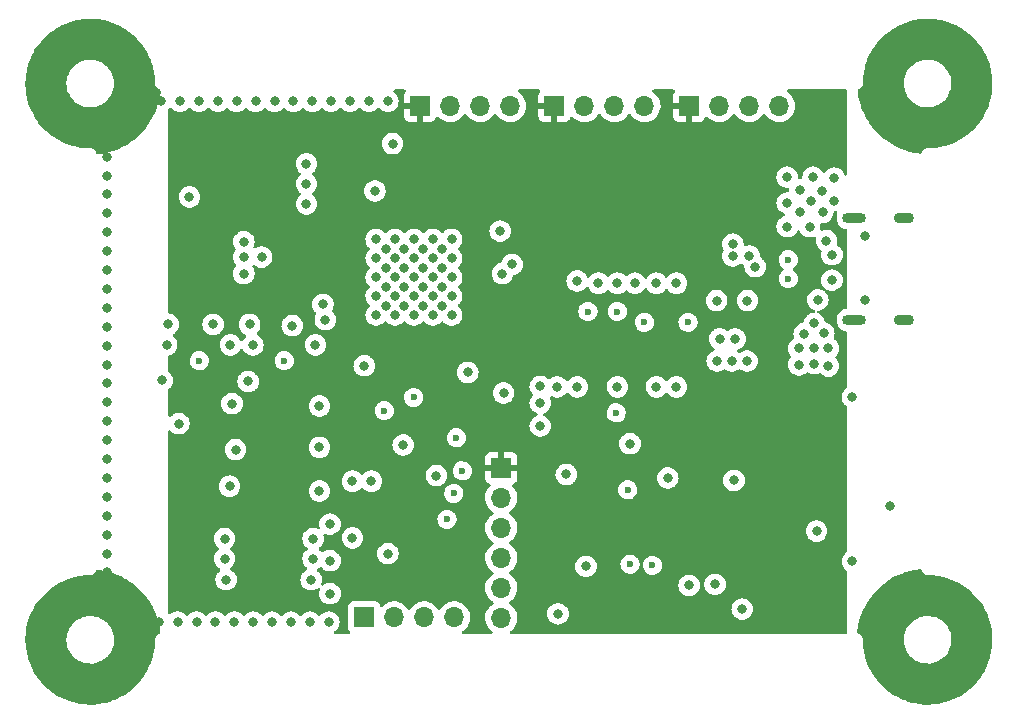
<source format=gbr>
%TF.GenerationSoftware,KiCad,Pcbnew,(6.0.4)*%
%TF.CreationDate,2023-02-18T15:55:05+01:00*%
%TF.ProjectId,Apollo - DSP,41706f6c-6c6f-4202-9d20-4453502e6b69,rev?*%
%TF.SameCoordinates,Original*%
%TF.FileFunction,Copper,L4,Bot*%
%TF.FilePolarity,Positive*%
%FSLAX46Y46*%
G04 Gerber Fmt 4.6, Leading zero omitted, Abs format (unit mm)*
G04 Created by KiCad (PCBNEW (6.0.4)) date 2023-02-18 15:55:05*
%MOMM*%
%LPD*%
G01*
G04 APERTURE LIST*
%TA.AperFunction,ComponentPad*%
%ADD10R,1.700000X1.700000*%
%TD*%
%TA.AperFunction,ComponentPad*%
%ADD11O,1.700000X1.700000*%
%TD*%
%TA.AperFunction,ComponentPad*%
%ADD12O,1.700000X0.900000*%
%TD*%
%TA.AperFunction,ComponentPad*%
%ADD13O,2.000000X0.900000*%
%TD*%
%TA.AperFunction,ViaPad*%
%ADD14C,0.800000*%
%TD*%
%TA.AperFunction,ViaPad*%
%ADD15C,0.600000*%
%TD*%
%TA.AperFunction,Conductor*%
%ADD16C,0.200000*%
%TD*%
G04 APERTURE END LIST*
D10*
%TO.P,J7,1,Pin_1*%
%TO.N,3.3V*%
X86700000Y-110650000D03*
D11*
%TO.P,J7,2,Pin_2*%
%TO.N,MOSI*%
X86700000Y-113190000D03*
%TO.P,J7,3,Pin_3*%
%TO.N,MISO*%
X86700000Y-115730000D03*
%TO.P,J7,4,Pin_4*%
%TO.N,SCLK*%
X86700000Y-118270000D03*
%TO.P,J7,5,Pin_5*%
%TO.N,CONN_nCS*%
X86700000Y-120810000D03*
%TO.P,J7,6,Pin_6*%
%TO.N,GND*%
X86700000Y-123350000D03*
%TD*%
D12*
%TO.P,J1,S1,SHIELD*%
%TO.N,unconnected-(J1-PadS1)*%
X120765000Y-89480000D03*
D13*
X116595000Y-89480000D03*
D12*
X120765000Y-98120000D03*
D13*
X116595000Y-98120000D03*
%TD*%
D10*
%TO.P,J5,1,Pin_1*%
%TO.N,3.3V*%
X102600000Y-80000000D03*
D11*
%TO.P,J5,2,Pin_2*%
%TO.N,Rx*%
X105140000Y-80000000D03*
%TO.P,J5,3,Pin_3*%
%TO.N,Tx*%
X107680000Y-80000000D03*
%TO.P,J5,4,Pin_4*%
%TO.N,GND*%
X110220000Y-80000000D03*
%TD*%
D10*
%TO.P,J6,1,Pin_1*%
%TO.N,+3.3VA*%
X75100000Y-123300000D03*
D11*
%TO.P,J6,2,Pin_2*%
%TO.N,CH0_IN*%
X77640000Y-123300000D03*
%TO.P,J6,3,Pin_3*%
%TO.N,CH1_IN*%
X80180000Y-123300000D03*
%TO.P,J6,4,Pin_4*%
%TO.N,GND*%
X82720000Y-123300000D03*
%TD*%
D10*
%TO.P,J4,1,Pin_1*%
%TO.N,3.3V*%
X79820000Y-80000000D03*
D11*
%TO.P,J4,2,Pin_2*%
%TO.N,SDA*%
X82360000Y-80000000D03*
%TO.P,J4,3,Pin_3*%
%TO.N,SCL*%
X84900000Y-80000000D03*
%TO.P,J4,4,Pin_4*%
%TO.N,GND*%
X87440000Y-80000000D03*
%TD*%
D10*
%TO.P,J2,1,Pin_1*%
%TO.N,3.3V*%
X91200000Y-80000000D03*
D11*
%TO.P,J2,2,Pin_2*%
%TO.N,SWCLK*%
X93740000Y-80000000D03*
%TO.P,J2,3,Pin_3*%
%TO.N,SWDIO*%
X96280000Y-80000000D03*
%TO.P,J2,4,Pin_4*%
%TO.N,GND*%
X98820000Y-80000000D03*
%TD*%
D14*
%TO.N,GND*%
X76100000Y-94500000D03*
X77700000Y-96100000D03*
X116430000Y-118570000D03*
X93125000Y-103787500D03*
X86900000Y-104300000D03*
X81700000Y-95300000D03*
X53300000Y-101900000D03*
X119676371Y-81294459D03*
X76900000Y-93700000D03*
X80900000Y-94500000D03*
X114400000Y-102022500D03*
X53300000Y-114700000D03*
X53300000Y-90700000D03*
X79300000Y-92900000D03*
X112800000Y-90222500D03*
X122876371Y-73594459D03*
X114900000Y-88022500D03*
X53300000Y-108300000D03*
X64300000Y-79600000D03*
X81700000Y-93700000D03*
X125900000Y-121900000D03*
X53300000Y-105100000D03*
X118376371Y-78094459D03*
X71300000Y-112600000D03*
X80900000Y-91300000D03*
X113400000Y-116000000D03*
X54805541Y-125176371D03*
X77700000Y-91300000D03*
X79300000Y-92900000D03*
X80900000Y-92900000D03*
X100800000Y-111500000D03*
X79300000Y-96100000D03*
X82500000Y-97700000D03*
X102600000Y-120600000D03*
X65270000Y-103330000D03*
D15*
X82684197Y-112792851D03*
D14*
X53300000Y-95500000D03*
X48700000Y-74900000D03*
X111900000Y-100522500D03*
X77100000Y-79600000D03*
X80100000Y-95300000D03*
X53300000Y-95500000D03*
X79300000Y-91300000D03*
X70200000Y-88300000D03*
X53300000Y-100300000D03*
X112000000Y-89022500D03*
X79300000Y-97700000D03*
X80100000Y-96900000D03*
X63270000Y-118330000D03*
X119576371Y-74994459D03*
X82500000Y-92900000D03*
X65400000Y-98500000D03*
X80900000Y-92900000D03*
X80900000Y-97700000D03*
X79300000Y-92900000D03*
X79300000Y-94500000D03*
X51900000Y-128100000D03*
X78500000Y-96900000D03*
X106400000Y-111700000D03*
X53300000Y-93900000D03*
X78500000Y-92100000D03*
X62700000Y-79600000D03*
X78500000Y-95300000D03*
X70700000Y-79600000D03*
X60300000Y-87700000D03*
X54800000Y-78100000D03*
X71300000Y-108900000D03*
X77700000Y-91300000D03*
X53300000Y-111500000D03*
X48700000Y-122000000D03*
X67300000Y-123700000D03*
X48800000Y-128500000D03*
X82500000Y-94500000D03*
X77700000Y-97700000D03*
X79300000Y-96100000D03*
X77700000Y-94500000D03*
X122776371Y-129694459D03*
D15*
X94037500Y-97412500D03*
D14*
X59500000Y-79600000D03*
X53300000Y-92300000D03*
X62500000Y-123700000D03*
X122900000Y-75200000D03*
X112950000Y-88072500D03*
D15*
X111000000Y-94622500D03*
D14*
X93875000Y-118975000D03*
X76100000Y-94500000D03*
X76100000Y-92900000D03*
X77100000Y-79600000D03*
X77700000Y-96100000D03*
D15*
X96525000Y-97412500D03*
D14*
X70770000Y-118330000D03*
X82500000Y-96100000D03*
X113850000Y-87172500D03*
X48800000Y-81400000D03*
X90000000Y-103750000D03*
X119600000Y-113900000D03*
X106212500Y-101587500D03*
X110900000Y-86022500D03*
X48994459Y-125223629D03*
X80100000Y-93700000D03*
X80900000Y-94500000D03*
X117497536Y-90997536D03*
X73900000Y-79600000D03*
X107100000Y-122600000D03*
X107537500Y-96487500D03*
X80900000Y-94500000D03*
X55100000Y-128400000D03*
X55100000Y-122000000D03*
X116420000Y-104680000D03*
X73900000Y-79600000D03*
X80900000Y-96100000D03*
X125800000Y-78100000D03*
X76100000Y-92900000D03*
X126000000Y-128400000D03*
X51876371Y-122294459D03*
X76900000Y-92100000D03*
X90000000Y-105150000D03*
X98025000Y-95012500D03*
X104937500Y-96487500D03*
X72100000Y-123700000D03*
X51900000Y-120700000D03*
X76100000Y-91300000D03*
X76100000Y-96100000D03*
X64900000Y-92800000D03*
X53300000Y-85900000D03*
X77700000Y-94500000D03*
X71300000Y-105400000D03*
X92200000Y-111200000D03*
X55100000Y-74900000D03*
X69100000Y-79600000D03*
X114400000Y-100522500D03*
X53300000Y-98700000D03*
X57970000Y-103230000D03*
X101525000Y-95012500D03*
X77700000Y-92900000D03*
X80900000Y-91300000D03*
X99825000Y-95012500D03*
X114000000Y-99222500D03*
X113900000Y-89022500D03*
X94925000Y-95012500D03*
X53300000Y-89100000D03*
X118300000Y-125200000D03*
X76100000Y-97700000D03*
X61100000Y-79600000D03*
X66413864Y-92796187D03*
X110900000Y-90222500D03*
X126076371Y-81294459D03*
X64100000Y-123700000D03*
X81700000Y-92100000D03*
X120000000Y-78100000D03*
X64900000Y-91500000D03*
X76000000Y-87200000D03*
X53300000Y-105100000D03*
X64300000Y-79600000D03*
X59300000Y-123700000D03*
X80900000Y-97700000D03*
X79300000Y-91300000D03*
X76100000Y-96100000D03*
X53300000Y-98700000D03*
X77700000Y-94500000D03*
X62300000Y-98500000D03*
X77700000Y-92900000D03*
X77700000Y-97700000D03*
X79300000Y-94500000D03*
X86600000Y-90600000D03*
X80900000Y-92900000D03*
X76900000Y-96900000D03*
X72300000Y-79600000D03*
X53300000Y-116300000D03*
X122876371Y-82594459D03*
X47400000Y-125200000D03*
X60900000Y-123700000D03*
X96525000Y-103787500D03*
D15*
X83400000Y-110900000D03*
D14*
X77700000Y-96100000D03*
X111900000Y-101922500D03*
X79300000Y-96100000D03*
X74100000Y-111772500D03*
X114900000Y-86122500D03*
X112350000Y-99272500D03*
X53300000Y-97100000D03*
X79300000Y-92900000D03*
X79300000Y-96100000D03*
X81700000Y-96900000D03*
X72200000Y-118500000D03*
X65700000Y-123700000D03*
X77700000Y-96100000D03*
X113200000Y-98422500D03*
X63900000Y-105200000D03*
X104800000Y-120500000D03*
X113200000Y-101822500D03*
D15*
X82900000Y-108100000D03*
X82100000Y-115000000D03*
D14*
X127376371Y-78094459D03*
X75500000Y-79600000D03*
X53300000Y-93900000D03*
X119600000Y-122000000D03*
X122776371Y-122294459D03*
X53300000Y-92300000D03*
X53300000Y-97100000D03*
X77700000Y-92900000D03*
X70700000Y-79600000D03*
X70200000Y-86600000D03*
X58500000Y-98500000D03*
X75500000Y-79600000D03*
X80900000Y-92900000D03*
X57900000Y-79600000D03*
X80100000Y-92100000D03*
X53300000Y-119500000D03*
X119600000Y-128400000D03*
X67500000Y-79600000D03*
X101525000Y-103787500D03*
X64300000Y-79600000D03*
X56400000Y-78100000D03*
X51876371Y-129694459D03*
X48994459Y-78123629D03*
X93125000Y-94812500D03*
X70700000Y-79600000D03*
X117500000Y-96400000D03*
X78500000Y-93700000D03*
X70500000Y-123700000D03*
X122900000Y-81000000D03*
X64900000Y-94200000D03*
X113100000Y-86022500D03*
X79300000Y-97700000D03*
X107512500Y-101587500D03*
X79300000Y-94500000D03*
X51900000Y-81000000D03*
X72200000Y-115400000D03*
X125700000Y-125200000D03*
X126076371Y-74894459D03*
X77100000Y-79600000D03*
X80900000Y-96100000D03*
X77700000Y-92900000D03*
X53300000Y-84300000D03*
X122800000Y-128100000D03*
X82500000Y-92900000D03*
X91500000Y-123000000D03*
X63700000Y-112200000D03*
X80900000Y-96100000D03*
D15*
X96425000Y-105987500D03*
D14*
X99825000Y-103787500D03*
X113200000Y-100522500D03*
X63770000Y-100230000D03*
X77700000Y-94500000D03*
X53300000Y-90700000D03*
X72300000Y-79600000D03*
X79300000Y-94500000D03*
X75700000Y-111772500D03*
X69000000Y-98600000D03*
X56400000Y-125200000D03*
X57700000Y-123700000D03*
X80900000Y-94500000D03*
X91425000Y-103787500D03*
X77500000Y-83200000D03*
X53300000Y-106700000D03*
X110900000Y-88222500D03*
X83862500Y-102562500D03*
X47400000Y-78100000D03*
X53300000Y-87500000D03*
X127294459Y-125223629D03*
X96525000Y-95012500D03*
X53300000Y-109900000D03*
X112000000Y-87122500D03*
X119894459Y-125223629D03*
X72200000Y-121300000D03*
X70200000Y-84900000D03*
X53300000Y-117900000D03*
X65900000Y-79600000D03*
X51900000Y-82600000D03*
X70970000Y-100230000D03*
X104987500Y-101587500D03*
X76900000Y-95300000D03*
X53300000Y-103500000D03*
X82500000Y-91300000D03*
X51876371Y-75194459D03*
X82500000Y-96100000D03*
X75100000Y-102000000D03*
X53300000Y-113100000D03*
X68900000Y-123700000D03*
X51900000Y-73600000D03*
X55100000Y-81300000D03*
X82500000Y-94500000D03*
X80900000Y-96100000D03*
X122800000Y-120700000D03*
D15*
%TO.N,+5V*%
X102510000Y-98312500D03*
X111000000Y-93022500D03*
X98812500Y-98325000D03*
D14*
X105200000Y-99722500D03*
X106500000Y-99722500D03*
%TO.N,3.3V*%
X93100000Y-99800000D03*
X90200000Y-88600000D03*
X91500000Y-99800000D03*
X85500000Y-89200000D03*
X74500000Y-84900000D03*
X106500000Y-115724500D03*
X84000000Y-100300000D03*
X95600000Y-114200000D03*
X76600000Y-102000000D03*
X74500000Y-86600000D03*
X88300000Y-99722500D03*
X89700000Y-99722500D03*
X88300000Y-98322500D03*
%TO.N,VAA*%
X70770000Y-116630000D03*
X74100000Y-116572500D03*
X63270000Y-116630000D03*
%TO.N,+5VA*%
X97600000Y-108600000D03*
X78400000Y-108700000D03*
X81200000Y-111300000D03*
X64200000Y-109100000D03*
X59400000Y-106900000D03*
%TO.N,+3.3VA*%
X77100000Y-117900000D03*
X65670000Y-100230000D03*
X90000000Y-107100000D03*
X58370000Y-100230000D03*
%TO.N,USB_CONN_-*%
X114700000Y-94749500D03*
X114700000Y-92600000D03*
%TO.N,CH1_IN*%
X70600000Y-120100000D03*
%TO.N,CH0_IN*%
X63400000Y-120100000D03*
%TO.N,USB_D-*%
X106300000Y-92700000D03*
X108200000Y-93600000D03*
%TO.N,USB_D+*%
X106300000Y-91700497D03*
X107712770Y-92723527D03*
%TO.N,ADC_CH1_IN*%
X71800000Y-98100000D03*
D15*
X68332500Y-101567500D03*
D14*
%TO.N,ADC_CH0_IN*%
X71600000Y-96800000D03*
D15*
X61122500Y-101582500D03*
%TO.N,MISO*%
X99500000Y-118900000D03*
D14*
%TO.N,Rx*%
X87606930Y-93408910D03*
%TO.N,Tx*%
X86800000Y-94200000D03*
%TO.N,/POW*%
X114225000Y-91400000D03*
X113500000Y-96422500D03*
D15*
%TO.N,RAM_nCS*%
X97400000Y-112500000D03*
X97600000Y-118800000D03*
%TO.N,CONN_nCS*%
X79276500Y-104681286D03*
X76800000Y-105800000D03*
%TD*%
D16*
%TO.N,USB_D-*%
X108200000Y-93600000D02*
X108100000Y-93500000D01*
%TD*%
%TA.AperFunction,Conductor*%
%TO.N,GND*%
G36*
X52656526Y-119342203D02*
G01*
X53129240Y-119421309D01*
X53594088Y-119538070D01*
X54048073Y-119691736D01*
X54488273Y-119881316D01*
X54911851Y-120105589D01*
X55316078Y-120363110D01*
X55698350Y-120652220D01*
X56056204Y-120971056D01*
X56387335Y-121317565D01*
X56689610Y-121689514D01*
X56961081Y-122084508D01*
X57200000Y-122500000D01*
X57404827Y-122933315D01*
X57574243Y-123381662D01*
X57707157Y-123842151D01*
X57802569Y-124311119D01*
X57802665Y-124311591D01*
X57802796Y-124312516D01*
X57834605Y-124575372D01*
X57822932Y-124645400D01*
X57775251Y-124698002D01*
X57755693Y-124706657D01*
X57755813Y-124706920D01*
X57732438Y-124717548D01*
X57714914Y-124723996D01*
X57690229Y-124731051D01*
X57682635Y-124735843D01*
X57682632Y-124735844D01*
X57665220Y-124746830D01*
X57650137Y-124754969D01*
X57623218Y-124767208D01*
X57616416Y-124773069D01*
X57603765Y-124783970D01*
X57588761Y-124795073D01*
X57567042Y-124808776D01*
X57561103Y-124815501D01*
X57561099Y-124815504D01*
X57547468Y-124830938D01*
X57535276Y-124842982D01*
X57519673Y-124856427D01*
X57519671Y-124856430D01*
X57512873Y-124862287D01*
X57507993Y-124869816D01*
X57507992Y-124869817D01*
X57498906Y-124883835D01*
X57487615Y-124898709D01*
X57476569Y-124911217D01*
X57470622Y-124917951D01*
X57466478Y-124926778D01*
X57458058Y-124944711D01*
X57449737Y-124959691D01*
X57438529Y-124976983D01*
X57438527Y-124976988D01*
X57433648Y-124984515D01*
X57431078Y-124993108D01*
X57431076Y-124993113D01*
X57426289Y-125009120D01*
X57419628Y-125026564D01*
X57408719Y-125049800D01*
X57407338Y-125058667D01*
X57407338Y-125058668D01*
X57404170Y-125079015D01*
X57400387Y-125095732D01*
X57394485Y-125115466D01*
X57394484Y-125115472D01*
X57391914Y-125124066D01*
X57391859Y-125133038D01*
X57391859Y-125133039D01*
X57391757Y-125149740D01*
X57390259Y-125168354D01*
X57387690Y-125184850D01*
X57387690Y-125184855D01*
X57386309Y-125193724D01*
X57389027Y-125214510D01*
X57389979Y-125236140D01*
X57373280Y-125632792D01*
X57372292Y-125656253D01*
X57371403Y-125666804D01*
X57356291Y-125785895D01*
X57314578Y-126114603D01*
X57312802Y-126125053D01*
X57218546Y-126566464D01*
X57215898Y-126576728D01*
X57087173Y-127001077D01*
X57084878Y-127008641D01*
X57081379Y-127018643D01*
X57030831Y-127145688D01*
X56914507Y-127438050D01*
X56910177Y-127447725D01*
X56708658Y-127851594D01*
X56703531Y-127860871D01*
X56468772Y-128246386D01*
X56462883Y-128255199D01*
X56373302Y-128377773D01*
X56196553Y-128619618D01*
X56189960Y-128627886D01*
X55893932Y-128968642D01*
X55886650Y-128976344D01*
X55563048Y-129290993D01*
X55555145Y-129298056D01*
X55206231Y-129584403D01*
X55197761Y-129590777D01*
X54826028Y-129846774D01*
X54817057Y-129852412D01*
X54425106Y-130076268D01*
X54415692Y-130081131D01*
X54006305Y-130271255D01*
X53996529Y-130275304D01*
X53845810Y-130330428D01*
X53572624Y-130430342D01*
X53562525Y-130433561D01*
X53127095Y-130552419D01*
X53116761Y-130554778D01*
X52954313Y-130584729D01*
X52672862Y-130636621D01*
X52662375Y-130638100D01*
X52486018Y-130655470D01*
X52213198Y-130682340D01*
X52202615Y-130682935D01*
X51971188Y-130686181D01*
X51751273Y-130689266D01*
X51740691Y-130688968D01*
X51536640Y-130674636D01*
X51290449Y-130657343D01*
X51279916Y-130656157D01*
X50916572Y-130599653D01*
X50833898Y-130586796D01*
X50823509Y-130584730D01*
X50384898Y-130478126D01*
X50374725Y-130475195D01*
X50158523Y-130402930D01*
X49946646Y-130332110D01*
X49936743Y-130328330D01*
X49768812Y-130255996D01*
X49522190Y-130149766D01*
X49512658Y-130145175D01*
X49114582Y-129932398D01*
X49105464Y-129927021D01*
X48726667Y-129681531D01*
X48718028Y-129675400D01*
X48652175Y-129624378D01*
X48361226Y-129398956D01*
X48353132Y-129392121D01*
X48243115Y-129290993D01*
X48020822Y-129086661D01*
X48013339Y-129079178D01*
X47707874Y-128746863D01*
X47701040Y-128738769D01*
X47557149Y-128553050D01*
X47424597Y-128381967D01*
X47418466Y-128373328D01*
X47172983Y-127994542D01*
X47167598Y-127985412D01*
X46954825Y-127587342D01*
X46950230Y-127577801D01*
X46771670Y-127163257D01*
X46767890Y-127153354D01*
X46670647Y-126862424D01*
X46624805Y-126725275D01*
X46621872Y-126715096D01*
X46617243Y-126696048D01*
X46515270Y-126276491D01*
X46513203Y-126266099D01*
X46443843Y-125820084D01*
X46442657Y-125809551D01*
X46417565Y-125452320D01*
X46411032Y-125359309D01*
X46410734Y-125348721D01*
X46412264Y-125239686D01*
X46413116Y-125178918D01*
X49886917Y-125178918D01*
X49887334Y-125186156D01*
X49902682Y-125452320D01*
X49955405Y-125721053D01*
X49956792Y-125725103D01*
X49956793Y-125725108D01*
X50042723Y-125976088D01*
X50044112Y-125980144D01*
X50073238Y-126038054D01*
X50142837Y-126176437D01*
X50167160Y-126224799D01*
X50169586Y-126228328D01*
X50169589Y-126228334D01*
X50319843Y-126446953D01*
X50322274Y-126450490D01*
X50506582Y-126653043D01*
X50716675Y-126828707D01*
X50720316Y-126830991D01*
X50945024Y-126971951D01*
X50945028Y-126971953D01*
X50948664Y-126974234D01*
X51016544Y-127004883D01*
X51194345Y-127085164D01*
X51194349Y-127085166D01*
X51198257Y-127086930D01*
X51202377Y-127088150D01*
X51202376Y-127088150D01*
X51456723Y-127163491D01*
X51456727Y-127163492D01*
X51460836Y-127164709D01*
X51465070Y-127165357D01*
X51465075Y-127165358D01*
X51727298Y-127205483D01*
X51727300Y-127205483D01*
X51731540Y-127206132D01*
X51870912Y-127208322D01*
X52001071Y-127210367D01*
X52001077Y-127210367D01*
X52005362Y-127210434D01*
X52277235Y-127177534D01*
X52542127Y-127108041D01*
X52546087Y-127106401D01*
X52546092Y-127106399D01*
X52753708Y-127020401D01*
X52795136Y-127003241D01*
X53031582Y-126865073D01*
X53247089Y-126696094D01*
X53288809Y-126653043D01*
X53372709Y-126566464D01*
X53437669Y-126499431D01*
X53440202Y-126495983D01*
X53440206Y-126495978D01*
X53597257Y-126282178D01*
X53599795Y-126278723D01*
X53627154Y-126228334D01*
X53728418Y-126041830D01*
X53728419Y-126041828D01*
X53730468Y-126038054D01*
X53812832Y-125820084D01*
X53825751Y-125785895D01*
X53825752Y-125785891D01*
X53827269Y-125781877D01*
X53868173Y-125603279D01*
X53887449Y-125519117D01*
X53887450Y-125519113D01*
X53888407Y-125514933D01*
X53896910Y-125419665D01*
X53912531Y-125244627D01*
X53912531Y-125244625D01*
X53912751Y-125242161D01*
X53913166Y-125202626D01*
X53913167Y-125202484D01*
X53913167Y-125202483D01*
X53913193Y-125200000D01*
X53908440Y-125130279D01*
X53894859Y-124931055D01*
X53894858Y-124931049D01*
X53894567Y-124926778D01*
X53891345Y-124911217D01*
X53855026Y-124735844D01*
X53839032Y-124658612D01*
X53747617Y-124400465D01*
X53622013Y-124157112D01*
X53612040Y-124142921D01*
X53499813Y-123983239D01*
X53464545Y-123933057D01*
X53278125Y-123732445D01*
X53274810Y-123729731D01*
X53274806Y-123729728D01*
X53069523Y-123561706D01*
X53066205Y-123558990D01*
X52832704Y-123415901D01*
X52828768Y-123414173D01*
X52585873Y-123307549D01*
X52585869Y-123307548D01*
X52581945Y-123305825D01*
X52318566Y-123230800D01*
X52314324Y-123230196D01*
X52314318Y-123230195D01*
X52113834Y-123201662D01*
X52047443Y-123192213D01*
X51903589Y-123191460D01*
X51777877Y-123190802D01*
X51777871Y-123190802D01*
X51773591Y-123190780D01*
X51769347Y-123191339D01*
X51769343Y-123191339D01*
X51650302Y-123207011D01*
X51502078Y-123226525D01*
X51497938Y-123227658D01*
X51497936Y-123227658D01*
X51425008Y-123247609D01*
X51237928Y-123298788D01*
X51233980Y-123300472D01*
X50989982Y-123404546D01*
X50989978Y-123404548D01*
X50986030Y-123406232D01*
X50966125Y-123418145D01*
X50754725Y-123544664D01*
X50754721Y-123544667D01*
X50751043Y-123546868D01*
X50537318Y-123718094D01*
X50348808Y-123916742D01*
X50189002Y-124139136D01*
X50060857Y-124381161D01*
X50059385Y-124385184D01*
X50059383Y-124385188D01*
X50016872Y-124501355D01*
X49966743Y-124638337D01*
X49908404Y-124905907D01*
X49886917Y-125178918D01*
X46413116Y-125178918D01*
X46415041Y-125041676D01*
X46417065Y-124897385D01*
X46417660Y-124886802D01*
X46455623Y-124501355D01*
X46461900Y-124437625D01*
X46463380Y-124427133D01*
X46545222Y-123983239D01*
X46547581Y-123972905D01*
X46666439Y-123537475D01*
X46669658Y-123527376D01*
X46824692Y-123103480D01*
X46828748Y-123093687D01*
X47018867Y-122684311D01*
X47023732Y-122674894D01*
X47247586Y-122282947D01*
X47253226Y-122273972D01*
X47509223Y-121902239D01*
X47515597Y-121893769D01*
X47801944Y-121544855D01*
X47809007Y-121536952D01*
X48123656Y-121213350D01*
X48131358Y-121206068D01*
X48472114Y-120910040D01*
X48480382Y-120903447D01*
X48711178Y-120734773D01*
X48844801Y-120637117D01*
X48853614Y-120631228D01*
X49239129Y-120396469D01*
X49248406Y-120391342D01*
X49652275Y-120189823D01*
X49661950Y-120185493D01*
X50081354Y-120018622D01*
X50091355Y-120015123D01*
X50523272Y-119884102D01*
X50533536Y-119881454D01*
X50974947Y-119787198D01*
X50985397Y-119785422D01*
X51066149Y-119775175D01*
X51433196Y-119728597D01*
X51443736Y-119727709D01*
X51669822Y-119718191D01*
X51856403Y-119710336D01*
X51881084Y-119711723D01*
X51884852Y-119712310D01*
X51884855Y-119712310D01*
X51893724Y-119713691D01*
X51923050Y-119709856D01*
X51940143Y-119708795D01*
X51969721Y-119708976D01*
X51994404Y-119701921D01*
X52012692Y-119698134D01*
X52015651Y-119697747D01*
X52038152Y-119694805D01*
X52046364Y-119691192D01*
X52046366Y-119691191D01*
X52065226Y-119682892D01*
X52081338Y-119677075D01*
X52109771Y-119668949D01*
X52131489Y-119655245D01*
X52147972Y-119646482D01*
X52163258Y-119639756D01*
X52163257Y-119639756D01*
X52171474Y-119636141D01*
X52194109Y-119617114D01*
X52207950Y-119607003D01*
X52225365Y-119596015D01*
X52225367Y-119596014D01*
X52232958Y-119591224D01*
X52249953Y-119571981D01*
X52263313Y-119558943D01*
X52282973Y-119542417D01*
X52287944Y-119534950D01*
X52287948Y-119534945D01*
X52299365Y-119517793D01*
X52309803Y-119504214D01*
X52329378Y-119482049D01*
X52340289Y-119458810D01*
X52349451Y-119442547D01*
X52363684Y-119421166D01*
X52372506Y-119392929D01*
X52378713Y-119376969D01*
X52380178Y-119373850D01*
X52391281Y-119350200D01*
X52391345Y-119349786D01*
X52410242Y-119321089D01*
X52656526Y-119342203D01*
G37*
%TD.AperFunction*%
%TD*%
%TA.AperFunction,Conductor*%
%TO.N,GND*%
G36*
X51971188Y-72613819D02*
G01*
X52202615Y-72617065D01*
X52213198Y-72617660D01*
X52467001Y-72642657D01*
X52662375Y-72661900D01*
X52672862Y-72663379D01*
X52943097Y-72713203D01*
X53116761Y-72745222D01*
X53127095Y-72747581D01*
X53562525Y-72866439D01*
X53572624Y-72869658D01*
X53806125Y-72955058D01*
X53996529Y-73024696D01*
X54006305Y-73028745D01*
X54272415Y-73152329D01*
X54415689Y-73218867D01*
X54425102Y-73223730D01*
X54677002Y-73367598D01*
X54817053Y-73447586D01*
X54826028Y-73453226D01*
X55197761Y-73709223D01*
X55206231Y-73715597D01*
X55555145Y-74001944D01*
X55563048Y-74009007D01*
X55886650Y-74323656D01*
X55893928Y-74331354D01*
X56189960Y-74672114D01*
X56196553Y-74680382D01*
X56351093Y-74891838D01*
X56462883Y-75044801D01*
X56468772Y-75053614D01*
X56703531Y-75439129D01*
X56708658Y-75448406D01*
X56910177Y-75852275D01*
X56914507Y-75861950D01*
X57006123Y-76092213D01*
X57048077Y-76197656D01*
X57081378Y-76281354D01*
X57084877Y-76291355D01*
X57183180Y-76615417D01*
X57215898Y-76723272D01*
X57218546Y-76733536D01*
X57312802Y-77174947D01*
X57314578Y-77185397D01*
X57361939Y-77558612D01*
X57371402Y-77633185D01*
X57372291Y-77643736D01*
X57379997Y-77826778D01*
X57389664Y-78056403D01*
X57388277Y-78081084D01*
X57387948Y-78083200D01*
X57386309Y-78093724D01*
X57390144Y-78123050D01*
X57391205Y-78140143D01*
X57391024Y-78169721D01*
X57393490Y-78178349D01*
X57398078Y-78194400D01*
X57401866Y-78212692D01*
X57405195Y-78238152D01*
X57408808Y-78246364D01*
X57408809Y-78246366D01*
X57417108Y-78265226D01*
X57422925Y-78281338D01*
X57431051Y-78309771D01*
X57444755Y-78331489D01*
X57453517Y-78347971D01*
X57463859Y-78371474D01*
X57469634Y-78378344D01*
X57482886Y-78394109D01*
X57492997Y-78407950D01*
X57497403Y-78414933D01*
X57508776Y-78432958D01*
X57515504Y-78438900D01*
X57528019Y-78449953D01*
X57541057Y-78463313D01*
X57557583Y-78482973D01*
X57565050Y-78487944D01*
X57565055Y-78487948D01*
X57582207Y-78499365D01*
X57595786Y-78509803D01*
X57617951Y-78529378D01*
X57626077Y-78533193D01*
X57626080Y-78533195D01*
X57641189Y-78540288D01*
X57657453Y-78549451D01*
X57678834Y-78563684D01*
X57707071Y-78572506D01*
X57723026Y-78578711D01*
X57749800Y-78591281D01*
X57758671Y-78592662D01*
X57762955Y-78593972D01*
X57822251Y-78633016D01*
X57851026Y-78697920D01*
X57851882Y-78722159D01*
X57849266Y-78764931D01*
X57848244Y-78774993D01*
X57782136Y-79239483D01*
X57780310Y-79249429D01*
X57677168Y-79707109D01*
X57674551Y-79716878D01*
X57535030Y-80164830D01*
X57531642Y-80174345D01*
X57356650Y-80609651D01*
X57352505Y-80618875D01*
X57249254Y-80825966D01*
X57153982Y-81017053D01*
X57143160Y-81038758D01*
X57138292Y-81047612D01*
X56895944Y-81449358D01*
X56890376Y-81457801D01*
X56616603Y-81838795D01*
X56610377Y-81846764D01*
X56306931Y-82204576D01*
X56300086Y-82212021D01*
X55968902Y-82544362D01*
X55961481Y-82551233D01*
X55604733Y-82855924D01*
X55596786Y-82862178D01*
X55392339Y-83010174D01*
X55216731Y-83137293D01*
X55208328Y-83142876D01*
X54974776Y-83284878D01*
X54807434Y-83386623D01*
X54798589Y-83391526D01*
X54379451Y-83602331D01*
X54370241Y-83606509D01*
X53935536Y-83783024D01*
X53926024Y-83786448D01*
X53830978Y-83816416D01*
X53478582Y-83927526D01*
X53468823Y-83930178D01*
X53011487Y-84034922D01*
X53001546Y-84036782D01*
X52543531Y-84103599D01*
X52473236Y-84093640D01*
X52419485Y-84047258D01*
X52404193Y-84013543D01*
X52400850Y-84001846D01*
X52397272Y-83985085D01*
X52394352Y-83964698D01*
X52393080Y-83955813D01*
X52382451Y-83932436D01*
X52376004Y-83914913D01*
X52371416Y-83898862D01*
X52368949Y-83890229D01*
X52364156Y-83882632D01*
X52353170Y-83865220D01*
X52345030Y-83850135D01*
X52332792Y-83823218D01*
X52316030Y-83803765D01*
X52304927Y-83788761D01*
X52291224Y-83767042D01*
X52284499Y-83761103D01*
X52284496Y-83761099D01*
X52269062Y-83747468D01*
X52257018Y-83735276D01*
X52243573Y-83719673D01*
X52243570Y-83719671D01*
X52237713Y-83712873D01*
X52216165Y-83698906D01*
X52201291Y-83687615D01*
X52188783Y-83676569D01*
X52188782Y-83676568D01*
X52182049Y-83670622D01*
X52155287Y-83658057D01*
X52140309Y-83649737D01*
X52123017Y-83638529D01*
X52123012Y-83638527D01*
X52115485Y-83633648D01*
X52106892Y-83631078D01*
X52106887Y-83631076D01*
X52090880Y-83626289D01*
X52073436Y-83619628D01*
X52058324Y-83612533D01*
X52058322Y-83612532D01*
X52050200Y-83608719D01*
X52041333Y-83607338D01*
X52041332Y-83607338D01*
X52031690Y-83605837D01*
X52020983Y-83604170D01*
X52004268Y-83600387D01*
X51984534Y-83594485D01*
X51984528Y-83594484D01*
X51975934Y-83591914D01*
X51966962Y-83591859D01*
X51966961Y-83591859D01*
X51950260Y-83591757D01*
X51931646Y-83590259D01*
X51915150Y-83587690D01*
X51915145Y-83587690D01*
X51906276Y-83586309D01*
X51885490Y-83589027D01*
X51863860Y-83589979D01*
X51443737Y-83572291D01*
X51433196Y-83571403D01*
X51066149Y-83524825D01*
X50985397Y-83514578D01*
X50974947Y-83512802D01*
X50533536Y-83418546D01*
X50523272Y-83415898D01*
X50426766Y-83386623D01*
X50091355Y-83284877D01*
X50081354Y-83281378D01*
X49661950Y-83114507D01*
X49652275Y-83110177D01*
X49248406Y-82908658D01*
X49239129Y-82903531D01*
X48853614Y-82668772D01*
X48844801Y-82662883D01*
X48692030Y-82551233D01*
X48480382Y-82396553D01*
X48472114Y-82389960D01*
X48131354Y-82093928D01*
X48123656Y-82086650D01*
X47809007Y-81763048D01*
X47801944Y-81755145D01*
X47557920Y-81457801D01*
X47515595Y-81406229D01*
X47509223Y-81397761D01*
X47253226Y-81026028D01*
X47247586Y-81017053D01*
X47023732Y-80625106D01*
X47018867Y-80615689D01*
X46828748Y-80206313D01*
X46824692Y-80196520D01*
X46791659Y-80106199D01*
X46748037Y-79986930D01*
X46669658Y-79772624D01*
X46666439Y-79762525D01*
X46547581Y-79327095D01*
X46545222Y-79316761D01*
X46463380Y-78872867D01*
X46461899Y-78862371D01*
X46457531Y-78818016D01*
X46435464Y-78593972D01*
X46417660Y-78413198D01*
X46417065Y-78402615D01*
X46413263Y-78131564D01*
X46412525Y-78078918D01*
X49886917Y-78078918D01*
X49887334Y-78086156D01*
X49902682Y-78352320D01*
X49955405Y-78621053D01*
X49956792Y-78625103D01*
X49956793Y-78625108D01*
X50042723Y-78876088D01*
X50044112Y-78880144D01*
X50073238Y-78938054D01*
X50142837Y-79076437D01*
X50167160Y-79124799D01*
X50169586Y-79128328D01*
X50169589Y-79128334D01*
X50302675Y-79321974D01*
X50322274Y-79350490D01*
X50506582Y-79553043D01*
X50716675Y-79728707D01*
X50720316Y-79730991D01*
X50945024Y-79871951D01*
X50945028Y-79871953D01*
X50948664Y-79874234D01*
X51016544Y-79904883D01*
X51194345Y-79985164D01*
X51194349Y-79985166D01*
X51198257Y-79986930D01*
X51202377Y-79988150D01*
X51202376Y-79988150D01*
X51456723Y-80063491D01*
X51456727Y-80063492D01*
X51460836Y-80064709D01*
X51465070Y-80065357D01*
X51465075Y-80065358D01*
X51727298Y-80105483D01*
X51727300Y-80105483D01*
X51731540Y-80106132D01*
X51870912Y-80108322D01*
X52001071Y-80110367D01*
X52001077Y-80110367D01*
X52005362Y-80110434D01*
X52277235Y-80077534D01*
X52542127Y-80008041D01*
X52546087Y-80006401D01*
X52546092Y-80006399D01*
X52668632Y-79955641D01*
X52795136Y-79903241D01*
X53018660Y-79772624D01*
X53027879Y-79767237D01*
X53027880Y-79767236D01*
X53031582Y-79765073D01*
X53247089Y-79596094D01*
X53288809Y-79553043D01*
X53434686Y-79402509D01*
X53437669Y-79399431D01*
X53440202Y-79395983D01*
X53440206Y-79395978D01*
X53597257Y-79182178D01*
X53599795Y-79178723D01*
X53627154Y-79128334D01*
X53728418Y-78941830D01*
X53728419Y-78941828D01*
X53730468Y-78938054D01*
X53786884Y-78788754D01*
X53825751Y-78685895D01*
X53825752Y-78685891D01*
X53827269Y-78681877D01*
X53857597Y-78549456D01*
X53887449Y-78419117D01*
X53887450Y-78419113D01*
X53888407Y-78414933D01*
X53889031Y-78407950D01*
X53912531Y-78144627D01*
X53912531Y-78144625D01*
X53912751Y-78142161D01*
X53912952Y-78123039D01*
X53913167Y-78102484D01*
X53913167Y-78102483D01*
X53913193Y-78100000D01*
X53912048Y-78083200D01*
X53894859Y-77831055D01*
X53894858Y-77831049D01*
X53894567Y-77826778D01*
X53839032Y-77558612D01*
X53747617Y-77300465D01*
X53622013Y-77057112D01*
X53612040Y-77042921D01*
X53467008Y-76836562D01*
X53464545Y-76833057D01*
X53394466Y-76757643D01*
X53281046Y-76635588D01*
X53281043Y-76635585D01*
X53278125Y-76632445D01*
X53274810Y-76629731D01*
X53274806Y-76629728D01*
X53069523Y-76461706D01*
X53066205Y-76458990D01*
X52832704Y-76315901D01*
X52828768Y-76314173D01*
X52585873Y-76207549D01*
X52585869Y-76207548D01*
X52581945Y-76205825D01*
X52318566Y-76130800D01*
X52314324Y-76130196D01*
X52314318Y-76130195D01*
X52113834Y-76101662D01*
X52047443Y-76092213D01*
X51903589Y-76091460D01*
X51777877Y-76090802D01*
X51777871Y-76090802D01*
X51773591Y-76090780D01*
X51769347Y-76091339D01*
X51769343Y-76091339D01*
X51650302Y-76107011D01*
X51502078Y-76126525D01*
X51497938Y-76127658D01*
X51497936Y-76127658D01*
X51464727Y-76136743D01*
X51237928Y-76198788D01*
X51233980Y-76200472D01*
X50989982Y-76304546D01*
X50989978Y-76304548D01*
X50986030Y-76306232D01*
X50966125Y-76318145D01*
X50754725Y-76444664D01*
X50754721Y-76444667D01*
X50751043Y-76446868D01*
X50537318Y-76618094D01*
X50348808Y-76816742D01*
X50189002Y-77039136D01*
X50060857Y-77281161D01*
X50059385Y-77285184D01*
X50059383Y-77285188D01*
X50016872Y-77401355D01*
X49966743Y-77538337D01*
X49908404Y-77805907D01*
X49886917Y-78078918D01*
X46412525Y-78078918D01*
X46410734Y-77951273D01*
X46411032Y-77940683D01*
X46418733Y-77831055D01*
X46432631Y-77633185D01*
X46442657Y-77490449D01*
X46443843Y-77479916D01*
X46509001Y-77060919D01*
X46513204Y-77033898D01*
X46515271Y-77023505D01*
X46561559Y-76833057D01*
X46621874Y-76584898D01*
X46624807Y-76574719D01*
X46662582Y-76461706D01*
X46713811Y-76308439D01*
X46767890Y-76146646D01*
X46771670Y-76136743D01*
X46950230Y-75722199D01*
X46954829Y-75712649D01*
X47096071Y-75448406D01*
X47167602Y-75314582D01*
X47172983Y-75305458D01*
X47418466Y-74926672D01*
X47424600Y-74918028D01*
X47444892Y-74891838D01*
X47701044Y-74561226D01*
X47707879Y-74553132D01*
X47911734Y-74331358D01*
X48013339Y-74220822D01*
X48020822Y-74213339D01*
X48353137Y-73907874D01*
X48361231Y-73901040D01*
X48604921Y-73712234D01*
X48718033Y-73624597D01*
X48726672Y-73618466D01*
X49105464Y-73372979D01*
X49114582Y-73367602D01*
X49512658Y-73154825D01*
X49522190Y-73150234D01*
X49813647Y-73024692D01*
X49936743Y-72971670D01*
X49946646Y-72967890D01*
X50245989Y-72867835D01*
X50374725Y-72824805D01*
X50384898Y-72821874D01*
X50823509Y-72715270D01*
X50833898Y-72713204D01*
X50944633Y-72695983D01*
X51279916Y-72643843D01*
X51290449Y-72642657D01*
X51536640Y-72625364D01*
X51740691Y-72611032D01*
X51751273Y-72610734D01*
X51971188Y-72613819D01*
G37*
%TD.AperFunction*%
%TD*%
%TA.AperFunction,Conductor*%
%TO.N,GND*%
G36*
X122959309Y-72611032D02*
G01*
X123163360Y-72625364D01*
X123409551Y-72642657D01*
X123420084Y-72643843D01*
X123755367Y-72695983D01*
X123866102Y-72713204D01*
X123876491Y-72715270D01*
X124315102Y-72821874D01*
X124325275Y-72824805D01*
X124454011Y-72867835D01*
X124753354Y-72967890D01*
X124763257Y-72971670D01*
X124886353Y-73024692D01*
X125177810Y-73150234D01*
X125187342Y-73154825D01*
X125585418Y-73367602D01*
X125594536Y-73372979D01*
X125973328Y-73618466D01*
X125981967Y-73624597D01*
X126095080Y-73712234D01*
X126338769Y-73901040D01*
X126346863Y-73907874D01*
X126679178Y-74213339D01*
X126686661Y-74220822D01*
X126788266Y-74331358D01*
X126992121Y-74553132D01*
X126998956Y-74561226D01*
X127255108Y-74891838D01*
X127275400Y-74918028D01*
X127281534Y-74926672D01*
X127527017Y-75305458D01*
X127532398Y-75314582D01*
X127603930Y-75448406D01*
X127745171Y-75712649D01*
X127749770Y-75722199D01*
X127928330Y-76136743D01*
X127932110Y-76146646D01*
X127986189Y-76308439D01*
X128037419Y-76461706D01*
X128075193Y-76574719D01*
X128078126Y-76584898D01*
X128138441Y-76833057D01*
X128184729Y-77023505D01*
X128186796Y-77033898D01*
X128190999Y-77060919D01*
X128256157Y-77479916D01*
X128257343Y-77490449D01*
X128262131Y-77558612D01*
X128285023Y-77884515D01*
X128288968Y-77940683D01*
X128289266Y-77951273D01*
X128286703Y-78134026D01*
X128282935Y-78402615D01*
X128282340Y-78413198D01*
X128264572Y-78593600D01*
X128242470Y-78818016D01*
X128238101Y-78862371D01*
X128236620Y-78872867D01*
X128154778Y-79316761D01*
X128152419Y-79327095D01*
X128033561Y-79762525D01*
X128030342Y-79772624D01*
X127951963Y-79986930D01*
X127899640Y-80129992D01*
X127875308Y-80196520D01*
X127871255Y-80206305D01*
X127681133Y-80615689D01*
X127676268Y-80625106D01*
X127452414Y-81017053D01*
X127446774Y-81026028D01*
X127190777Y-81397761D01*
X127184403Y-81406231D01*
X126898056Y-81755145D01*
X126890993Y-81763048D01*
X126576344Y-82086650D01*
X126568646Y-82093928D01*
X126227886Y-82389960D01*
X126219618Y-82396553D01*
X126085536Y-82494545D01*
X125855199Y-82662883D01*
X125846386Y-82668772D01*
X125460871Y-82903531D01*
X125451594Y-82908658D01*
X125047725Y-83110177D01*
X125038050Y-83114507D01*
X124618646Y-83281378D01*
X124608645Y-83284877D01*
X124200773Y-83408604D01*
X124176728Y-83415898D01*
X124166464Y-83418546D01*
X123725053Y-83512802D01*
X123714603Y-83514578D01*
X123633851Y-83524825D01*
X123266804Y-83571403D01*
X123256264Y-83572291D01*
X123030178Y-83581809D01*
X122843597Y-83589664D01*
X122818916Y-83588277D01*
X122815148Y-83587690D01*
X122815145Y-83587690D01*
X122806276Y-83586309D01*
X122776950Y-83590144D01*
X122759857Y-83591205D01*
X122730279Y-83591024D01*
X122705596Y-83598079D01*
X122687308Y-83601866D01*
X122661848Y-83605195D01*
X122653636Y-83608808D01*
X122653634Y-83608809D01*
X122634774Y-83617108D01*
X122618662Y-83622925D01*
X122590229Y-83631051D01*
X122568511Y-83644755D01*
X122552029Y-83653517D01*
X122528526Y-83663859D01*
X122521656Y-83669634D01*
X122505891Y-83682886D01*
X122492050Y-83692997D01*
X122474635Y-83703985D01*
X122474633Y-83703986D01*
X122467042Y-83708776D01*
X122461100Y-83715504D01*
X122450047Y-83728019D01*
X122436687Y-83741057D01*
X122417027Y-83757583D01*
X122412056Y-83765050D01*
X122412052Y-83765055D01*
X122400635Y-83782207D01*
X122390197Y-83795786D01*
X122370622Y-83817951D01*
X122366807Y-83826077D01*
X122366805Y-83826080D01*
X122359712Y-83841189D01*
X122350549Y-83857453D01*
X122336316Y-83878834D01*
X122327494Y-83907071D01*
X122321289Y-83923026D01*
X122308719Y-83949800D01*
X122308224Y-83952976D01*
X122270777Y-84009850D01*
X122205873Y-84038626D01*
X122171573Y-84038461D01*
X121970544Y-84009850D01*
X121736888Y-83976595D01*
X121726942Y-83974769D01*
X121269262Y-83871627D01*
X121259493Y-83869010D01*
X120848698Y-83741062D01*
X120811537Y-83729488D01*
X120802026Y-83726101D01*
X120366720Y-83551109D01*
X120357496Y-83546964D01*
X120051617Y-83394459D01*
X119937605Y-83337614D01*
X119928759Y-83332751D01*
X119527006Y-83090398D01*
X119518576Y-83084839D01*
X119266260Y-82903531D01*
X119137576Y-82811062D01*
X119129607Y-82804836D01*
X118771795Y-82501390D01*
X118764350Y-82494545D01*
X118432009Y-82163361D01*
X118425138Y-82155940D01*
X118120447Y-81799192D01*
X118114193Y-81791245D01*
X117910993Y-81510537D01*
X117839078Y-81411190D01*
X117833495Y-81402787D01*
X117589748Y-81001893D01*
X117584845Y-80993048D01*
X117374040Y-80573910D01*
X117369862Y-80564700D01*
X117273756Y-80328019D01*
X117193346Y-80129992D01*
X117189922Y-80120480D01*
X117186734Y-80110367D01*
X117153952Y-80006399D01*
X117048845Y-79673041D01*
X117046193Y-79663282D01*
X116941449Y-79205946D01*
X116939589Y-79196005D01*
X116871862Y-78731757D01*
X116870805Y-78721698D01*
X116870434Y-78715960D01*
X116885999Y-78646690D01*
X116936543Y-78596832D01*
X116944424Y-78593600D01*
X116944187Y-78593080D01*
X116964010Y-78584067D01*
X116983018Y-78577205D01*
X116995367Y-78573838D01*
X116995368Y-78573838D01*
X117004026Y-78571477D01*
X117011673Y-78566782D01*
X117011677Y-78566780D01*
X117032549Y-78553965D01*
X117046323Y-78546641D01*
X117076782Y-78532792D01*
X117083578Y-78526936D01*
X117083583Y-78526933D01*
X117093279Y-78518578D01*
X117109597Y-78506656D01*
X117128154Y-78495263D01*
X117150610Y-78470454D01*
X117161777Y-78459556D01*
X117180326Y-78443573D01*
X117187127Y-78437713D01*
X117198970Y-78419441D01*
X117211285Y-78403422D01*
X117219874Y-78393934D01*
X117219878Y-78393928D01*
X117225901Y-78387274D01*
X117240491Y-78357160D01*
X117248150Y-78343567D01*
X117261468Y-78323020D01*
X117266352Y-78315485D01*
X117272592Y-78294619D01*
X117279912Y-78275795D01*
X117289410Y-78256191D01*
X117294963Y-78223185D01*
X117298499Y-78207991D01*
X117305514Y-78184535D01*
X117305514Y-78184533D01*
X117308086Y-78175934D01*
X117308219Y-78154160D01*
X117309963Y-78134026D01*
X117312770Y-78117344D01*
X117312770Y-78117341D01*
X117313576Y-78112552D01*
X117313729Y-78100000D01*
X117311338Y-78083304D01*
X117311118Y-78078918D01*
X120786917Y-78078918D01*
X120787334Y-78086156D01*
X120802682Y-78352320D01*
X120855405Y-78621053D01*
X120856792Y-78625103D01*
X120856793Y-78625108D01*
X120942723Y-78876088D01*
X120944112Y-78880144D01*
X120973238Y-78938054D01*
X121042837Y-79076437D01*
X121067160Y-79124799D01*
X121069586Y-79128328D01*
X121069589Y-79128334D01*
X121202675Y-79321974D01*
X121222274Y-79350490D01*
X121406582Y-79553043D01*
X121616675Y-79728707D01*
X121620316Y-79730991D01*
X121845024Y-79871951D01*
X121845028Y-79871953D01*
X121848664Y-79874234D01*
X121916544Y-79904883D01*
X122094345Y-79985164D01*
X122094349Y-79985166D01*
X122098257Y-79986930D01*
X122102377Y-79988150D01*
X122102376Y-79988150D01*
X122356723Y-80063491D01*
X122356727Y-80063492D01*
X122360836Y-80064709D01*
X122365070Y-80065357D01*
X122365075Y-80065358D01*
X122627298Y-80105483D01*
X122627300Y-80105483D01*
X122631540Y-80106132D01*
X122770912Y-80108322D01*
X122901071Y-80110367D01*
X122901077Y-80110367D01*
X122905362Y-80110434D01*
X123177235Y-80077534D01*
X123442127Y-80008041D01*
X123446087Y-80006401D01*
X123446092Y-80006399D01*
X123568631Y-79955641D01*
X123695136Y-79903241D01*
X123918660Y-79772624D01*
X123927879Y-79767237D01*
X123927880Y-79767236D01*
X123931582Y-79765073D01*
X124147089Y-79596094D01*
X124188809Y-79553043D01*
X124334686Y-79402509D01*
X124337669Y-79399431D01*
X124340202Y-79395983D01*
X124340206Y-79395978D01*
X124497257Y-79182178D01*
X124499795Y-79178723D01*
X124527154Y-79128334D01*
X124628418Y-78941830D01*
X124628419Y-78941828D01*
X124630468Y-78938054D01*
X124727269Y-78681877D01*
X124758242Y-78546641D01*
X124787449Y-78419117D01*
X124787450Y-78419113D01*
X124788407Y-78414933D01*
X124789435Y-78403422D01*
X124812531Y-78144627D01*
X124812531Y-78144625D01*
X124812751Y-78142161D01*
X124813193Y-78100000D01*
X124810476Y-78060142D01*
X124794859Y-77831055D01*
X124794858Y-77831049D01*
X124794567Y-77826778D01*
X124781212Y-77762287D01*
X124739901Y-77562809D01*
X124739032Y-77558612D01*
X124647617Y-77300465D01*
X124522013Y-77057112D01*
X124512040Y-77042921D01*
X124367008Y-76836562D01*
X124364545Y-76833057D01*
X124294466Y-76757643D01*
X124181046Y-76635588D01*
X124181043Y-76635585D01*
X124178125Y-76632445D01*
X124174810Y-76629731D01*
X124174806Y-76629728D01*
X123969523Y-76461706D01*
X123966205Y-76458990D01*
X123732704Y-76315901D01*
X123728768Y-76314173D01*
X123485873Y-76207549D01*
X123485869Y-76207548D01*
X123481945Y-76205825D01*
X123218566Y-76130800D01*
X123214324Y-76130196D01*
X123214318Y-76130195D01*
X123013834Y-76101662D01*
X122947443Y-76092213D01*
X122803589Y-76091460D01*
X122677877Y-76090802D01*
X122677871Y-76090802D01*
X122673591Y-76090780D01*
X122669347Y-76091339D01*
X122669343Y-76091339D01*
X122550302Y-76107011D01*
X122402078Y-76126525D01*
X122397938Y-76127658D01*
X122397936Y-76127658D01*
X122364727Y-76136743D01*
X122137928Y-76198788D01*
X122133980Y-76200472D01*
X121889982Y-76304546D01*
X121889978Y-76304548D01*
X121886030Y-76306232D01*
X121866125Y-76318145D01*
X121654725Y-76444664D01*
X121654721Y-76444667D01*
X121651043Y-76446868D01*
X121437318Y-76618094D01*
X121248808Y-76816742D01*
X121089002Y-77039136D01*
X120960857Y-77281161D01*
X120959385Y-77285184D01*
X120959383Y-77285188D01*
X120916872Y-77401355D01*
X120866743Y-77538337D01*
X120808404Y-77805907D01*
X120786917Y-78078918D01*
X117311118Y-78078918D01*
X117310178Y-78060142D01*
X117317572Y-77884515D01*
X117327709Y-77643736D01*
X117328598Y-77633185D01*
X117338062Y-77558612D01*
X117385422Y-77185397D01*
X117387198Y-77174947D01*
X117481454Y-76733536D01*
X117484102Y-76723272D01*
X117516820Y-76615417D01*
X117615123Y-76291355D01*
X117618622Y-76281354D01*
X117651924Y-76197656D01*
X117693877Y-76092213D01*
X117785493Y-75861950D01*
X117789823Y-75852275D01*
X117991342Y-75448406D01*
X117996469Y-75439129D01*
X118231228Y-75053614D01*
X118237117Y-75044801D01*
X118348907Y-74891838D01*
X118503447Y-74680382D01*
X118510040Y-74672114D01*
X118806072Y-74331354D01*
X118813350Y-74323656D01*
X119136952Y-74009007D01*
X119144855Y-74001944D01*
X119493769Y-73715597D01*
X119502239Y-73709223D01*
X119873972Y-73453226D01*
X119882947Y-73447586D01*
X120022999Y-73367598D01*
X120274898Y-73223730D01*
X120284311Y-73218867D01*
X120427585Y-73152329D01*
X120693695Y-73028745D01*
X120703471Y-73024696D01*
X120893875Y-72955058D01*
X121127376Y-72869658D01*
X121137475Y-72866439D01*
X121572905Y-72747581D01*
X121583239Y-72745222D01*
X121756903Y-72713203D01*
X122027138Y-72663379D01*
X122037625Y-72661900D01*
X122232999Y-72642657D01*
X122486802Y-72617660D01*
X122497385Y-72617065D01*
X122728812Y-72613819D01*
X122948727Y-72610734D01*
X122959309Y-72611032D01*
G37*
%TD.AperFunction*%
%TD*%
%TA.AperFunction,Conductor*%
%TO.N,GND*%
G36*
X122226764Y-119206360D02*
G01*
X122280515Y-119252742D01*
X122295807Y-119286457D01*
X122299150Y-119298154D01*
X122302728Y-119314915D01*
X122306920Y-119344187D01*
X122310634Y-119352355D01*
X122310634Y-119352356D01*
X122317548Y-119367562D01*
X122323996Y-119385086D01*
X122331051Y-119409771D01*
X122335843Y-119417365D01*
X122335844Y-119417368D01*
X122346830Y-119434780D01*
X122354969Y-119449863D01*
X122367208Y-119476782D01*
X122373069Y-119483584D01*
X122383970Y-119496235D01*
X122395073Y-119511239D01*
X122408776Y-119532958D01*
X122415501Y-119538897D01*
X122415504Y-119538901D01*
X122430938Y-119552532D01*
X122442982Y-119564724D01*
X122456427Y-119580327D01*
X122456430Y-119580329D01*
X122462287Y-119587127D01*
X122469816Y-119592007D01*
X122469817Y-119592008D01*
X122483835Y-119601094D01*
X122498709Y-119612385D01*
X122511217Y-119623431D01*
X122517951Y-119629378D01*
X122544711Y-119641942D01*
X122559691Y-119650263D01*
X122576983Y-119661471D01*
X122576988Y-119661473D01*
X122584515Y-119666352D01*
X122593108Y-119668922D01*
X122593113Y-119668924D01*
X122609120Y-119673711D01*
X122626564Y-119680372D01*
X122641676Y-119687467D01*
X122641678Y-119687468D01*
X122649800Y-119691281D01*
X122658667Y-119692662D01*
X122658668Y-119692662D01*
X122668310Y-119694163D01*
X122679017Y-119695830D01*
X122695732Y-119699613D01*
X122715466Y-119705515D01*
X122715472Y-119705516D01*
X122724066Y-119708086D01*
X122733038Y-119708141D01*
X122733039Y-119708141D01*
X122749740Y-119708243D01*
X122768354Y-119709741D01*
X122784850Y-119712310D01*
X122784855Y-119712310D01*
X122793724Y-119713691D01*
X122814510Y-119710973D01*
X122836140Y-119710021D01*
X123256263Y-119727709D01*
X123266804Y-119728597D01*
X123633851Y-119775175D01*
X123714603Y-119785422D01*
X123725053Y-119787198D01*
X124166464Y-119881454D01*
X124176728Y-119884102D01*
X124608645Y-120015123D01*
X124618646Y-120018622D01*
X125038050Y-120185493D01*
X125047725Y-120189823D01*
X125451594Y-120391342D01*
X125460871Y-120396469D01*
X125846386Y-120631228D01*
X125855199Y-120637117D01*
X125988822Y-120734773D01*
X126219618Y-120903447D01*
X126227886Y-120910040D01*
X126568642Y-121206068D01*
X126576344Y-121213350D01*
X126890993Y-121536952D01*
X126898056Y-121544855D01*
X127184403Y-121893769D01*
X127190777Y-121902239D01*
X127446774Y-122273972D01*
X127452414Y-122282947D01*
X127676268Y-122674894D01*
X127681133Y-122684311D01*
X127871252Y-123093687D01*
X127875308Y-123103480D01*
X128030342Y-123527376D01*
X128033561Y-123537475D01*
X128152419Y-123972905D01*
X128154778Y-123983239D01*
X128236620Y-124427133D01*
X128238100Y-124437625D01*
X128244377Y-124501355D01*
X128282340Y-124886802D01*
X128282935Y-124897385D01*
X128284862Y-125034774D01*
X128287737Y-125239686D01*
X128289266Y-125348721D01*
X128288968Y-125359309D01*
X128282435Y-125452320D01*
X128257343Y-125809551D01*
X128256157Y-125820084D01*
X128186797Y-126266099D01*
X128184730Y-126276491D01*
X128082758Y-126696048D01*
X128078128Y-126715096D01*
X128075195Y-126725275D01*
X128029353Y-126862424D01*
X127932110Y-127153354D01*
X127928330Y-127163257D01*
X127749770Y-127577801D01*
X127745175Y-127587342D01*
X127532402Y-127985412D01*
X127527017Y-127994542D01*
X127281534Y-128373328D01*
X127275403Y-128381967D01*
X127142852Y-128553050D01*
X126998960Y-128738769D01*
X126992126Y-128746863D01*
X126686661Y-129079178D01*
X126679178Y-129086661D01*
X126456885Y-129290993D01*
X126346868Y-129392121D01*
X126338774Y-129398956D01*
X126047825Y-129624378D01*
X125981972Y-129675400D01*
X125973333Y-129681531D01*
X125594536Y-129927021D01*
X125585418Y-129932398D01*
X125187342Y-130145175D01*
X125177810Y-130149766D01*
X124931188Y-130255996D01*
X124763257Y-130328330D01*
X124753354Y-130332110D01*
X124541477Y-130402930D01*
X124325275Y-130475195D01*
X124315102Y-130478126D01*
X123876491Y-130584730D01*
X123866102Y-130586796D01*
X123783428Y-130599653D01*
X123420084Y-130656157D01*
X123409551Y-130657343D01*
X123163360Y-130674636D01*
X122959309Y-130688968D01*
X122948727Y-130689266D01*
X122728812Y-130686181D01*
X122497385Y-130682935D01*
X122486802Y-130682340D01*
X122213982Y-130655470D01*
X122037625Y-130638100D01*
X122027138Y-130636621D01*
X121745687Y-130584729D01*
X121583239Y-130554778D01*
X121572905Y-130552419D01*
X121137475Y-130433561D01*
X121127376Y-130430342D01*
X120854190Y-130330428D01*
X120703471Y-130275304D01*
X120693695Y-130271255D01*
X120284308Y-130081131D01*
X120274894Y-130076268D01*
X119882943Y-129852412D01*
X119873972Y-129846774D01*
X119502239Y-129590777D01*
X119493769Y-129584403D01*
X119144855Y-129298056D01*
X119136952Y-129290993D01*
X118813350Y-128976344D01*
X118806068Y-128968642D01*
X118510040Y-128627886D01*
X118503447Y-128619618D01*
X118326698Y-128377773D01*
X118237117Y-128255199D01*
X118231228Y-128246386D01*
X117996469Y-127860871D01*
X117991342Y-127851594D01*
X117789823Y-127447725D01*
X117785493Y-127438050D01*
X117669169Y-127145688D01*
X117618621Y-127018643D01*
X117615122Y-127008641D01*
X117612828Y-127001077D01*
X117484102Y-126576728D01*
X117481454Y-126566464D01*
X117387198Y-126125053D01*
X117385422Y-126114603D01*
X117343709Y-125785895D01*
X117328597Y-125666804D01*
X117327708Y-125656253D01*
X117310336Y-125243597D01*
X117311723Y-125218916D01*
X117312310Y-125215148D01*
X117312310Y-125215145D01*
X117313691Y-125206276D01*
X117310113Y-125178918D01*
X120786917Y-125178918D01*
X120787334Y-125186156D01*
X120802682Y-125452320D01*
X120855405Y-125721053D01*
X120856792Y-125725103D01*
X120856793Y-125725108D01*
X120942723Y-125976088D01*
X120944112Y-125980144D01*
X120973238Y-126038054D01*
X121042837Y-126176437D01*
X121067160Y-126224799D01*
X121069586Y-126228328D01*
X121069589Y-126228334D01*
X121219843Y-126446953D01*
X121222274Y-126450490D01*
X121406582Y-126653043D01*
X121616675Y-126828707D01*
X121620316Y-126830991D01*
X121845024Y-126971951D01*
X121845028Y-126971953D01*
X121848664Y-126974234D01*
X121916544Y-127004883D01*
X122094345Y-127085164D01*
X122094349Y-127085166D01*
X122098257Y-127086930D01*
X122102377Y-127088150D01*
X122102376Y-127088150D01*
X122356723Y-127163491D01*
X122356727Y-127163492D01*
X122360836Y-127164709D01*
X122365070Y-127165357D01*
X122365075Y-127165358D01*
X122627298Y-127205483D01*
X122627300Y-127205483D01*
X122631540Y-127206132D01*
X122770912Y-127208322D01*
X122901071Y-127210367D01*
X122901077Y-127210367D01*
X122905362Y-127210434D01*
X123177235Y-127177534D01*
X123442127Y-127108041D01*
X123446087Y-127106401D01*
X123446092Y-127106399D01*
X123653708Y-127020401D01*
X123695136Y-127003241D01*
X123931582Y-126865073D01*
X124147089Y-126696094D01*
X124188809Y-126653043D01*
X124272709Y-126566464D01*
X124337669Y-126499431D01*
X124340202Y-126495983D01*
X124340206Y-126495978D01*
X124497257Y-126282178D01*
X124499795Y-126278723D01*
X124527154Y-126228334D01*
X124628418Y-126041830D01*
X124628419Y-126041828D01*
X124630468Y-126038054D01*
X124712832Y-125820084D01*
X124725751Y-125785895D01*
X124725752Y-125785891D01*
X124727269Y-125781877D01*
X124768173Y-125603279D01*
X124787449Y-125519117D01*
X124787450Y-125519113D01*
X124788407Y-125514933D01*
X124796910Y-125419665D01*
X124812531Y-125244627D01*
X124812531Y-125244625D01*
X124812751Y-125242161D01*
X124813193Y-125200000D01*
X124811756Y-125178918D01*
X124794859Y-124931055D01*
X124794858Y-124931049D01*
X124794567Y-124926778D01*
X124790242Y-124905891D01*
X124748851Y-124706028D01*
X124739032Y-124658612D01*
X124647617Y-124400465D01*
X124522013Y-124157112D01*
X124512040Y-124142921D01*
X124399813Y-123983239D01*
X124364545Y-123933057D01*
X124178125Y-123732445D01*
X124174810Y-123729731D01*
X124174806Y-123729728D01*
X123969523Y-123561706D01*
X123966205Y-123558990D01*
X123732704Y-123415901D01*
X123728768Y-123414173D01*
X123485873Y-123307549D01*
X123485869Y-123307548D01*
X123481945Y-123305825D01*
X123218566Y-123230800D01*
X123214324Y-123230196D01*
X123214318Y-123230195D01*
X123013834Y-123201662D01*
X122947443Y-123192213D01*
X122803589Y-123191460D01*
X122677877Y-123190802D01*
X122677871Y-123190802D01*
X122673591Y-123190780D01*
X122669347Y-123191339D01*
X122669343Y-123191339D01*
X122550302Y-123207011D01*
X122402078Y-123226525D01*
X122397938Y-123227658D01*
X122397936Y-123227658D01*
X122325008Y-123247609D01*
X122137928Y-123298788D01*
X122133980Y-123300472D01*
X121889982Y-123404546D01*
X121889978Y-123404548D01*
X121886030Y-123406232D01*
X121866125Y-123418145D01*
X121654725Y-123544664D01*
X121654721Y-123544667D01*
X121651043Y-123546868D01*
X121437318Y-123718094D01*
X121248808Y-123916742D01*
X121089002Y-124139136D01*
X120960857Y-124381161D01*
X120959385Y-124385184D01*
X120959383Y-124385188D01*
X120880011Y-124602080D01*
X120866743Y-124638337D01*
X120808404Y-124905907D01*
X120786917Y-125178918D01*
X117310113Y-125178918D01*
X117309856Y-125176950D01*
X117308795Y-125159851D01*
X117308921Y-125139252D01*
X117308976Y-125130279D01*
X117301921Y-125105596D01*
X117298134Y-125087308D01*
X117295968Y-125070744D01*
X117294805Y-125061848D01*
X117282892Y-125034774D01*
X117277075Y-125018662D01*
X117268949Y-124990229D01*
X117255245Y-124968511D01*
X117246482Y-124952028D01*
X117239756Y-124936742D01*
X117236141Y-124928526D01*
X117217114Y-124905891D01*
X117207003Y-124892050D01*
X117196015Y-124874635D01*
X117196014Y-124874633D01*
X117191224Y-124867042D01*
X117171981Y-124850047D01*
X117158943Y-124836687D01*
X117142417Y-124817027D01*
X117134950Y-124812056D01*
X117134945Y-124812052D01*
X117117793Y-124800635D01*
X117104214Y-124790197D01*
X117082049Y-124770622D01*
X117073923Y-124766807D01*
X117073920Y-124766805D01*
X117058811Y-124759712D01*
X117042547Y-124750549D01*
X117021166Y-124736316D01*
X116992929Y-124727494D01*
X116976974Y-124721289D01*
X116950200Y-124708719D01*
X116941329Y-124707338D01*
X116937045Y-124706028D01*
X116877749Y-124666984D01*
X116848974Y-124602080D01*
X116848118Y-124577841D01*
X116850734Y-124535069D01*
X116851756Y-124525007D01*
X116917864Y-124060517D01*
X116919690Y-124050571D01*
X117022832Y-123592891D01*
X117025449Y-123583122D01*
X117164970Y-123135170D01*
X117168358Y-123125655D01*
X117343350Y-122690349D01*
X117347495Y-122681125D01*
X117476441Y-122422499D01*
X117556845Y-122261234D01*
X117561712Y-122252380D01*
X117778041Y-121893769D01*
X117804061Y-121850635D01*
X117809624Y-121842199D01*
X118083397Y-121461205D01*
X118089623Y-121453236D01*
X118393069Y-121095424D01*
X118399914Y-121087979D01*
X118731098Y-120755638D01*
X118738519Y-120748767D01*
X119095267Y-120444076D01*
X119103214Y-120437822D01*
X119445809Y-120189823D01*
X119483269Y-120162707D01*
X119491672Y-120157124D01*
X119738130Y-120007275D01*
X119892566Y-119913377D01*
X119901411Y-119908474D01*
X120320549Y-119697669D01*
X120329759Y-119693491D01*
X120764464Y-119516976D01*
X120773979Y-119513551D01*
X120828899Y-119496235D01*
X120975965Y-119449865D01*
X121221418Y-119372474D01*
X121231177Y-119369822D01*
X121688513Y-119265078D01*
X121698454Y-119263218D01*
X122156469Y-119196401D01*
X122226764Y-119206360D01*
G37*
%TD.AperFunction*%
%TD*%
%TA.AperFunction,Conductor*%
%TO.N,3.3V*%
G36*
X78557177Y-78628502D02*
G01*
X78603670Y-78682158D01*
X78613774Y-78752432D01*
X78589882Y-78810065D01*
X78525214Y-78896351D01*
X78516676Y-78911946D01*
X78471522Y-79032394D01*
X78467895Y-79047649D01*
X78462369Y-79098514D01*
X78462000Y-79105328D01*
X78462000Y-79727885D01*
X78466475Y-79743124D01*
X78467865Y-79744329D01*
X78475548Y-79746000D01*
X79948000Y-79746000D01*
X80016121Y-79766002D01*
X80062614Y-79819658D01*
X80074000Y-79872000D01*
X80074000Y-81339884D01*
X80078475Y-81355123D01*
X80079865Y-81356328D01*
X80087548Y-81357999D01*
X80714669Y-81357999D01*
X80721490Y-81357629D01*
X80772352Y-81352105D01*
X80787604Y-81348479D01*
X80908054Y-81303324D01*
X80923649Y-81294786D01*
X81025724Y-81218285D01*
X81038285Y-81205724D01*
X81114786Y-81103649D01*
X81123324Y-81088054D01*
X81164225Y-80978952D01*
X81206867Y-80922188D01*
X81273428Y-80897488D01*
X81342777Y-80912696D01*
X81377444Y-80940684D01*
X81402865Y-80970031D01*
X81402869Y-80970035D01*
X81406250Y-80973938D01*
X81578126Y-81116632D01*
X81771000Y-81229338D01*
X81979692Y-81309030D01*
X81984760Y-81310061D01*
X81984763Y-81310062D01*
X82092017Y-81331883D01*
X82198597Y-81353567D01*
X82203772Y-81353757D01*
X82203774Y-81353757D01*
X82416673Y-81361564D01*
X82416677Y-81361564D01*
X82421837Y-81361753D01*
X82426957Y-81361097D01*
X82426959Y-81361097D01*
X82638288Y-81334025D01*
X82638289Y-81334025D01*
X82643416Y-81333368D01*
X82648366Y-81331883D01*
X82852429Y-81270661D01*
X82852434Y-81270659D01*
X82857384Y-81269174D01*
X83057994Y-81170896D01*
X83239860Y-81041173D01*
X83398096Y-80883489D01*
X83528453Y-80702077D01*
X83529776Y-80703028D01*
X83576645Y-80659857D01*
X83646580Y-80647625D01*
X83712026Y-80675144D01*
X83739875Y-80706994D01*
X83799987Y-80805088D01*
X83946250Y-80973938D01*
X84118126Y-81116632D01*
X84311000Y-81229338D01*
X84519692Y-81309030D01*
X84524760Y-81310061D01*
X84524763Y-81310062D01*
X84632017Y-81331883D01*
X84738597Y-81353567D01*
X84743772Y-81353757D01*
X84743774Y-81353757D01*
X84956673Y-81361564D01*
X84956677Y-81361564D01*
X84961837Y-81361753D01*
X84966957Y-81361097D01*
X84966959Y-81361097D01*
X85178288Y-81334025D01*
X85178289Y-81334025D01*
X85183416Y-81333368D01*
X85188366Y-81331883D01*
X85392429Y-81270661D01*
X85392434Y-81270659D01*
X85397384Y-81269174D01*
X85597994Y-81170896D01*
X85779860Y-81041173D01*
X85938096Y-80883489D01*
X86068453Y-80702077D01*
X86069776Y-80703028D01*
X86116645Y-80659857D01*
X86186580Y-80647625D01*
X86252026Y-80675144D01*
X86279875Y-80706994D01*
X86339987Y-80805088D01*
X86486250Y-80973938D01*
X86658126Y-81116632D01*
X86851000Y-81229338D01*
X87059692Y-81309030D01*
X87064760Y-81310061D01*
X87064763Y-81310062D01*
X87172017Y-81331883D01*
X87278597Y-81353567D01*
X87283772Y-81353757D01*
X87283774Y-81353757D01*
X87496673Y-81361564D01*
X87496677Y-81361564D01*
X87501837Y-81361753D01*
X87506957Y-81361097D01*
X87506959Y-81361097D01*
X87718288Y-81334025D01*
X87718289Y-81334025D01*
X87723416Y-81333368D01*
X87728366Y-81331883D01*
X87932429Y-81270661D01*
X87932434Y-81270659D01*
X87937384Y-81269174D01*
X88137994Y-81170896D01*
X88319860Y-81041173D01*
X88466877Y-80894669D01*
X89842001Y-80894669D01*
X89842371Y-80901490D01*
X89847895Y-80952352D01*
X89851521Y-80967604D01*
X89896676Y-81088054D01*
X89905214Y-81103649D01*
X89981715Y-81205724D01*
X89994276Y-81218285D01*
X90096351Y-81294786D01*
X90111946Y-81303324D01*
X90232394Y-81348478D01*
X90247649Y-81352105D01*
X90298514Y-81357631D01*
X90305328Y-81358000D01*
X90927885Y-81358000D01*
X90943124Y-81353525D01*
X90944329Y-81352135D01*
X90946000Y-81344452D01*
X90946000Y-80272115D01*
X90941525Y-80256876D01*
X90940135Y-80255671D01*
X90932452Y-80254000D01*
X89860116Y-80254000D01*
X89844877Y-80258475D01*
X89843672Y-80259865D01*
X89842001Y-80267548D01*
X89842001Y-80894669D01*
X88466877Y-80894669D01*
X88478096Y-80883489D01*
X88608453Y-80702077D01*
X88629320Y-80659857D01*
X88705136Y-80506453D01*
X88705137Y-80506451D01*
X88707430Y-80501811D01*
X88772370Y-80288069D01*
X88801529Y-80066590D01*
X88803156Y-80000000D01*
X88784852Y-79777361D01*
X88730431Y-79560702D01*
X88641354Y-79355840D01*
X88558938Y-79228444D01*
X88522822Y-79172617D01*
X88522820Y-79172614D01*
X88520014Y-79168277D01*
X88369670Y-79003051D01*
X88365619Y-78999852D01*
X88365615Y-78999848D01*
X88198414Y-78867800D01*
X88198410Y-78867798D01*
X88194359Y-78864598D01*
X88158511Y-78844809D01*
X88108540Y-78794376D01*
X88093768Y-78724933D01*
X88118884Y-78658528D01*
X88175915Y-78616243D01*
X88219404Y-78608500D01*
X89869056Y-78608500D01*
X89937177Y-78628502D01*
X89983670Y-78682158D01*
X89993774Y-78752432D01*
X89969882Y-78810065D01*
X89905214Y-78896351D01*
X89896676Y-78911946D01*
X89851522Y-79032394D01*
X89847895Y-79047649D01*
X89842369Y-79098514D01*
X89842000Y-79105328D01*
X89842000Y-79727885D01*
X89846475Y-79743124D01*
X89847865Y-79744329D01*
X89855548Y-79746000D01*
X91328000Y-79746000D01*
X91396121Y-79766002D01*
X91442614Y-79819658D01*
X91454000Y-79872000D01*
X91454000Y-81339884D01*
X91458475Y-81355123D01*
X91459865Y-81356328D01*
X91467548Y-81357999D01*
X92094669Y-81357999D01*
X92101490Y-81357629D01*
X92152352Y-81352105D01*
X92167604Y-81348479D01*
X92288054Y-81303324D01*
X92303649Y-81294786D01*
X92405724Y-81218285D01*
X92418285Y-81205724D01*
X92494786Y-81103649D01*
X92503324Y-81088054D01*
X92544225Y-80978952D01*
X92586867Y-80922188D01*
X92653428Y-80897488D01*
X92722777Y-80912696D01*
X92757444Y-80940684D01*
X92782865Y-80970031D01*
X92782869Y-80970035D01*
X92786250Y-80973938D01*
X92958126Y-81116632D01*
X93151000Y-81229338D01*
X93359692Y-81309030D01*
X93364760Y-81310061D01*
X93364763Y-81310062D01*
X93472017Y-81331883D01*
X93578597Y-81353567D01*
X93583772Y-81353757D01*
X93583774Y-81353757D01*
X93796673Y-81361564D01*
X93796677Y-81361564D01*
X93801837Y-81361753D01*
X93806957Y-81361097D01*
X93806959Y-81361097D01*
X94018288Y-81334025D01*
X94018289Y-81334025D01*
X94023416Y-81333368D01*
X94028366Y-81331883D01*
X94232429Y-81270661D01*
X94232434Y-81270659D01*
X94237384Y-81269174D01*
X94437994Y-81170896D01*
X94619860Y-81041173D01*
X94778096Y-80883489D01*
X94908453Y-80702077D01*
X94909776Y-80703028D01*
X94956645Y-80659857D01*
X95026580Y-80647625D01*
X95092026Y-80675144D01*
X95119875Y-80706994D01*
X95179987Y-80805088D01*
X95326250Y-80973938D01*
X95498126Y-81116632D01*
X95691000Y-81229338D01*
X95899692Y-81309030D01*
X95904760Y-81310061D01*
X95904763Y-81310062D01*
X96012017Y-81331883D01*
X96118597Y-81353567D01*
X96123772Y-81353757D01*
X96123774Y-81353757D01*
X96336673Y-81361564D01*
X96336677Y-81361564D01*
X96341837Y-81361753D01*
X96346957Y-81361097D01*
X96346959Y-81361097D01*
X96558288Y-81334025D01*
X96558289Y-81334025D01*
X96563416Y-81333368D01*
X96568366Y-81331883D01*
X96772429Y-81270661D01*
X96772434Y-81270659D01*
X96777384Y-81269174D01*
X96977994Y-81170896D01*
X97159860Y-81041173D01*
X97318096Y-80883489D01*
X97448453Y-80702077D01*
X97449776Y-80703028D01*
X97496645Y-80659857D01*
X97566580Y-80647625D01*
X97632026Y-80675144D01*
X97659875Y-80706994D01*
X97719987Y-80805088D01*
X97866250Y-80973938D01*
X98038126Y-81116632D01*
X98231000Y-81229338D01*
X98439692Y-81309030D01*
X98444760Y-81310061D01*
X98444763Y-81310062D01*
X98552017Y-81331883D01*
X98658597Y-81353567D01*
X98663772Y-81353757D01*
X98663774Y-81353757D01*
X98876673Y-81361564D01*
X98876677Y-81361564D01*
X98881837Y-81361753D01*
X98886957Y-81361097D01*
X98886959Y-81361097D01*
X99098288Y-81334025D01*
X99098289Y-81334025D01*
X99103416Y-81333368D01*
X99108366Y-81331883D01*
X99312429Y-81270661D01*
X99312434Y-81270659D01*
X99317384Y-81269174D01*
X99517994Y-81170896D01*
X99699860Y-81041173D01*
X99846877Y-80894669D01*
X101242001Y-80894669D01*
X101242371Y-80901490D01*
X101247895Y-80952352D01*
X101251521Y-80967604D01*
X101296676Y-81088054D01*
X101305214Y-81103649D01*
X101381715Y-81205724D01*
X101394276Y-81218285D01*
X101496351Y-81294786D01*
X101511946Y-81303324D01*
X101632394Y-81348478D01*
X101647649Y-81352105D01*
X101698514Y-81357631D01*
X101705328Y-81358000D01*
X102327885Y-81358000D01*
X102343124Y-81353525D01*
X102344329Y-81352135D01*
X102346000Y-81344452D01*
X102346000Y-80272115D01*
X102341525Y-80256876D01*
X102340135Y-80255671D01*
X102332452Y-80254000D01*
X101260116Y-80254000D01*
X101244877Y-80258475D01*
X101243672Y-80259865D01*
X101242001Y-80267548D01*
X101242001Y-80894669D01*
X99846877Y-80894669D01*
X99858096Y-80883489D01*
X99988453Y-80702077D01*
X100009320Y-80659857D01*
X100085136Y-80506453D01*
X100085137Y-80506451D01*
X100087430Y-80501811D01*
X100152370Y-80288069D01*
X100181529Y-80066590D01*
X100183156Y-80000000D01*
X100164852Y-79777361D01*
X100110431Y-79560702D01*
X100021354Y-79355840D01*
X99938938Y-79228444D01*
X99902822Y-79172617D01*
X99902820Y-79172614D01*
X99900014Y-79168277D01*
X99749670Y-79003051D01*
X99745619Y-78999852D01*
X99745615Y-78999848D01*
X99578414Y-78867800D01*
X99578410Y-78867798D01*
X99574359Y-78864598D01*
X99538511Y-78844809D01*
X99488540Y-78794376D01*
X99473768Y-78724933D01*
X99498884Y-78658528D01*
X99555915Y-78616243D01*
X99599404Y-78608500D01*
X101269056Y-78608500D01*
X101337177Y-78628502D01*
X101383670Y-78682158D01*
X101393774Y-78752432D01*
X101369882Y-78810065D01*
X101305214Y-78896351D01*
X101296676Y-78911946D01*
X101251522Y-79032394D01*
X101247895Y-79047649D01*
X101242369Y-79098514D01*
X101242000Y-79105328D01*
X101242000Y-79727885D01*
X101246475Y-79743124D01*
X101247865Y-79744329D01*
X101255548Y-79746000D01*
X102728000Y-79746000D01*
X102796121Y-79766002D01*
X102842614Y-79819658D01*
X102854000Y-79872000D01*
X102854000Y-81339884D01*
X102858475Y-81355123D01*
X102859865Y-81356328D01*
X102867548Y-81357999D01*
X103494669Y-81357999D01*
X103501490Y-81357629D01*
X103552352Y-81352105D01*
X103567604Y-81348479D01*
X103688054Y-81303324D01*
X103703649Y-81294786D01*
X103805724Y-81218285D01*
X103818285Y-81205724D01*
X103894786Y-81103649D01*
X103903324Y-81088054D01*
X103944225Y-80978952D01*
X103986867Y-80922188D01*
X104053428Y-80897488D01*
X104122777Y-80912696D01*
X104157444Y-80940684D01*
X104182865Y-80970031D01*
X104182869Y-80970035D01*
X104186250Y-80973938D01*
X104358126Y-81116632D01*
X104551000Y-81229338D01*
X104759692Y-81309030D01*
X104764760Y-81310061D01*
X104764763Y-81310062D01*
X104872017Y-81331883D01*
X104978597Y-81353567D01*
X104983772Y-81353757D01*
X104983774Y-81353757D01*
X105196673Y-81361564D01*
X105196677Y-81361564D01*
X105201837Y-81361753D01*
X105206957Y-81361097D01*
X105206959Y-81361097D01*
X105418288Y-81334025D01*
X105418289Y-81334025D01*
X105423416Y-81333368D01*
X105428366Y-81331883D01*
X105632429Y-81270661D01*
X105632434Y-81270659D01*
X105637384Y-81269174D01*
X105837994Y-81170896D01*
X106019860Y-81041173D01*
X106178096Y-80883489D01*
X106308453Y-80702077D01*
X106309776Y-80703028D01*
X106356645Y-80659857D01*
X106426580Y-80647625D01*
X106492026Y-80675144D01*
X106519875Y-80706994D01*
X106579987Y-80805088D01*
X106726250Y-80973938D01*
X106898126Y-81116632D01*
X107091000Y-81229338D01*
X107299692Y-81309030D01*
X107304760Y-81310061D01*
X107304763Y-81310062D01*
X107412017Y-81331883D01*
X107518597Y-81353567D01*
X107523772Y-81353757D01*
X107523774Y-81353757D01*
X107736673Y-81361564D01*
X107736677Y-81361564D01*
X107741837Y-81361753D01*
X107746957Y-81361097D01*
X107746959Y-81361097D01*
X107958288Y-81334025D01*
X107958289Y-81334025D01*
X107963416Y-81333368D01*
X107968366Y-81331883D01*
X108172429Y-81270661D01*
X108172434Y-81270659D01*
X108177384Y-81269174D01*
X108377994Y-81170896D01*
X108559860Y-81041173D01*
X108718096Y-80883489D01*
X108848453Y-80702077D01*
X108849776Y-80703028D01*
X108896645Y-80659857D01*
X108966580Y-80647625D01*
X109032026Y-80675144D01*
X109059875Y-80706994D01*
X109119987Y-80805088D01*
X109266250Y-80973938D01*
X109438126Y-81116632D01*
X109631000Y-81229338D01*
X109839692Y-81309030D01*
X109844760Y-81310061D01*
X109844763Y-81310062D01*
X109952017Y-81331883D01*
X110058597Y-81353567D01*
X110063772Y-81353757D01*
X110063774Y-81353757D01*
X110276673Y-81361564D01*
X110276677Y-81361564D01*
X110281837Y-81361753D01*
X110286957Y-81361097D01*
X110286959Y-81361097D01*
X110498288Y-81334025D01*
X110498289Y-81334025D01*
X110503416Y-81333368D01*
X110508366Y-81331883D01*
X110712429Y-81270661D01*
X110712434Y-81270659D01*
X110717384Y-81269174D01*
X110917994Y-81170896D01*
X111099860Y-81041173D01*
X111258096Y-80883489D01*
X111388453Y-80702077D01*
X111409320Y-80659857D01*
X111485136Y-80506453D01*
X111485137Y-80506451D01*
X111487430Y-80501811D01*
X111552370Y-80288069D01*
X111581529Y-80066590D01*
X111583156Y-80000000D01*
X111564852Y-79777361D01*
X111510431Y-79560702D01*
X111421354Y-79355840D01*
X111338938Y-79228444D01*
X111302822Y-79172617D01*
X111302820Y-79172614D01*
X111300014Y-79168277D01*
X111149670Y-79003051D01*
X111145619Y-78999852D01*
X111145615Y-78999848D01*
X110978414Y-78867800D01*
X110978410Y-78867798D01*
X110974359Y-78864598D01*
X110938511Y-78844809D01*
X110888540Y-78794376D01*
X110873768Y-78724933D01*
X110898884Y-78658528D01*
X110955915Y-78616243D01*
X110999404Y-78608500D01*
X115874000Y-78608500D01*
X115942121Y-78628502D01*
X115988614Y-78682158D01*
X116000000Y-78734500D01*
X116000000Y-85772453D01*
X115979998Y-85840574D01*
X115926342Y-85887067D01*
X115856068Y-85897171D01*
X115791488Y-85867677D01*
X115754167Y-85811390D01*
X115736568Y-85757226D01*
X115734527Y-85750944D01*
X115639040Y-85585556D01*
X115628595Y-85573955D01*
X115515675Y-85448545D01*
X115515674Y-85448544D01*
X115511253Y-85443634D01*
X115380375Y-85348545D01*
X115362094Y-85335263D01*
X115362093Y-85335262D01*
X115356752Y-85331382D01*
X115350724Y-85328698D01*
X115350722Y-85328697D01*
X115188319Y-85256391D01*
X115188318Y-85256391D01*
X115182288Y-85253706D01*
X115088888Y-85233853D01*
X115001944Y-85215372D01*
X115001939Y-85215372D01*
X114995487Y-85214000D01*
X114804513Y-85214000D01*
X114798061Y-85215372D01*
X114798056Y-85215372D01*
X114711112Y-85233853D01*
X114617712Y-85253706D01*
X114611682Y-85256391D01*
X114611681Y-85256391D01*
X114449278Y-85328697D01*
X114449276Y-85328698D01*
X114443248Y-85331382D01*
X114437907Y-85335262D01*
X114437906Y-85335263D01*
X114419625Y-85348545D01*
X114288747Y-85443634D01*
X114284326Y-85448544D01*
X114284325Y-85448545D01*
X114171406Y-85573955D01*
X114160960Y-85585556D01*
X114137987Y-85625347D01*
X114086605Y-85674340D01*
X114016892Y-85687777D01*
X113950981Y-85661390D01*
X113919749Y-85625347D01*
X113842342Y-85491274D01*
X113842339Y-85491269D01*
X113839040Y-85485556D01*
X113711253Y-85343634D01*
X113556752Y-85231382D01*
X113550724Y-85228698D01*
X113550722Y-85228697D01*
X113388319Y-85156391D01*
X113388318Y-85156391D01*
X113382288Y-85153706D01*
X113288887Y-85133853D01*
X113201944Y-85115372D01*
X113201939Y-85115372D01*
X113195487Y-85114000D01*
X113004513Y-85114000D01*
X112998061Y-85115372D01*
X112998056Y-85115372D01*
X112911113Y-85133853D01*
X112817712Y-85153706D01*
X112811682Y-85156391D01*
X112811681Y-85156391D01*
X112649278Y-85228697D01*
X112649276Y-85228698D01*
X112643248Y-85231382D01*
X112488747Y-85343634D01*
X112360960Y-85485556D01*
X112265473Y-85650944D01*
X112206458Y-85832572D01*
X112186496Y-86022500D01*
X112187186Y-86029065D01*
X112191996Y-86074830D01*
X112179224Y-86144668D01*
X112130722Y-86196515D01*
X112066686Y-86214000D01*
X111933314Y-86214000D01*
X111865193Y-86193998D01*
X111818700Y-86140342D01*
X111808004Y-86074830D01*
X111812814Y-86029065D01*
X111813504Y-86022500D01*
X111793542Y-85832572D01*
X111734527Y-85650944D01*
X111639040Y-85485556D01*
X111511253Y-85343634D01*
X111356752Y-85231382D01*
X111350724Y-85228698D01*
X111350722Y-85228697D01*
X111188319Y-85156391D01*
X111188318Y-85156391D01*
X111182288Y-85153706D01*
X111088887Y-85133853D01*
X111001944Y-85115372D01*
X111001939Y-85115372D01*
X110995487Y-85114000D01*
X110804513Y-85114000D01*
X110798061Y-85115372D01*
X110798056Y-85115372D01*
X110711113Y-85133853D01*
X110617712Y-85153706D01*
X110611682Y-85156391D01*
X110611681Y-85156391D01*
X110449278Y-85228697D01*
X110449276Y-85228698D01*
X110443248Y-85231382D01*
X110288747Y-85343634D01*
X110160960Y-85485556D01*
X110065473Y-85650944D01*
X110006458Y-85832572D01*
X109986496Y-86022500D01*
X109987186Y-86029065D01*
X109998882Y-86140342D01*
X110006458Y-86212428D01*
X110065473Y-86394056D01*
X110068776Y-86399778D01*
X110068777Y-86399779D01*
X110102686Y-86458510D01*
X110160960Y-86559444D01*
X110165378Y-86564351D01*
X110165379Y-86564352D01*
X110255419Y-86664352D01*
X110288747Y-86701366D01*
X110387843Y-86773364D01*
X110426385Y-86801366D01*
X110443248Y-86813618D01*
X110449276Y-86816302D01*
X110449278Y-86816303D01*
X110482751Y-86831206D01*
X110617712Y-86891294D01*
X110687825Y-86906197D01*
X110798056Y-86929628D01*
X110798061Y-86929628D01*
X110804513Y-86931000D01*
X110966686Y-86931000D01*
X111034807Y-86951002D01*
X111081300Y-87004658D01*
X111091996Y-87070170D01*
X111086496Y-87122500D01*
X111087186Y-87129065D01*
X111091996Y-87174830D01*
X111079224Y-87244668D01*
X111030722Y-87296515D01*
X110966686Y-87314000D01*
X110804513Y-87314000D01*
X110798061Y-87315372D01*
X110798056Y-87315372D01*
X110711112Y-87333853D01*
X110617712Y-87353706D01*
X110611682Y-87356391D01*
X110611681Y-87356391D01*
X110449278Y-87428697D01*
X110449276Y-87428698D01*
X110443248Y-87431382D01*
X110437907Y-87435262D01*
X110437906Y-87435263D01*
X110387843Y-87471636D01*
X110288747Y-87543634D01*
X110160960Y-87685556D01*
X110065473Y-87850944D01*
X110006458Y-88032572D01*
X110005768Y-88039133D01*
X110005768Y-88039135D01*
X109997900Y-88114000D01*
X109986496Y-88222500D01*
X109987186Y-88229065D01*
X110005492Y-88403234D01*
X110006458Y-88412428D01*
X110065473Y-88594056D01*
X110160960Y-88759444D01*
X110288747Y-88901366D01*
X110443248Y-89013618D01*
X110449276Y-89016302D01*
X110449278Y-89016303D01*
X110611681Y-89088609D01*
X110617712Y-89091294D01*
X110655156Y-89099253D01*
X110717629Y-89132982D01*
X110751951Y-89195131D01*
X110747223Y-89265970D01*
X110704947Y-89323008D01*
X110655156Y-89345747D01*
X110617712Y-89353706D01*
X110611682Y-89356391D01*
X110611681Y-89356391D01*
X110449278Y-89428697D01*
X110449276Y-89428698D01*
X110443248Y-89431382D01*
X110288747Y-89543634D01*
X110160960Y-89685556D01*
X110151832Y-89701366D01*
X110089758Y-89808882D01*
X110065473Y-89850944D01*
X110006458Y-90032572D01*
X109986496Y-90222500D01*
X109987186Y-90229065D01*
X110005551Y-90403794D01*
X110006458Y-90412428D01*
X110065473Y-90594056D01*
X110068776Y-90599778D01*
X110068777Y-90599779D01*
X110083942Y-90626045D01*
X110160960Y-90759444D01*
X110165378Y-90764351D01*
X110165379Y-90764352D01*
X110259282Y-90868642D01*
X110288747Y-90901366D01*
X110443248Y-91013618D01*
X110449276Y-91016302D01*
X110449278Y-91016303D01*
X110611681Y-91088609D01*
X110617712Y-91091294D01*
X110676520Y-91103794D01*
X110798056Y-91129628D01*
X110798061Y-91129628D01*
X110804513Y-91131000D01*
X110995487Y-91131000D01*
X111001939Y-91129628D01*
X111001944Y-91129628D01*
X111123480Y-91103794D01*
X111182288Y-91091294D01*
X111188319Y-91088609D01*
X111350722Y-91016303D01*
X111350724Y-91016302D01*
X111356752Y-91013618D01*
X111511253Y-90901366D01*
X111540718Y-90868642D01*
X111634621Y-90764352D01*
X111634622Y-90764351D01*
X111639040Y-90759444D01*
X111711528Y-90633891D01*
X111731226Y-90599774D01*
X111731227Y-90599772D01*
X111734527Y-90594056D01*
X111735626Y-90590674D01*
X111780874Y-90537440D01*
X111848802Y-90516791D01*
X111917109Y-90536144D01*
X111964383Y-90590700D01*
X111965473Y-90594056D01*
X111968773Y-90599772D01*
X111968774Y-90599774D01*
X111988472Y-90633891D01*
X112060960Y-90759444D01*
X112065378Y-90764351D01*
X112065379Y-90764352D01*
X112159282Y-90868642D01*
X112188747Y-90901366D01*
X112343248Y-91013618D01*
X112349276Y-91016302D01*
X112349278Y-91016303D01*
X112511681Y-91088609D01*
X112517712Y-91091294D01*
X112576520Y-91103794D01*
X112698056Y-91129628D01*
X112698061Y-91129628D01*
X112704513Y-91131000D01*
X112895487Y-91131000D01*
X112901939Y-91129628D01*
X112901944Y-91129628D01*
X113023480Y-91103794D01*
X113082288Y-91091294D01*
X113160260Y-91056579D01*
X113230626Y-91047145D01*
X113294923Y-91077251D01*
X113332737Y-91137340D01*
X113334754Y-91197884D01*
X113333498Y-91203794D01*
X113331458Y-91210072D01*
X113330768Y-91216633D01*
X113330768Y-91216635D01*
X113318304Y-91335226D01*
X113311496Y-91400000D01*
X113312186Y-91406565D01*
X113321608Y-91496206D01*
X113331458Y-91589928D01*
X113390473Y-91771556D01*
X113485960Y-91936944D01*
X113490378Y-91941851D01*
X113490379Y-91941852D01*
X113609325Y-92073955D01*
X113613747Y-92078866D01*
X113768248Y-92191118D01*
X113772642Y-92193074D01*
X113821177Y-92243979D01*
X113834611Y-92313693D01*
X113829015Y-92340648D01*
X113811870Y-92393415D01*
X113806458Y-92410072D01*
X113805768Y-92416635D01*
X113805767Y-92416642D01*
X113794135Y-92527321D01*
X113786496Y-92600000D01*
X113806458Y-92789928D01*
X113865473Y-92971556D01*
X113868776Y-92977278D01*
X113868777Y-92977279D01*
X113872291Y-92983365D01*
X113960960Y-93136944D01*
X113965378Y-93141851D01*
X113965379Y-93141852D01*
X114043347Y-93228444D01*
X114088747Y-93278866D01*
X114183721Y-93347869D01*
X114231724Y-93382745D01*
X114243248Y-93391118D01*
X114249276Y-93393802D01*
X114249278Y-93393803D01*
X114411681Y-93466109D01*
X114417712Y-93468794D01*
X114504479Y-93487237D01*
X114598056Y-93507128D01*
X114598061Y-93507128D01*
X114604513Y-93508500D01*
X114795487Y-93508500D01*
X114801939Y-93507128D01*
X114801944Y-93507128D01*
X114895521Y-93487237D01*
X114982288Y-93468794D01*
X114988319Y-93466109D01*
X115150722Y-93393803D01*
X115150724Y-93393802D01*
X115156752Y-93391118D01*
X115168277Y-93382745D01*
X115216279Y-93347869D01*
X115311253Y-93278866D01*
X115356653Y-93228444D01*
X115434621Y-93141852D01*
X115434622Y-93141851D01*
X115439040Y-93136944D01*
X115527709Y-92983365D01*
X115531223Y-92977279D01*
X115531224Y-92977278D01*
X115534527Y-92971556D01*
X115593542Y-92789928D01*
X115613504Y-92600000D01*
X115605382Y-92522721D01*
X115594232Y-92416635D01*
X115594232Y-92416633D01*
X115593542Y-92410072D01*
X115534527Y-92228444D01*
X115523671Y-92209640D01*
X115465498Y-92108882D01*
X115439040Y-92063056D01*
X115431144Y-92054286D01*
X115315675Y-91926045D01*
X115315674Y-91926044D01*
X115311253Y-91921134D01*
X115187506Y-91831226D01*
X115162090Y-91812760D01*
X115162088Y-91812759D01*
X115156752Y-91808882D01*
X115152358Y-91806926D01*
X115103823Y-91756021D01*
X115090389Y-91686307D01*
X115095985Y-91659352D01*
X115116500Y-91596214D01*
X115116502Y-91596206D01*
X115118542Y-91589928D01*
X115127101Y-91508500D01*
X115137814Y-91406565D01*
X115138504Y-91400000D01*
X115131696Y-91335226D01*
X115119232Y-91216635D01*
X115119232Y-91216633D01*
X115118542Y-91210072D01*
X115059527Y-91028444D01*
X115052518Y-91016303D01*
X115021775Y-90963056D01*
X114964040Y-90863056D01*
X114870748Y-90759444D01*
X114840675Y-90726045D01*
X114840674Y-90726044D01*
X114836253Y-90721134D01*
X114705375Y-90626045D01*
X114687094Y-90612763D01*
X114687093Y-90612762D01*
X114681752Y-90608882D01*
X114675724Y-90606198D01*
X114675722Y-90606197D01*
X114513319Y-90533891D01*
X114513318Y-90533891D01*
X114507288Y-90531206D01*
X114413888Y-90511353D01*
X114326944Y-90492872D01*
X114326939Y-90492872D01*
X114320487Y-90491500D01*
X114129513Y-90491500D01*
X114123061Y-90492872D01*
X114123056Y-90492872D01*
X114036112Y-90511353D01*
X113942712Y-90531206D01*
X113864740Y-90565921D01*
X113794374Y-90575355D01*
X113730077Y-90545249D01*
X113692263Y-90485160D01*
X113690246Y-90424616D01*
X113691503Y-90418704D01*
X113693542Y-90412428D01*
X113694450Y-90403794D01*
X113712814Y-90229065D01*
X113713504Y-90222500D01*
X113711632Y-90204685D01*
X113697494Y-90070170D01*
X113710266Y-90000332D01*
X113758768Y-89948485D01*
X113822804Y-89931000D01*
X113995487Y-89931000D01*
X114001939Y-89929628D01*
X114001944Y-89929628D01*
X114104784Y-89907768D01*
X114182288Y-89891294D01*
X114258800Y-89857229D01*
X114350722Y-89816303D01*
X114350724Y-89816302D01*
X114356752Y-89813618D01*
X114511253Y-89701366D01*
X114639040Y-89559444D01*
X114734527Y-89394056D01*
X114793542Y-89212428D01*
X114800067Y-89150351D01*
X114806129Y-89092666D01*
X114811262Y-89043829D01*
X114838275Y-88978173D01*
X114896497Y-88937543D01*
X114936572Y-88931000D01*
X114995487Y-88931000D01*
X115005309Y-88928912D01*
X115022423Y-88925275D01*
X115093214Y-88930678D01*
X115149846Y-88973495D01*
X115174339Y-89040133D01*
X115161673Y-89104152D01*
X115144803Y-89138436D01*
X115144800Y-89138444D01*
X115141982Y-89144171D01*
X115140373Y-89150349D01*
X115140372Y-89150351D01*
X115097745Y-89314000D01*
X115092898Y-89332607D01*
X115082707Y-89527064D01*
X115097880Y-89627393D01*
X115109068Y-89701366D01*
X115111825Y-89719599D01*
X115114028Y-89725585D01*
X115114029Y-89725591D01*
X115176860Y-89896360D01*
X115176862Y-89896365D01*
X115179063Y-89902346D01*
X115230369Y-89985093D01*
X115275665Y-90058148D01*
X115281674Y-90067840D01*
X115415466Y-90209322D01*
X115574975Y-90321011D01*
X115580838Y-90323548D01*
X115747825Y-90395810D01*
X115747829Y-90395811D01*
X115753684Y-90398345D01*
X115759931Y-90399650D01*
X115759934Y-90399651D01*
X115899766Y-90428863D01*
X115962357Y-90462372D01*
X115996895Y-90524402D01*
X116000000Y-90552200D01*
X116000000Y-97047278D01*
X115979998Y-97115399D01*
X115926342Y-97161892D01*
X115886733Y-97172633D01*
X115857622Y-97175590D01*
X115857621Y-97175590D01*
X115851273Y-97176235D01*
X115794939Y-97193889D01*
X115671549Y-97232556D01*
X115671544Y-97232558D01*
X115665459Y-97234465D01*
X115656838Y-97239244D01*
X115500729Y-97325777D01*
X115500726Y-97325779D01*
X115495150Y-97328870D01*
X115490309Y-97333019D01*
X115490305Y-97333022D01*
X115381774Y-97426045D01*
X115347302Y-97455591D01*
X115343391Y-97460633D01*
X115343390Y-97460634D01*
X115285517Y-97535243D01*
X115227954Y-97609453D01*
X115225138Y-97615176D01*
X115225136Y-97615179D01*
X115145110Y-97777814D01*
X115141982Y-97784171D01*
X115140373Y-97790349D01*
X115140372Y-97790351D01*
X115101303Y-97940341D01*
X115092898Y-97972607D01*
X115088793Y-98050944D01*
X115083307Y-98155624D01*
X115082707Y-98167064D01*
X115111825Y-98359599D01*
X115114028Y-98365585D01*
X115114029Y-98365591D01*
X115176860Y-98536360D01*
X115176862Y-98536365D01*
X115179063Y-98542346D01*
X115210740Y-98593435D01*
X115274461Y-98696206D01*
X115281674Y-98707840D01*
X115286055Y-98712473D01*
X115286056Y-98712474D01*
X115382064Y-98814000D01*
X115415466Y-98849322D01*
X115420696Y-98852984D01*
X115420697Y-98852985D01*
X115455393Y-98877279D01*
X115574975Y-98961011D01*
X115611177Y-98976677D01*
X115747825Y-99035810D01*
X115747829Y-99035811D01*
X115753684Y-99038345D01*
X115759931Y-99039650D01*
X115759934Y-99039651D01*
X115899766Y-99068863D01*
X115962357Y-99102372D01*
X115996895Y-99164402D01*
X116000000Y-99192200D01*
X116000000Y-103797980D01*
X115979998Y-103866101D01*
X115948061Y-103899916D01*
X115808747Y-104001134D01*
X115804326Y-104006044D01*
X115804325Y-104006045D01*
X115695166Y-104127279D01*
X115680960Y-104143056D01*
X115626647Y-104237128D01*
X115594464Y-104292872D01*
X115585473Y-104308444D01*
X115526458Y-104490072D01*
X115525768Y-104496633D01*
X115525768Y-104496635D01*
X115516869Y-104581303D01*
X115506496Y-104680000D01*
X115526458Y-104869928D01*
X115585473Y-105051556D01*
X115588776Y-105057278D01*
X115588777Y-105057279D01*
X115606073Y-105087237D01*
X115680960Y-105216944D01*
X115685378Y-105221851D01*
X115685379Y-105221852D01*
X115804325Y-105353955D01*
X115808747Y-105358866D01*
X115932046Y-105448448D01*
X115948061Y-105460084D01*
X115991415Y-105516306D01*
X116000000Y-105562020D01*
X116000000Y-117695246D01*
X115979998Y-117763367D01*
X115948063Y-117797180D01*
X115818747Y-117891134D01*
X115814326Y-117896044D01*
X115814325Y-117896045D01*
X115712091Y-118009588D01*
X115690960Y-118033056D01*
X115659735Y-118087140D01*
X115605431Y-118181197D01*
X115595473Y-118198444D01*
X115536458Y-118380072D01*
X115535768Y-118386633D01*
X115535768Y-118386635D01*
X115521759Y-118519928D01*
X115516496Y-118570000D01*
X115517186Y-118576565D01*
X115532235Y-118719745D01*
X115536458Y-118759928D01*
X115595473Y-118941556D01*
X115598776Y-118947278D01*
X115598777Y-118947279D01*
X115609527Y-118965898D01*
X115690960Y-119106944D01*
X115695378Y-119111851D01*
X115695379Y-119111852D01*
X115771393Y-119196274D01*
X115818747Y-119248866D01*
X115824089Y-119252747D01*
X115824091Y-119252749D01*
X115850453Y-119271902D01*
X115948062Y-119342819D01*
X115991415Y-119399040D01*
X116000000Y-119444754D01*
X116000000Y-124565500D01*
X115979998Y-124633621D01*
X115926342Y-124680114D01*
X115874000Y-124691500D01*
X87552440Y-124691500D01*
X87484319Y-124671498D01*
X87437826Y-124617842D01*
X87427722Y-124547568D01*
X87457216Y-124482988D01*
X87479272Y-124462921D01*
X87487977Y-124456712D01*
X87579860Y-124391173D01*
X87583962Y-124387086D01*
X87711175Y-124260316D01*
X87738096Y-124233489D01*
X87774025Y-124183489D01*
X87865435Y-124056277D01*
X87868453Y-124052077D01*
X87890735Y-124006994D01*
X87965136Y-123856453D01*
X87965137Y-123856451D01*
X87967430Y-123851811D01*
X88013554Y-123700000D01*
X88030865Y-123643023D01*
X88030865Y-123643021D01*
X88032370Y-123638069D01*
X88061529Y-123416590D01*
X88062086Y-123393803D01*
X88063074Y-123353365D01*
X88063074Y-123353361D01*
X88063156Y-123350000D01*
X88044852Y-123127361D01*
X88012861Y-123000000D01*
X90586496Y-123000000D01*
X90587186Y-123006565D01*
X90604235Y-123168774D01*
X90606458Y-123189928D01*
X90665473Y-123371556D01*
X90760960Y-123536944D01*
X90888747Y-123678866D01*
X91043248Y-123791118D01*
X91049276Y-123793802D01*
X91049278Y-123793803D01*
X91211681Y-123866109D01*
X91217712Y-123868794D01*
X91286263Y-123883365D01*
X91398056Y-123907128D01*
X91398061Y-123907128D01*
X91404513Y-123908500D01*
X91595487Y-123908500D01*
X91601939Y-123907128D01*
X91601944Y-123907128D01*
X91713737Y-123883365D01*
X91782288Y-123868794D01*
X91788319Y-123866109D01*
X91950722Y-123793803D01*
X91950724Y-123793802D01*
X91956752Y-123791118D01*
X92111253Y-123678866D01*
X92239040Y-123536944D01*
X92334527Y-123371556D01*
X92393542Y-123189928D01*
X92395766Y-123168774D01*
X92412814Y-123006565D01*
X92413504Y-123000000D01*
X92403645Y-122906197D01*
X92394232Y-122816635D01*
X92394232Y-122816633D01*
X92393542Y-122810072D01*
X92334527Y-122628444D01*
X92318105Y-122600000D01*
X106186496Y-122600000D01*
X106187186Y-122606565D01*
X106194106Y-122672401D01*
X106206458Y-122789928D01*
X106265473Y-122971556D01*
X106360960Y-123136944D01*
X106365378Y-123141851D01*
X106365379Y-123141852D01*
X106408667Y-123189928D01*
X106488747Y-123278866D01*
X106643248Y-123391118D01*
X106649276Y-123393802D01*
X106649278Y-123393803D01*
X106811681Y-123466109D01*
X106817712Y-123468794D01*
X106911113Y-123488647D01*
X106998056Y-123507128D01*
X106998061Y-123507128D01*
X107004513Y-123508500D01*
X107195487Y-123508500D01*
X107201939Y-123507128D01*
X107201944Y-123507128D01*
X107288887Y-123488647D01*
X107382288Y-123468794D01*
X107388319Y-123466109D01*
X107550722Y-123393803D01*
X107550724Y-123393802D01*
X107556752Y-123391118D01*
X107711253Y-123278866D01*
X107791333Y-123189928D01*
X107834621Y-123141852D01*
X107834622Y-123141851D01*
X107839040Y-123136944D01*
X107934527Y-122971556D01*
X107993542Y-122789928D01*
X108005895Y-122672401D01*
X108012814Y-122606565D01*
X108013504Y-122600000D01*
X108004513Y-122514457D01*
X107994232Y-122416635D01*
X107994232Y-122416633D01*
X107993542Y-122410072D01*
X107934527Y-122228444D01*
X107839040Y-122063056D01*
X107781711Y-121999385D01*
X107715675Y-121926045D01*
X107715674Y-121926044D01*
X107711253Y-121921134D01*
X107556752Y-121808882D01*
X107550724Y-121806198D01*
X107550722Y-121806197D01*
X107388319Y-121733891D01*
X107388318Y-121733891D01*
X107382288Y-121731206D01*
X107288887Y-121711353D01*
X107201944Y-121692872D01*
X107201939Y-121692872D01*
X107195487Y-121691500D01*
X107004513Y-121691500D01*
X106998061Y-121692872D01*
X106998056Y-121692872D01*
X106911113Y-121711353D01*
X106817712Y-121731206D01*
X106811682Y-121733891D01*
X106811681Y-121733891D01*
X106649278Y-121806197D01*
X106649276Y-121806198D01*
X106643248Y-121808882D01*
X106488747Y-121921134D01*
X106484326Y-121926044D01*
X106484325Y-121926045D01*
X106418290Y-121999385D01*
X106360960Y-122063056D01*
X106265473Y-122228444D01*
X106206458Y-122410072D01*
X106205768Y-122416633D01*
X106205768Y-122416635D01*
X106195487Y-122514457D01*
X106186496Y-122600000D01*
X92318105Y-122600000D01*
X92239040Y-122463056D01*
X92220206Y-122442138D01*
X92115675Y-122326045D01*
X92115674Y-122326044D01*
X92111253Y-122321134D01*
X91969027Y-122217800D01*
X91962094Y-122212763D01*
X91962093Y-122212762D01*
X91956752Y-122208882D01*
X91950724Y-122206198D01*
X91950722Y-122206197D01*
X91788319Y-122133891D01*
X91788318Y-122133891D01*
X91782288Y-122131206D01*
X91688887Y-122111353D01*
X91601944Y-122092872D01*
X91601939Y-122092872D01*
X91595487Y-122091500D01*
X91404513Y-122091500D01*
X91398061Y-122092872D01*
X91398056Y-122092872D01*
X91311113Y-122111353D01*
X91217712Y-122131206D01*
X91211682Y-122133891D01*
X91211681Y-122133891D01*
X91049278Y-122206197D01*
X91049276Y-122206198D01*
X91043248Y-122208882D01*
X91037907Y-122212762D01*
X91037906Y-122212763D01*
X91030973Y-122217800D01*
X90888747Y-122321134D01*
X90884326Y-122326044D01*
X90884325Y-122326045D01*
X90779795Y-122442138D01*
X90760960Y-122463056D01*
X90665473Y-122628444D01*
X90606458Y-122810072D01*
X90605768Y-122816633D01*
X90605768Y-122816635D01*
X90596355Y-122906197D01*
X90586496Y-123000000D01*
X88012861Y-123000000D01*
X87990431Y-122910702D01*
X87901354Y-122705840D01*
X87780014Y-122518277D01*
X87629670Y-122353051D01*
X87625619Y-122349852D01*
X87625615Y-122349848D01*
X87458414Y-122217800D01*
X87458410Y-122217798D01*
X87454359Y-122214598D01*
X87413053Y-122191796D01*
X87363084Y-122141364D01*
X87348312Y-122071921D01*
X87373428Y-122005516D01*
X87400780Y-121978909D01*
X87455097Y-121940165D01*
X87579860Y-121851173D01*
X87618405Y-121812763D01*
X87661209Y-121770107D01*
X87738096Y-121693489D01*
X87753857Y-121671556D01*
X87865435Y-121516277D01*
X87868453Y-121512077D01*
X87882644Y-121483365D01*
X87965136Y-121316453D01*
X87965137Y-121316451D01*
X87967430Y-121311811D01*
X88032370Y-121098069D01*
X88061529Y-120876590D01*
X88063156Y-120810000D01*
X88045891Y-120600000D01*
X101686496Y-120600000D01*
X101687186Y-120606565D01*
X101704528Y-120771562D01*
X101706458Y-120789928D01*
X101765473Y-120971556D01*
X101768776Y-120977278D01*
X101768777Y-120977279D01*
X101786803Y-121008500D01*
X101860960Y-121136944D01*
X101988747Y-121278866D01*
X102143248Y-121391118D01*
X102149276Y-121393802D01*
X102149278Y-121393803D01*
X102311681Y-121466109D01*
X102317712Y-121468794D01*
X102386263Y-121483365D01*
X102498056Y-121507128D01*
X102498061Y-121507128D01*
X102504513Y-121508500D01*
X102695487Y-121508500D01*
X102701939Y-121507128D01*
X102701944Y-121507128D01*
X102813737Y-121483365D01*
X102882288Y-121468794D01*
X102888319Y-121466109D01*
X103050722Y-121393803D01*
X103050724Y-121393802D01*
X103056752Y-121391118D01*
X103211253Y-121278866D01*
X103339040Y-121136944D01*
X103413197Y-121008500D01*
X103431223Y-120977279D01*
X103431224Y-120977278D01*
X103434527Y-120971556D01*
X103493542Y-120789928D01*
X103495473Y-120771562D01*
X103512814Y-120606565D01*
X103513504Y-120600000D01*
X103502994Y-120500000D01*
X103886496Y-120500000D01*
X103887186Y-120506565D01*
X103899228Y-120621134D01*
X103906458Y-120689928D01*
X103965473Y-120871556D01*
X104060960Y-121036944D01*
X104065378Y-121041851D01*
X104065379Y-121041852D01*
X104126805Y-121110072D01*
X104188747Y-121178866D01*
X104235172Y-121212596D01*
X104326385Y-121278866D01*
X104343248Y-121291118D01*
X104349276Y-121293802D01*
X104349278Y-121293803D01*
X104511681Y-121366109D01*
X104517712Y-121368794D01*
X104604479Y-121387237D01*
X104698056Y-121407128D01*
X104698061Y-121407128D01*
X104704513Y-121408500D01*
X104895487Y-121408500D01*
X104901939Y-121407128D01*
X104901944Y-121407128D01*
X104995521Y-121387237D01*
X105082288Y-121368794D01*
X105088319Y-121366109D01*
X105250722Y-121293803D01*
X105250724Y-121293802D01*
X105256752Y-121291118D01*
X105273616Y-121278866D01*
X105364828Y-121212596D01*
X105411253Y-121178866D01*
X105473195Y-121110072D01*
X105534621Y-121041852D01*
X105534622Y-121041851D01*
X105539040Y-121036944D01*
X105634527Y-120871556D01*
X105693542Y-120689928D01*
X105700773Y-120621134D01*
X105712814Y-120506565D01*
X105713504Y-120500000D01*
X105704052Y-120410072D01*
X105694232Y-120316635D01*
X105694232Y-120316633D01*
X105693542Y-120310072D01*
X105634527Y-120128444D01*
X105539040Y-119963056D01*
X105529210Y-119952138D01*
X105415675Y-119826045D01*
X105415674Y-119826044D01*
X105411253Y-119821134D01*
X105256752Y-119708882D01*
X105250724Y-119706198D01*
X105250722Y-119706197D01*
X105088319Y-119633891D01*
X105088318Y-119633891D01*
X105082288Y-119631206D01*
X104988888Y-119611353D01*
X104901944Y-119592872D01*
X104901939Y-119592872D01*
X104895487Y-119591500D01*
X104704513Y-119591500D01*
X104698061Y-119592872D01*
X104698056Y-119592872D01*
X104611112Y-119611353D01*
X104517712Y-119631206D01*
X104511682Y-119633891D01*
X104511681Y-119633891D01*
X104349278Y-119706197D01*
X104349276Y-119706198D01*
X104343248Y-119708882D01*
X104188747Y-119821134D01*
X104184326Y-119826044D01*
X104184325Y-119826045D01*
X104070791Y-119952138D01*
X104060960Y-119963056D01*
X103965473Y-120128444D01*
X103906458Y-120310072D01*
X103905768Y-120316633D01*
X103905768Y-120316635D01*
X103895948Y-120410072D01*
X103886496Y-120500000D01*
X103502994Y-120500000D01*
X103497236Y-120445219D01*
X103494232Y-120416635D01*
X103494232Y-120416633D01*
X103493542Y-120410072D01*
X103434527Y-120228444D01*
X103339040Y-120063056D01*
X103266613Y-119982617D01*
X103215675Y-119926045D01*
X103215674Y-119926044D01*
X103211253Y-119921134D01*
X103104804Y-119843794D01*
X103062094Y-119812763D01*
X103062093Y-119812762D01*
X103056752Y-119808882D01*
X103050724Y-119806198D01*
X103050722Y-119806197D01*
X102888319Y-119733891D01*
X102888318Y-119733891D01*
X102882288Y-119731206D01*
X102788887Y-119711353D01*
X102701944Y-119692872D01*
X102701939Y-119692872D01*
X102695487Y-119691500D01*
X102504513Y-119691500D01*
X102498061Y-119692872D01*
X102498056Y-119692872D01*
X102411113Y-119711353D01*
X102317712Y-119731206D01*
X102311682Y-119733891D01*
X102311681Y-119733891D01*
X102149278Y-119806197D01*
X102149276Y-119806198D01*
X102143248Y-119808882D01*
X102137907Y-119812762D01*
X102137906Y-119812763D01*
X102095196Y-119843794D01*
X101988747Y-119921134D01*
X101984326Y-119926044D01*
X101984325Y-119926045D01*
X101933388Y-119982617D01*
X101860960Y-120063056D01*
X101765473Y-120228444D01*
X101706458Y-120410072D01*
X101705768Y-120416633D01*
X101705768Y-120416635D01*
X101702764Y-120445219D01*
X101686496Y-120600000D01*
X88045891Y-120600000D01*
X88044852Y-120587361D01*
X87990431Y-120370702D01*
X87901354Y-120165840D01*
X87780014Y-119978277D01*
X87629670Y-119813051D01*
X87625619Y-119809852D01*
X87625615Y-119809848D01*
X87458414Y-119677800D01*
X87458410Y-119677798D01*
X87454359Y-119674598D01*
X87413053Y-119651796D01*
X87363084Y-119601364D01*
X87348312Y-119531921D01*
X87373428Y-119465516D01*
X87400780Y-119438909D01*
X87468786Y-119390401D01*
X87579860Y-119311173D01*
X87584855Y-119306196D01*
X87705911Y-119185562D01*
X87738096Y-119153489D01*
X87742546Y-119147297D01*
X87865435Y-118976277D01*
X87866353Y-118975000D01*
X92961496Y-118975000D01*
X92962186Y-118981565D01*
X92979815Y-119149292D01*
X92981458Y-119164928D01*
X93040473Y-119346556D01*
X93043776Y-119352278D01*
X93043777Y-119352279D01*
X93053312Y-119368794D01*
X93135960Y-119511944D01*
X93140378Y-119516851D01*
X93140379Y-119516852D01*
X93243344Y-119631206D01*
X93263747Y-119653866D01*
X93358517Y-119722721D01*
X93373892Y-119733891D01*
X93418248Y-119766118D01*
X93424276Y-119768802D01*
X93424278Y-119768803D01*
X93586681Y-119841109D01*
X93592712Y-119843794D01*
X93686112Y-119863647D01*
X93773056Y-119882128D01*
X93773061Y-119882128D01*
X93779513Y-119883500D01*
X93970487Y-119883500D01*
X93976939Y-119882128D01*
X93976944Y-119882128D01*
X94063888Y-119863647D01*
X94157288Y-119843794D01*
X94163319Y-119841109D01*
X94325722Y-119768803D01*
X94325724Y-119768802D01*
X94331752Y-119766118D01*
X94376109Y-119733891D01*
X94391483Y-119722721D01*
X94486253Y-119653866D01*
X94506656Y-119631206D01*
X94609621Y-119516852D01*
X94609622Y-119516851D01*
X94614040Y-119511944D01*
X94696688Y-119368794D01*
X94706223Y-119352279D01*
X94706224Y-119352278D01*
X94709527Y-119346556D01*
X94768542Y-119164928D01*
X94770186Y-119149292D01*
X94787814Y-118981565D01*
X94788504Y-118975000D01*
X94772499Y-118822717D01*
X94769232Y-118791635D01*
X94769232Y-118791633D01*
X94768917Y-118788640D01*
X96786463Y-118788640D01*
X96804163Y-118969160D01*
X96861418Y-119141273D01*
X96865065Y-119147295D01*
X96865066Y-119147297D01*
X96945054Y-119279373D01*
X96955380Y-119296424D01*
X96960269Y-119301487D01*
X96960270Y-119301488D01*
X96981027Y-119322982D01*
X97081382Y-119426902D01*
X97233159Y-119526222D01*
X97239763Y-119528678D01*
X97239765Y-119528679D01*
X97396558Y-119586990D01*
X97396560Y-119586990D01*
X97403168Y-119589448D01*
X97486995Y-119600633D01*
X97575980Y-119612507D01*
X97575984Y-119612507D01*
X97582961Y-119613438D01*
X97589972Y-119612800D01*
X97589976Y-119612800D01*
X97732459Y-119599832D01*
X97763600Y-119596998D01*
X97770302Y-119594820D01*
X97770304Y-119594820D01*
X97929409Y-119543124D01*
X97929412Y-119543123D01*
X97936108Y-119540947D01*
X98040864Y-119478500D01*
X98085860Y-119451677D01*
X98085862Y-119451676D01*
X98091912Y-119448069D01*
X98223266Y-119322982D01*
X98323643Y-119171902D01*
X98365423Y-119061917D01*
X98385555Y-119008920D01*
X98385556Y-119008918D01*
X98388055Y-119002338D01*
X98389035Y-118995366D01*
X98404034Y-118888640D01*
X98686463Y-118888640D01*
X98704163Y-119069160D01*
X98761418Y-119241273D01*
X98765065Y-119247295D01*
X98765066Y-119247297D01*
X98849450Y-119386632D01*
X98855380Y-119396424D01*
X98860269Y-119401487D01*
X98860270Y-119401488D01*
X98922102Y-119465516D01*
X98981382Y-119526902D01*
X98987278Y-119530760D01*
X99089477Y-119597637D01*
X99133159Y-119626222D01*
X99139763Y-119628678D01*
X99139765Y-119628679D01*
X99296558Y-119686990D01*
X99296560Y-119686990D01*
X99303168Y-119689448D01*
X99386995Y-119700633D01*
X99475980Y-119712507D01*
X99475984Y-119712507D01*
X99482961Y-119713438D01*
X99489972Y-119712800D01*
X99489976Y-119712800D01*
X99632459Y-119699832D01*
X99663600Y-119696998D01*
X99670302Y-119694820D01*
X99670304Y-119694820D01*
X99829409Y-119643124D01*
X99829412Y-119643123D01*
X99836108Y-119640947D01*
X99957179Y-119568774D01*
X99985860Y-119551677D01*
X99985862Y-119551676D01*
X99991912Y-119548069D01*
X100123266Y-119422982D01*
X100223643Y-119271902D01*
X100270219Y-119149292D01*
X100285555Y-119108920D01*
X100285556Y-119108918D01*
X100288055Y-119102338D01*
X100291336Y-119078990D01*
X100312748Y-118926639D01*
X100312748Y-118926636D01*
X100313299Y-118922717D01*
X100313616Y-118900000D01*
X100293397Y-118719745D01*
X100291080Y-118713091D01*
X100236064Y-118555106D01*
X100236062Y-118555103D01*
X100233745Y-118548448D01*
X100137626Y-118394624D01*
X100116941Y-118373794D01*
X100014778Y-118270915D01*
X100014774Y-118270912D01*
X100009815Y-118265918D01*
X99998697Y-118258862D01*
X99913396Y-118204729D01*
X99856666Y-118168727D01*
X99818582Y-118155166D01*
X99692425Y-118110243D01*
X99692420Y-118110242D01*
X99685790Y-118107881D01*
X99678802Y-118107048D01*
X99678799Y-118107047D01*
X99555698Y-118092368D01*
X99505680Y-118086404D01*
X99498677Y-118087140D01*
X99498676Y-118087140D01*
X99332288Y-118104628D01*
X99332286Y-118104629D01*
X99325288Y-118105364D01*
X99153579Y-118163818D01*
X99147575Y-118167512D01*
X99005095Y-118255166D01*
X99005092Y-118255168D01*
X98999088Y-118258862D01*
X98994053Y-118263793D01*
X98994050Y-118263795D01*
X98874525Y-118380843D01*
X98869493Y-118385771D01*
X98771235Y-118538238D01*
X98768826Y-118544858D01*
X98768824Y-118544861D01*
X98714079Y-118695271D01*
X98709197Y-118708685D01*
X98686463Y-118888640D01*
X98404034Y-118888640D01*
X98412748Y-118826639D01*
X98412748Y-118826636D01*
X98413299Y-118822717D01*
X98413452Y-118811738D01*
X98413561Y-118803962D01*
X98413561Y-118803957D01*
X98413616Y-118800000D01*
X98393397Y-118619745D01*
X98389909Y-118609729D01*
X98336064Y-118455106D01*
X98336062Y-118455103D01*
X98333745Y-118448448D01*
X98291019Y-118380072D01*
X98241359Y-118300598D01*
X98237626Y-118294624D01*
X98216515Y-118273365D01*
X98114778Y-118170915D01*
X98114774Y-118170912D01*
X98109815Y-118165918D01*
X98102928Y-118161547D01*
X98022085Y-118110243D01*
X97956666Y-118068727D01*
X97896663Y-118047361D01*
X97792425Y-118010243D01*
X97792420Y-118010242D01*
X97785790Y-118007881D01*
X97778802Y-118007048D01*
X97778799Y-118007047D01*
X97655698Y-117992368D01*
X97605680Y-117986404D01*
X97598677Y-117987140D01*
X97598676Y-117987140D01*
X97432288Y-118004628D01*
X97432286Y-118004629D01*
X97425288Y-118005364D01*
X97253579Y-118063818D01*
X97245600Y-118068727D01*
X97105095Y-118155166D01*
X97105092Y-118155168D01*
X97099088Y-118158862D01*
X97094053Y-118163793D01*
X97094050Y-118163795D01*
X96974525Y-118280843D01*
X96969493Y-118285771D01*
X96871235Y-118438238D01*
X96868826Y-118444858D01*
X96868824Y-118444861D01*
X96811606Y-118602066D01*
X96809197Y-118608685D01*
X96786463Y-118788640D01*
X94768917Y-118788640D01*
X94768542Y-118785072D01*
X94709527Y-118603444D01*
X94692502Y-118573955D01*
X94668459Y-118532312D01*
X94614040Y-118438056D01*
X94570435Y-118389627D01*
X94490675Y-118301045D01*
X94490674Y-118301044D01*
X94486253Y-118296134D01*
X94331752Y-118183882D01*
X94325724Y-118181198D01*
X94325722Y-118181197D01*
X94163319Y-118108891D01*
X94163318Y-118108891D01*
X94157288Y-118106206D01*
X94063888Y-118086353D01*
X93976944Y-118067872D01*
X93976939Y-118067872D01*
X93970487Y-118066500D01*
X93779513Y-118066500D01*
X93773061Y-118067872D01*
X93773056Y-118067872D01*
X93686112Y-118086353D01*
X93592712Y-118106206D01*
X93586682Y-118108891D01*
X93586681Y-118108891D01*
X93424278Y-118181197D01*
X93424276Y-118181198D01*
X93418248Y-118183882D01*
X93263747Y-118296134D01*
X93259326Y-118301044D01*
X93259325Y-118301045D01*
X93179566Y-118389627D01*
X93135960Y-118438056D01*
X93081541Y-118532312D01*
X93057499Y-118573955D01*
X93040473Y-118603444D01*
X92981458Y-118785072D01*
X92980768Y-118791633D01*
X92980768Y-118791635D01*
X92977501Y-118822717D01*
X92961496Y-118975000D01*
X87866353Y-118975000D01*
X87868453Y-118972077D01*
X87883538Y-118941556D01*
X87965136Y-118776453D01*
X87965137Y-118776451D01*
X87967430Y-118771811D01*
X88015653Y-118613091D01*
X88030865Y-118563023D01*
X88030865Y-118563021D01*
X88032370Y-118558069D01*
X88061529Y-118336590D01*
X88061690Y-118330000D01*
X88063074Y-118273365D01*
X88063074Y-118273361D01*
X88063156Y-118270000D01*
X88044852Y-118047361D01*
X87990431Y-117830702D01*
X87901354Y-117625840D01*
X87790818Y-117454977D01*
X87782822Y-117442617D01*
X87782820Y-117442614D01*
X87780014Y-117438277D01*
X87629670Y-117273051D01*
X87625619Y-117269852D01*
X87625615Y-117269848D01*
X87458414Y-117137800D01*
X87458410Y-117137798D01*
X87454359Y-117134598D01*
X87413053Y-117111796D01*
X87363084Y-117061364D01*
X87348312Y-116991921D01*
X87373428Y-116925516D01*
X87400780Y-116898909D01*
X87446764Y-116866109D01*
X87579860Y-116771173D01*
X87738096Y-116613489D01*
X87767550Y-116572500D01*
X87865435Y-116436277D01*
X87868453Y-116432077D01*
X87901471Y-116365271D01*
X87965136Y-116236453D01*
X87965137Y-116236451D01*
X87967430Y-116231811D01*
X88013898Y-116078866D01*
X88030865Y-116023023D01*
X88030865Y-116023021D01*
X88032370Y-116018069D01*
X88034749Y-116000000D01*
X112486496Y-116000000D01*
X112506458Y-116189928D01*
X112565473Y-116371556D01*
X112660960Y-116536944D01*
X112665378Y-116541851D01*
X112665379Y-116541852D01*
X112692975Y-116572500D01*
X112788747Y-116678866D01*
X112887843Y-116750864D01*
X112919923Y-116774171D01*
X112943248Y-116791118D01*
X112949276Y-116793802D01*
X112949278Y-116793803D01*
X113067935Y-116846632D01*
X113117712Y-116868794D01*
X113211113Y-116888647D01*
X113298056Y-116907128D01*
X113298061Y-116907128D01*
X113304513Y-116908500D01*
X113495487Y-116908500D01*
X113501939Y-116907128D01*
X113501944Y-116907128D01*
X113588887Y-116888647D01*
X113682288Y-116868794D01*
X113732065Y-116846632D01*
X113850722Y-116793803D01*
X113850724Y-116793802D01*
X113856752Y-116791118D01*
X113880078Y-116774171D01*
X113912157Y-116750864D01*
X114011253Y-116678866D01*
X114107025Y-116572500D01*
X114134621Y-116541852D01*
X114134622Y-116541851D01*
X114139040Y-116536944D01*
X114234527Y-116371556D01*
X114293542Y-116189928D01*
X114313504Y-116000000D01*
X114307960Y-115947251D01*
X114294232Y-115816635D01*
X114294232Y-115816633D01*
X114293542Y-115810072D01*
X114234527Y-115628444D01*
X114139040Y-115463056D01*
X114011253Y-115321134D01*
X113856752Y-115208882D01*
X113850724Y-115206198D01*
X113850722Y-115206197D01*
X113688319Y-115133891D01*
X113688318Y-115133891D01*
X113682288Y-115131206D01*
X113588888Y-115111353D01*
X113501944Y-115092872D01*
X113501939Y-115092872D01*
X113495487Y-115091500D01*
X113304513Y-115091500D01*
X113298061Y-115092872D01*
X113298056Y-115092872D01*
X113211112Y-115111353D01*
X113117712Y-115131206D01*
X113111682Y-115133891D01*
X113111681Y-115133891D01*
X112949278Y-115206197D01*
X112949276Y-115206198D01*
X112943248Y-115208882D01*
X112788747Y-115321134D01*
X112660960Y-115463056D01*
X112565473Y-115628444D01*
X112506458Y-115810072D01*
X112505768Y-115816633D01*
X112505768Y-115816635D01*
X112492040Y-115947251D01*
X112486496Y-116000000D01*
X88034749Y-116000000D01*
X88061529Y-115796590D01*
X88062427Y-115759834D01*
X88063074Y-115733365D01*
X88063074Y-115733361D01*
X88063156Y-115730000D01*
X88044852Y-115507361D01*
X87990431Y-115290702D01*
X87901354Y-115085840D01*
X87843009Y-114995653D01*
X87782822Y-114902617D01*
X87782820Y-114902614D01*
X87780014Y-114898277D01*
X87629670Y-114733051D01*
X87625619Y-114729852D01*
X87625615Y-114729848D01*
X87458414Y-114597800D01*
X87458410Y-114597798D01*
X87454359Y-114594598D01*
X87413053Y-114571796D01*
X87363084Y-114521364D01*
X87348312Y-114451921D01*
X87373428Y-114385516D01*
X87400780Y-114358909D01*
X87444603Y-114327650D01*
X87579860Y-114231173D01*
X87603483Y-114207633D01*
X87734435Y-114077137D01*
X87738096Y-114073489D01*
X87797594Y-113990689D01*
X87865435Y-113896277D01*
X87868453Y-113892077D01*
X87967430Y-113691811D01*
X88016534Y-113530191D01*
X88030865Y-113483023D01*
X88030865Y-113483021D01*
X88032370Y-113478069D01*
X88061529Y-113256590D01*
X88061911Y-113240947D01*
X88063074Y-113193365D01*
X88063074Y-113193361D01*
X88063156Y-113190000D01*
X88044852Y-112967361D01*
X87990431Y-112750702D01*
X87901354Y-112545840D01*
X87864350Y-112488640D01*
X96586463Y-112488640D01*
X96604163Y-112669160D01*
X96661418Y-112841273D01*
X96665065Y-112847295D01*
X96665066Y-112847297D01*
X96750410Y-112988217D01*
X96755380Y-112996424D01*
X96760269Y-113001487D01*
X96760270Y-113001488D01*
X96775357Y-113017111D01*
X96881382Y-113126902D01*
X97033159Y-113226222D01*
X97039763Y-113228678D01*
X97039765Y-113228679D01*
X97196558Y-113286990D01*
X97196560Y-113286990D01*
X97203168Y-113289448D01*
X97286995Y-113300633D01*
X97375980Y-113312507D01*
X97375984Y-113312507D01*
X97382961Y-113313438D01*
X97389972Y-113312800D01*
X97389976Y-113312800D01*
X97532459Y-113299832D01*
X97563600Y-113296998D01*
X97570302Y-113294820D01*
X97570304Y-113294820D01*
X97729409Y-113243124D01*
X97729412Y-113243123D01*
X97736108Y-113240947D01*
X97854076Y-113170624D01*
X97885860Y-113151677D01*
X97885862Y-113151676D01*
X97891912Y-113148069D01*
X98023266Y-113022982D01*
X98123643Y-112871902D01*
X98174909Y-112736944D01*
X98185555Y-112708920D01*
X98185556Y-112708918D01*
X98188055Y-112702338D01*
X98191247Y-112679628D01*
X98212748Y-112526639D01*
X98212748Y-112526636D01*
X98213299Y-112522717D01*
X98213616Y-112500000D01*
X98193397Y-112319745D01*
X98189810Y-112309444D01*
X98136064Y-112155106D01*
X98136062Y-112155103D01*
X98133745Y-112148448D01*
X98123662Y-112132312D01*
X98041359Y-112000598D01*
X98037626Y-111994624D01*
X98032664Y-111989627D01*
X97914778Y-111870915D01*
X97914774Y-111870912D01*
X97909815Y-111865918D01*
X97898697Y-111858862D01*
X97815709Y-111806197D01*
X97756666Y-111768727D01*
X97714322Y-111753649D01*
X97592425Y-111710243D01*
X97592420Y-111710242D01*
X97585790Y-111707881D01*
X97578802Y-111707048D01*
X97578799Y-111707047D01*
X97439023Y-111690380D01*
X97405680Y-111686404D01*
X97398677Y-111687140D01*
X97398676Y-111687140D01*
X97232288Y-111704628D01*
X97232286Y-111704629D01*
X97225288Y-111705364D01*
X97053579Y-111763818D01*
X96991109Y-111802250D01*
X96905095Y-111855166D01*
X96905092Y-111855168D01*
X96899088Y-111858862D01*
X96894053Y-111863793D01*
X96894050Y-111863795D01*
X96800032Y-111955865D01*
X96769493Y-111985771D01*
X96671235Y-112138238D01*
X96668826Y-112144858D01*
X96668824Y-112144861D01*
X96611606Y-112302066D01*
X96609197Y-112308685D01*
X96586463Y-112488640D01*
X87864350Y-112488640D01*
X87831403Y-112437712D01*
X87782822Y-112362617D01*
X87782820Y-112362614D01*
X87780014Y-112358277D01*
X87776540Y-112354459D01*
X87776533Y-112354450D01*
X87632435Y-112196088D01*
X87601383Y-112132242D01*
X87609779Y-112061744D01*
X87654956Y-112006976D01*
X87681400Y-111993307D01*
X87788052Y-111953325D01*
X87803649Y-111944786D01*
X87905724Y-111868285D01*
X87918285Y-111855724D01*
X87994786Y-111753649D01*
X88003324Y-111738054D01*
X88048478Y-111617606D01*
X88052105Y-111602351D01*
X88057631Y-111551486D01*
X88058000Y-111544672D01*
X88058000Y-111200000D01*
X91286496Y-111200000D01*
X91287186Y-111206565D01*
X91290132Y-111234590D01*
X91306458Y-111389928D01*
X91365473Y-111571556D01*
X91368776Y-111577278D01*
X91368777Y-111577279D01*
X91383253Y-111602352D01*
X91460960Y-111736944D01*
X91465378Y-111741851D01*
X91465379Y-111741852D01*
X91579220Y-111868285D01*
X91588747Y-111878866D01*
X91641579Y-111917251D01*
X91735889Y-111985771D01*
X91743248Y-111991118D01*
X91749276Y-111993802D01*
X91749278Y-111993803D01*
X91901877Y-112061744D01*
X91917712Y-112068794D01*
X92004479Y-112087237D01*
X92098056Y-112107128D01*
X92098061Y-112107128D01*
X92104513Y-112108500D01*
X92295487Y-112108500D01*
X92301939Y-112107128D01*
X92301944Y-112107128D01*
X92395521Y-112087237D01*
X92482288Y-112068794D01*
X92498123Y-112061744D01*
X92650722Y-111993803D01*
X92650724Y-111993802D01*
X92656752Y-111991118D01*
X92664112Y-111985771D01*
X92758421Y-111917251D01*
X92811253Y-111878866D01*
X92820780Y-111868285D01*
X92934621Y-111741852D01*
X92934622Y-111741851D01*
X92939040Y-111736944D01*
X93016747Y-111602352D01*
X93031223Y-111577279D01*
X93031224Y-111577278D01*
X93034527Y-111571556D01*
X93057777Y-111500000D01*
X99886496Y-111500000D01*
X99887186Y-111506565D01*
X99905129Y-111677279D01*
X99906458Y-111689928D01*
X99965473Y-111871556D01*
X100060960Y-112036944D01*
X100065378Y-112041851D01*
X100065379Y-112041852D01*
X100179678Y-112168794D01*
X100188747Y-112178866D01*
X100287843Y-112250864D01*
X100334200Y-112284544D01*
X100343248Y-112291118D01*
X100349276Y-112293802D01*
X100349278Y-112293803D01*
X100494090Y-112358277D01*
X100517712Y-112368794D01*
X100583365Y-112382749D01*
X100698056Y-112407128D01*
X100698061Y-112407128D01*
X100704513Y-112408500D01*
X100895487Y-112408500D01*
X100901939Y-112407128D01*
X100901944Y-112407128D01*
X101016635Y-112382749D01*
X101082288Y-112368794D01*
X101105910Y-112358277D01*
X101250722Y-112293803D01*
X101250724Y-112293802D01*
X101256752Y-112291118D01*
X101265801Y-112284544D01*
X101312157Y-112250864D01*
X101411253Y-112178866D01*
X101420322Y-112168794D01*
X101534621Y-112041852D01*
X101534622Y-112041851D01*
X101539040Y-112036944D01*
X101634527Y-111871556D01*
X101690269Y-111700000D01*
X105486496Y-111700000D01*
X105487186Y-111706565D01*
X105505129Y-111877279D01*
X105506458Y-111889928D01*
X105565473Y-112071556D01*
X105568776Y-112077278D01*
X105568777Y-112077279D01*
X105586803Y-112108500D01*
X105660960Y-112236944D01*
X105665378Y-112241851D01*
X105665379Y-112241852D01*
X105779678Y-112368794D01*
X105788747Y-112378866D01*
X105943248Y-112491118D01*
X105949276Y-112493802D01*
X105949278Y-112493803D01*
X106106086Y-112563618D01*
X106117712Y-112568794D01*
X106211113Y-112588647D01*
X106298056Y-112607128D01*
X106298061Y-112607128D01*
X106304513Y-112608500D01*
X106495487Y-112608500D01*
X106501939Y-112607128D01*
X106501944Y-112607128D01*
X106588887Y-112588647D01*
X106682288Y-112568794D01*
X106693914Y-112563618D01*
X106850722Y-112493803D01*
X106850724Y-112493802D01*
X106856752Y-112491118D01*
X107011253Y-112378866D01*
X107020322Y-112368794D01*
X107134621Y-112241852D01*
X107134622Y-112241851D01*
X107139040Y-112236944D01*
X107213197Y-112108500D01*
X107231223Y-112077279D01*
X107231224Y-112077278D01*
X107234527Y-112071556D01*
X107293542Y-111889928D01*
X107294872Y-111877279D01*
X107312814Y-111706565D01*
X107313504Y-111700000D01*
X107297025Y-111543211D01*
X107294232Y-111516635D01*
X107294232Y-111516633D01*
X107293542Y-111510072D01*
X107234527Y-111328444D01*
X107213990Y-111292872D01*
X107164160Y-111206565D01*
X107139040Y-111163056D01*
X107097243Y-111116635D01*
X107015675Y-111026045D01*
X107015674Y-111026044D01*
X107011253Y-111021134D01*
X106856752Y-110908882D01*
X106850724Y-110906198D01*
X106850722Y-110906197D01*
X106688319Y-110833891D01*
X106688318Y-110833891D01*
X106682288Y-110831206D01*
X106588888Y-110811353D01*
X106501944Y-110792872D01*
X106501939Y-110792872D01*
X106495487Y-110791500D01*
X106304513Y-110791500D01*
X106298061Y-110792872D01*
X106298056Y-110792872D01*
X106211113Y-110811353D01*
X106117712Y-110831206D01*
X106111682Y-110833891D01*
X106111681Y-110833891D01*
X105949278Y-110906197D01*
X105949276Y-110906198D01*
X105943248Y-110908882D01*
X105788747Y-111021134D01*
X105784326Y-111026044D01*
X105784325Y-111026045D01*
X105702758Y-111116635D01*
X105660960Y-111163056D01*
X105635840Y-111206565D01*
X105586011Y-111292872D01*
X105565473Y-111328444D01*
X105506458Y-111510072D01*
X105505768Y-111516633D01*
X105505768Y-111516635D01*
X105502975Y-111543211D01*
X105486496Y-111700000D01*
X101690269Y-111700000D01*
X101693542Y-111689928D01*
X101694872Y-111677279D01*
X101712814Y-111506565D01*
X101713504Y-111500000D01*
X101703927Y-111408882D01*
X101694232Y-111316635D01*
X101694232Y-111316633D01*
X101693542Y-111310072D01*
X101634527Y-111128444D01*
X101539040Y-110963056D01*
X101498065Y-110917548D01*
X101415675Y-110826045D01*
X101415674Y-110826044D01*
X101411253Y-110821134D01*
X101256752Y-110708882D01*
X101250724Y-110706198D01*
X101250722Y-110706197D01*
X101088319Y-110633891D01*
X101088318Y-110633891D01*
X101082288Y-110631206D01*
X100988887Y-110611353D01*
X100901944Y-110592872D01*
X100901939Y-110592872D01*
X100895487Y-110591500D01*
X100704513Y-110591500D01*
X100698061Y-110592872D01*
X100698056Y-110592872D01*
X100611113Y-110611353D01*
X100517712Y-110631206D01*
X100511682Y-110633891D01*
X100511681Y-110633891D01*
X100349278Y-110706197D01*
X100349276Y-110706198D01*
X100343248Y-110708882D01*
X100188747Y-110821134D01*
X100184326Y-110826044D01*
X100184325Y-110826045D01*
X100101936Y-110917548D01*
X100060960Y-110963056D01*
X99965473Y-111128444D01*
X99906458Y-111310072D01*
X99905768Y-111316633D01*
X99905768Y-111316635D01*
X99896073Y-111408882D01*
X99886496Y-111500000D01*
X93057777Y-111500000D01*
X93093542Y-111389928D01*
X93109869Y-111234590D01*
X93112814Y-111206565D01*
X93113504Y-111200000D01*
X93103931Y-111108920D01*
X93094232Y-111016635D01*
X93094232Y-111016633D01*
X93093542Y-111010072D01*
X93034527Y-110828444D01*
X93013990Y-110792872D01*
X92996775Y-110763056D01*
X92939040Y-110663056D01*
X92841842Y-110555106D01*
X92815675Y-110526045D01*
X92815674Y-110526044D01*
X92811253Y-110521134D01*
X92656752Y-110408882D01*
X92650724Y-110406198D01*
X92650722Y-110406197D01*
X92488319Y-110333891D01*
X92488318Y-110333891D01*
X92482288Y-110331206D01*
X92388888Y-110311353D01*
X92301944Y-110292872D01*
X92301939Y-110292872D01*
X92295487Y-110291500D01*
X92104513Y-110291500D01*
X92098061Y-110292872D01*
X92098056Y-110292872D01*
X92011112Y-110311353D01*
X91917712Y-110331206D01*
X91911682Y-110333891D01*
X91911681Y-110333891D01*
X91749278Y-110406197D01*
X91749276Y-110406198D01*
X91743248Y-110408882D01*
X91588747Y-110521134D01*
X91584326Y-110526044D01*
X91584325Y-110526045D01*
X91558159Y-110555106D01*
X91460960Y-110663056D01*
X91403225Y-110763056D01*
X91386011Y-110792872D01*
X91365473Y-110828444D01*
X91306458Y-111010072D01*
X91305768Y-111016633D01*
X91305768Y-111016635D01*
X91296069Y-111108920D01*
X91286496Y-111200000D01*
X88058000Y-111200000D01*
X88058000Y-110922115D01*
X88053525Y-110906876D01*
X88052135Y-110905671D01*
X88044452Y-110904000D01*
X85360116Y-110904000D01*
X85344877Y-110908475D01*
X85343672Y-110909865D01*
X85342001Y-110917548D01*
X85342001Y-111544669D01*
X85342371Y-111551490D01*
X85347895Y-111602352D01*
X85351521Y-111617604D01*
X85396676Y-111738054D01*
X85405214Y-111753649D01*
X85481715Y-111855724D01*
X85494276Y-111868285D01*
X85596351Y-111944786D01*
X85611946Y-111953324D01*
X85720827Y-111994142D01*
X85777591Y-112036784D01*
X85802291Y-112103345D01*
X85787083Y-112172694D01*
X85767691Y-112199175D01*
X85644200Y-112328401D01*
X85640629Y-112332138D01*
X85637715Y-112336410D01*
X85637714Y-112336411D01*
X85605684Y-112383365D01*
X85514743Y-112516680D01*
X85499003Y-112550590D01*
X85425509Y-112708920D01*
X85420688Y-112719305D01*
X85360989Y-112934570D01*
X85337251Y-113156695D01*
X85337548Y-113161848D01*
X85337548Y-113161851D01*
X85346427Y-113315833D01*
X85350110Y-113379715D01*
X85351247Y-113384761D01*
X85351248Y-113384767D01*
X85363903Y-113440920D01*
X85399222Y-113597639D01*
X85483266Y-113804616D01*
X85599987Y-113995088D01*
X85746250Y-114163938D01*
X85918126Y-114306632D01*
X85988595Y-114347811D01*
X85991445Y-114349476D01*
X86040169Y-114401114D01*
X86053240Y-114470897D01*
X86026509Y-114536669D01*
X85986055Y-114570027D01*
X85973607Y-114576507D01*
X85969474Y-114579610D01*
X85969471Y-114579612D01*
X85799100Y-114707530D01*
X85794965Y-114710635D01*
X85791393Y-114714373D01*
X85684009Y-114826744D01*
X85640629Y-114872138D01*
X85514743Y-115056680D01*
X85480786Y-115129834D01*
X85440495Y-115216635D01*
X85420688Y-115259305D01*
X85360989Y-115474570D01*
X85337251Y-115696695D01*
X85337548Y-115701848D01*
X85337548Y-115701851D01*
X85345294Y-115836197D01*
X85350110Y-115919715D01*
X85351247Y-115924761D01*
X85351248Y-115924767D01*
X85358297Y-115956045D01*
X85399222Y-116137639D01*
X85483266Y-116344616D01*
X85599987Y-116535088D01*
X85746250Y-116703938D01*
X85918126Y-116846632D01*
X85951457Y-116866109D01*
X85991445Y-116889476D01*
X86040169Y-116941114D01*
X86053240Y-117010897D01*
X86026509Y-117076669D01*
X85986055Y-117110027D01*
X85973607Y-117116507D01*
X85969474Y-117119610D01*
X85969471Y-117119612D01*
X85800532Y-117246455D01*
X85794965Y-117250635D01*
X85791393Y-117254373D01*
X85659697Y-117392185D01*
X85640629Y-117412138D01*
X85637715Y-117416410D01*
X85637714Y-117416411D01*
X85577267Y-117505023D01*
X85514743Y-117596680D01*
X85487189Y-117656041D01*
X85423589Y-117793056D01*
X85420688Y-117799305D01*
X85360989Y-118014570D01*
X85337251Y-118236695D01*
X85337548Y-118241848D01*
X85337548Y-118241851D01*
X85343009Y-118336565D01*
X85350110Y-118459715D01*
X85351247Y-118464761D01*
X85351248Y-118464767D01*
X85367806Y-118538238D01*
X85399222Y-118677639D01*
X85483266Y-118884616D01*
X85490280Y-118896062D01*
X85592170Y-119062331D01*
X85599987Y-119075088D01*
X85746250Y-119243938D01*
X85918126Y-119386632D01*
X85924576Y-119390401D01*
X85991445Y-119429476D01*
X86040169Y-119481114D01*
X86053240Y-119550897D01*
X86026509Y-119616669D01*
X85986055Y-119650027D01*
X85973607Y-119656507D01*
X85969474Y-119659610D01*
X85969471Y-119659612D01*
X85799100Y-119787530D01*
X85794965Y-119790635D01*
X85640629Y-119952138D01*
X85514743Y-120136680D01*
X85499003Y-120170590D01*
X85437172Y-120303794D01*
X85420688Y-120339305D01*
X85360989Y-120554570D01*
X85337251Y-120776695D01*
X85337548Y-120781848D01*
X85337548Y-120781851D01*
X85343202Y-120879908D01*
X85350110Y-120999715D01*
X85351247Y-121004761D01*
X85351248Y-121004767D01*
X85357211Y-121031226D01*
X85399222Y-121217639D01*
X85483266Y-121424616D01*
X85599987Y-121615088D01*
X85746250Y-121783938D01*
X85816008Y-121841852D01*
X85906827Y-121917251D01*
X85918126Y-121926632D01*
X85959877Y-121951029D01*
X85991445Y-121969476D01*
X86040169Y-122021114D01*
X86053240Y-122090897D01*
X86026509Y-122156669D01*
X85986055Y-122190027D01*
X85973607Y-122196507D01*
X85969474Y-122199610D01*
X85969471Y-122199612D01*
X85807619Y-122321134D01*
X85794965Y-122330635D01*
X85791393Y-122334373D01*
X85667082Y-122464457D01*
X85640629Y-122492138D01*
X85514743Y-122676680D01*
X85499003Y-122710590D01*
X85443652Y-122829834D01*
X85420688Y-122879305D01*
X85360989Y-123094570D01*
X85337251Y-123316695D01*
X85337548Y-123321848D01*
X85337548Y-123321851D01*
X85343011Y-123416590D01*
X85350110Y-123539715D01*
X85351247Y-123544761D01*
X85351248Y-123544767D01*
X85371119Y-123632939D01*
X85399222Y-123757639D01*
X85483266Y-123964616D01*
X85599987Y-124155088D01*
X85746250Y-124323938D01*
X85863043Y-124420901D01*
X85918126Y-124466632D01*
X85917110Y-124467856D01*
X85956986Y-124517739D01*
X85964298Y-124588358D01*
X85932270Y-124651720D01*
X85871070Y-124687707D01*
X85840389Y-124691500D01*
X83502343Y-124691500D01*
X83434222Y-124671498D01*
X83387729Y-124617842D01*
X83377625Y-124547568D01*
X83407119Y-124482988D01*
X83429175Y-124462921D01*
X83595656Y-124344172D01*
X83595659Y-124344170D01*
X83599860Y-124341173D01*
X83617156Y-124323938D01*
X83743616Y-124197918D01*
X83758096Y-124183489D01*
X83888453Y-124002077D01*
X83906968Y-123964616D01*
X83985136Y-123806453D01*
X83985137Y-123806451D01*
X83987430Y-123801811D01*
X84052370Y-123588069D01*
X84081529Y-123366590D01*
X84081852Y-123353365D01*
X84083074Y-123303365D01*
X84083074Y-123303361D01*
X84083156Y-123300000D01*
X84064852Y-123077361D01*
X84010431Y-122860702D01*
X83921354Y-122655840D01*
X83835168Y-122522617D01*
X83802822Y-122472617D01*
X83802820Y-122472614D01*
X83800014Y-122468277D01*
X83649670Y-122303051D01*
X83645619Y-122299852D01*
X83645615Y-122299848D01*
X83478414Y-122167800D01*
X83478410Y-122167798D01*
X83474359Y-122164598D01*
X83278789Y-122056638D01*
X83273920Y-122054914D01*
X83273916Y-122054912D01*
X83073087Y-121983795D01*
X83073083Y-121983794D01*
X83068212Y-121982069D01*
X83063119Y-121981162D01*
X83063116Y-121981161D01*
X82853373Y-121943800D01*
X82853367Y-121943799D01*
X82848284Y-121942894D01*
X82774452Y-121941992D01*
X82630081Y-121940228D01*
X82630079Y-121940228D01*
X82624911Y-121940165D01*
X82404091Y-121973955D01*
X82191756Y-122043357D01*
X82136885Y-122071921D01*
X82003487Y-122141364D01*
X81993607Y-122146507D01*
X81989474Y-122149610D01*
X81989471Y-122149612D01*
X81876106Y-122234729D01*
X81814965Y-122280635D01*
X81811393Y-122284373D01*
X81703729Y-122397037D01*
X81660629Y-122442138D01*
X81553201Y-122599621D01*
X81498293Y-122644621D01*
X81427768Y-122652792D01*
X81364021Y-122621538D01*
X81343324Y-122597054D01*
X81262822Y-122472617D01*
X81262820Y-122472614D01*
X81260014Y-122468277D01*
X81109670Y-122303051D01*
X81105619Y-122299852D01*
X81105615Y-122299848D01*
X80938414Y-122167800D01*
X80938410Y-122167798D01*
X80934359Y-122164598D01*
X80738789Y-122056638D01*
X80733920Y-122054914D01*
X80733916Y-122054912D01*
X80533087Y-121983795D01*
X80533083Y-121983794D01*
X80528212Y-121982069D01*
X80523119Y-121981162D01*
X80523116Y-121981161D01*
X80313373Y-121943800D01*
X80313367Y-121943799D01*
X80308284Y-121942894D01*
X80234452Y-121941992D01*
X80090081Y-121940228D01*
X80090079Y-121940228D01*
X80084911Y-121940165D01*
X79864091Y-121973955D01*
X79651756Y-122043357D01*
X79596885Y-122071921D01*
X79463487Y-122141364D01*
X79453607Y-122146507D01*
X79449474Y-122149610D01*
X79449471Y-122149612D01*
X79336106Y-122234729D01*
X79274965Y-122280635D01*
X79271393Y-122284373D01*
X79163729Y-122397037D01*
X79120629Y-122442138D01*
X79013201Y-122599621D01*
X78958293Y-122644621D01*
X78887768Y-122652792D01*
X78824021Y-122621538D01*
X78803324Y-122597054D01*
X78722822Y-122472617D01*
X78722820Y-122472614D01*
X78720014Y-122468277D01*
X78569670Y-122303051D01*
X78565619Y-122299852D01*
X78565615Y-122299848D01*
X78398414Y-122167800D01*
X78398410Y-122167798D01*
X78394359Y-122164598D01*
X78198789Y-122056638D01*
X78193920Y-122054914D01*
X78193916Y-122054912D01*
X77993087Y-121983795D01*
X77993083Y-121983794D01*
X77988212Y-121982069D01*
X77983119Y-121981162D01*
X77983116Y-121981161D01*
X77773373Y-121943800D01*
X77773367Y-121943799D01*
X77768284Y-121942894D01*
X77694452Y-121941992D01*
X77550081Y-121940228D01*
X77550079Y-121940228D01*
X77544911Y-121940165D01*
X77324091Y-121973955D01*
X77111756Y-122043357D01*
X77056885Y-122071921D01*
X76923487Y-122141364D01*
X76913607Y-122146507D01*
X76909474Y-122149610D01*
X76909471Y-122149612D01*
X76796106Y-122234729D01*
X76734965Y-122280635D01*
X76668824Y-122349848D01*
X76654283Y-122365064D01*
X76592759Y-122400494D01*
X76521846Y-122397037D01*
X76464060Y-122355791D01*
X76445207Y-122322243D01*
X76403767Y-122211703D01*
X76400615Y-122203295D01*
X76313261Y-122086739D01*
X76196705Y-121999385D01*
X76060316Y-121948255D01*
X75998134Y-121941500D01*
X74201866Y-121941500D01*
X74139684Y-121948255D01*
X74003295Y-121999385D01*
X73886739Y-122086739D01*
X73799385Y-122203295D01*
X73748255Y-122339684D01*
X73741500Y-122401866D01*
X73741500Y-124198134D01*
X73748255Y-124260316D01*
X73799385Y-124396705D01*
X73816276Y-124419242D01*
X73869257Y-124489935D01*
X73894105Y-124556441D01*
X73879052Y-124625824D01*
X73828878Y-124676054D01*
X73768431Y-124691500D01*
X72668738Y-124691500D01*
X72600617Y-124671498D01*
X72554124Y-124617842D01*
X72544020Y-124547568D01*
X72573514Y-124482988D01*
X72594677Y-124463564D01*
X72659273Y-124416632D01*
X72711253Y-124378866D01*
X72800829Y-124279382D01*
X72834621Y-124241852D01*
X72834622Y-124241851D01*
X72839040Y-124236944D01*
X72900000Y-124131358D01*
X72931223Y-124077279D01*
X72931224Y-124077278D01*
X72934527Y-124071556D01*
X72993542Y-123889928D01*
X72996046Y-123866109D01*
X73012814Y-123706565D01*
X73013504Y-123700000D01*
X73006456Y-123632939D01*
X72994232Y-123516635D01*
X72994232Y-123516633D01*
X72993542Y-123510072D01*
X72934527Y-123328444D01*
X72839040Y-123163056D01*
X72806365Y-123126766D01*
X72715675Y-123026045D01*
X72715674Y-123026044D01*
X72711253Y-123021134D01*
X72556752Y-122908882D01*
X72550724Y-122906198D01*
X72550722Y-122906197D01*
X72388319Y-122833891D01*
X72388318Y-122833891D01*
X72382288Y-122831206D01*
X72282861Y-122810072D01*
X72201944Y-122792872D01*
X72201939Y-122792872D01*
X72195487Y-122791500D01*
X72004513Y-122791500D01*
X71998061Y-122792872D01*
X71998056Y-122792872D01*
X71917139Y-122810072D01*
X71817712Y-122831206D01*
X71811682Y-122833891D01*
X71811681Y-122833891D01*
X71649278Y-122906197D01*
X71649276Y-122906198D01*
X71643248Y-122908882D01*
X71488747Y-123021134D01*
X71484326Y-123026044D01*
X71484325Y-123026045D01*
X71393636Y-123126766D01*
X71333190Y-123164006D01*
X71262207Y-123162654D01*
X71206364Y-123126766D01*
X71115675Y-123026045D01*
X71115674Y-123026044D01*
X71111253Y-123021134D01*
X70956752Y-122908882D01*
X70950724Y-122906198D01*
X70950722Y-122906197D01*
X70788319Y-122833891D01*
X70788318Y-122833891D01*
X70782288Y-122831206D01*
X70682861Y-122810072D01*
X70601944Y-122792872D01*
X70601939Y-122792872D01*
X70595487Y-122791500D01*
X70404513Y-122791500D01*
X70398061Y-122792872D01*
X70398056Y-122792872D01*
X70317139Y-122810072D01*
X70217712Y-122831206D01*
X70211682Y-122833891D01*
X70211681Y-122833891D01*
X70049278Y-122906197D01*
X70049276Y-122906198D01*
X70043248Y-122908882D01*
X69888747Y-123021134D01*
X69884326Y-123026044D01*
X69884325Y-123026045D01*
X69793636Y-123126766D01*
X69733190Y-123164006D01*
X69662207Y-123162654D01*
X69606364Y-123126766D01*
X69515675Y-123026045D01*
X69515674Y-123026044D01*
X69511253Y-123021134D01*
X69356752Y-122908882D01*
X69350724Y-122906198D01*
X69350722Y-122906197D01*
X69188319Y-122833891D01*
X69188318Y-122833891D01*
X69182288Y-122831206D01*
X69082861Y-122810072D01*
X69001944Y-122792872D01*
X69001939Y-122792872D01*
X68995487Y-122791500D01*
X68804513Y-122791500D01*
X68798061Y-122792872D01*
X68798056Y-122792872D01*
X68717139Y-122810072D01*
X68617712Y-122831206D01*
X68611682Y-122833891D01*
X68611681Y-122833891D01*
X68449278Y-122906197D01*
X68449276Y-122906198D01*
X68443248Y-122908882D01*
X68288747Y-123021134D01*
X68284326Y-123026044D01*
X68284325Y-123026045D01*
X68193636Y-123126766D01*
X68133190Y-123164006D01*
X68062207Y-123162654D01*
X68006364Y-123126766D01*
X67915675Y-123026045D01*
X67915674Y-123026044D01*
X67911253Y-123021134D01*
X67756752Y-122908882D01*
X67750724Y-122906198D01*
X67750722Y-122906197D01*
X67588319Y-122833891D01*
X67588318Y-122833891D01*
X67582288Y-122831206D01*
X67482861Y-122810072D01*
X67401944Y-122792872D01*
X67401939Y-122792872D01*
X67395487Y-122791500D01*
X67204513Y-122791500D01*
X67198061Y-122792872D01*
X67198056Y-122792872D01*
X67117139Y-122810072D01*
X67017712Y-122831206D01*
X67011682Y-122833891D01*
X67011681Y-122833891D01*
X66849278Y-122906197D01*
X66849276Y-122906198D01*
X66843248Y-122908882D01*
X66688747Y-123021134D01*
X66684326Y-123026044D01*
X66684325Y-123026045D01*
X66593636Y-123126766D01*
X66533190Y-123164006D01*
X66462207Y-123162654D01*
X66406364Y-123126766D01*
X66315675Y-123026045D01*
X66315674Y-123026044D01*
X66311253Y-123021134D01*
X66156752Y-122908882D01*
X66150724Y-122906198D01*
X66150722Y-122906197D01*
X65988319Y-122833891D01*
X65988318Y-122833891D01*
X65982288Y-122831206D01*
X65882861Y-122810072D01*
X65801944Y-122792872D01*
X65801939Y-122792872D01*
X65795487Y-122791500D01*
X65604513Y-122791500D01*
X65598061Y-122792872D01*
X65598056Y-122792872D01*
X65517139Y-122810072D01*
X65417712Y-122831206D01*
X65411682Y-122833891D01*
X65411681Y-122833891D01*
X65249278Y-122906197D01*
X65249276Y-122906198D01*
X65243248Y-122908882D01*
X65088747Y-123021134D01*
X65084326Y-123026044D01*
X65084325Y-123026045D01*
X64993636Y-123126766D01*
X64933190Y-123164006D01*
X64862207Y-123162654D01*
X64806364Y-123126766D01*
X64715675Y-123026045D01*
X64715674Y-123026044D01*
X64711253Y-123021134D01*
X64556752Y-122908882D01*
X64550724Y-122906198D01*
X64550722Y-122906197D01*
X64388319Y-122833891D01*
X64388318Y-122833891D01*
X64382288Y-122831206D01*
X64282861Y-122810072D01*
X64201944Y-122792872D01*
X64201939Y-122792872D01*
X64195487Y-122791500D01*
X64004513Y-122791500D01*
X63998061Y-122792872D01*
X63998056Y-122792872D01*
X63917139Y-122810072D01*
X63817712Y-122831206D01*
X63811682Y-122833891D01*
X63811681Y-122833891D01*
X63649278Y-122906197D01*
X63649276Y-122906198D01*
X63643248Y-122908882D01*
X63488747Y-123021134D01*
X63484326Y-123026044D01*
X63484325Y-123026045D01*
X63393636Y-123126766D01*
X63333190Y-123164006D01*
X63262207Y-123162654D01*
X63206364Y-123126766D01*
X63115675Y-123026045D01*
X63115674Y-123026044D01*
X63111253Y-123021134D01*
X62956752Y-122908882D01*
X62950724Y-122906198D01*
X62950722Y-122906197D01*
X62788319Y-122833891D01*
X62788318Y-122833891D01*
X62782288Y-122831206D01*
X62682861Y-122810072D01*
X62601944Y-122792872D01*
X62601939Y-122792872D01*
X62595487Y-122791500D01*
X62404513Y-122791500D01*
X62398061Y-122792872D01*
X62398056Y-122792872D01*
X62317139Y-122810072D01*
X62217712Y-122831206D01*
X62211682Y-122833891D01*
X62211681Y-122833891D01*
X62049278Y-122906197D01*
X62049276Y-122906198D01*
X62043248Y-122908882D01*
X61888747Y-123021134D01*
X61884326Y-123026044D01*
X61884325Y-123026045D01*
X61793636Y-123126766D01*
X61733190Y-123164006D01*
X61662207Y-123162654D01*
X61606364Y-123126766D01*
X61515675Y-123026045D01*
X61515674Y-123026044D01*
X61511253Y-123021134D01*
X61356752Y-122908882D01*
X61350724Y-122906198D01*
X61350722Y-122906197D01*
X61188319Y-122833891D01*
X61188318Y-122833891D01*
X61182288Y-122831206D01*
X61082861Y-122810072D01*
X61001944Y-122792872D01*
X61001939Y-122792872D01*
X60995487Y-122791500D01*
X60804513Y-122791500D01*
X60798061Y-122792872D01*
X60798056Y-122792872D01*
X60717139Y-122810072D01*
X60617712Y-122831206D01*
X60611682Y-122833891D01*
X60611681Y-122833891D01*
X60449278Y-122906197D01*
X60449276Y-122906198D01*
X60443248Y-122908882D01*
X60288747Y-123021134D01*
X60284326Y-123026044D01*
X60284325Y-123026045D01*
X60193636Y-123126766D01*
X60133190Y-123164006D01*
X60062207Y-123162654D01*
X60006364Y-123126766D01*
X59915675Y-123026045D01*
X59915674Y-123026044D01*
X59911253Y-123021134D01*
X59756752Y-122908882D01*
X59750724Y-122906198D01*
X59750722Y-122906197D01*
X59588319Y-122833891D01*
X59588318Y-122833891D01*
X59582288Y-122831206D01*
X59482861Y-122810072D01*
X59401944Y-122792872D01*
X59401939Y-122792872D01*
X59395487Y-122791500D01*
X59204513Y-122791500D01*
X59198061Y-122792872D01*
X59198056Y-122792872D01*
X59117139Y-122810072D01*
X59017712Y-122831206D01*
X59011682Y-122833891D01*
X59011681Y-122833891D01*
X58849278Y-122906197D01*
X58849276Y-122906198D01*
X58843248Y-122908882D01*
X58837907Y-122912762D01*
X58837906Y-122912763D01*
X58759432Y-122969778D01*
X58708800Y-123006565D01*
X58700061Y-123012914D01*
X58633194Y-123036772D01*
X58564042Y-123020692D01*
X58514562Y-122969778D01*
X58500000Y-122910978D01*
X58500000Y-118330000D01*
X62356496Y-118330000D01*
X62357186Y-118336565D01*
X62375054Y-118506565D01*
X62376458Y-118519928D01*
X62435473Y-118701556D01*
X62438776Y-118707278D01*
X62438777Y-118707279D01*
X62445974Y-118719745D01*
X62530960Y-118866944D01*
X62535378Y-118871851D01*
X62535379Y-118871852D01*
X62652869Y-119002338D01*
X62658747Y-119008866D01*
X62732087Y-119062151D01*
X62787400Y-119102338D01*
X62813248Y-119121118D01*
X62819281Y-119123804D01*
X62854721Y-119139583D01*
X62908817Y-119185562D01*
X62929467Y-119253489D01*
X62910115Y-119321798D01*
X62877534Y-119356626D01*
X62858898Y-119370166D01*
X62788747Y-119421134D01*
X62784326Y-119426044D01*
X62784325Y-119426045D01*
X62680102Y-119541797D01*
X62660960Y-119563056D01*
X62620063Y-119633891D01*
X62586011Y-119692872D01*
X62565473Y-119728444D01*
X62506458Y-119910072D01*
X62505768Y-119916633D01*
X62505768Y-119916635D01*
X62501405Y-119958148D01*
X62486496Y-120100000D01*
X62506458Y-120289928D01*
X62565473Y-120471556D01*
X62660960Y-120636944D01*
X62665378Y-120641851D01*
X62665379Y-120641852D01*
X62708667Y-120689928D01*
X62788747Y-120778866D01*
X62943248Y-120891118D01*
X62949276Y-120893802D01*
X62949278Y-120893803D01*
X63041200Y-120934729D01*
X63117712Y-120968794D01*
X63211112Y-120988647D01*
X63298056Y-121007128D01*
X63298061Y-121007128D01*
X63304513Y-121008500D01*
X63495487Y-121008500D01*
X63501939Y-121007128D01*
X63501944Y-121007128D01*
X63588888Y-120988647D01*
X63682288Y-120968794D01*
X63758800Y-120934729D01*
X63850722Y-120893803D01*
X63850724Y-120893802D01*
X63856752Y-120891118D01*
X64011253Y-120778866D01*
X64091333Y-120689928D01*
X64134621Y-120641852D01*
X64134622Y-120641851D01*
X64139040Y-120636944D01*
X64234527Y-120471556D01*
X64293542Y-120289928D01*
X64313504Y-120100000D01*
X69686496Y-120100000D01*
X69706458Y-120289928D01*
X69765473Y-120471556D01*
X69860960Y-120636944D01*
X69865378Y-120641851D01*
X69865379Y-120641852D01*
X69908667Y-120689928D01*
X69988747Y-120778866D01*
X70143248Y-120891118D01*
X70149276Y-120893802D01*
X70149278Y-120893803D01*
X70241200Y-120934729D01*
X70317712Y-120968794D01*
X70411112Y-120988647D01*
X70498056Y-121007128D01*
X70498061Y-121007128D01*
X70504513Y-121008500D01*
X70695487Y-121008500D01*
X70701939Y-121007128D01*
X70701944Y-121007128D01*
X70788888Y-120988647D01*
X70882288Y-120968794D01*
X70958800Y-120934729D01*
X71050722Y-120893803D01*
X71050724Y-120893802D01*
X71056752Y-120891118D01*
X71163022Y-120813908D01*
X71229890Y-120790050D01*
X71299041Y-120806130D01*
X71348521Y-120857044D01*
X71362621Y-120926626D01*
X71356917Y-120954777D01*
X71306458Y-121110072D01*
X71305768Y-121116633D01*
X71305768Y-121116635D01*
X71298819Y-121182749D01*
X71286496Y-121300000D01*
X71287186Y-121306565D01*
X71303955Y-121466109D01*
X71306458Y-121489928D01*
X71365473Y-121671556D01*
X71460960Y-121836944D01*
X71465378Y-121841851D01*
X71465379Y-121841852D01*
X71555435Y-121941869D01*
X71588747Y-121978866D01*
X71646896Y-122021114D01*
X71729815Y-122081358D01*
X71743248Y-122091118D01*
X71749276Y-122093802D01*
X71749278Y-122093803D01*
X71911681Y-122166109D01*
X71917712Y-122168794D01*
X72011113Y-122188647D01*
X72098056Y-122207128D01*
X72098061Y-122207128D01*
X72104513Y-122208500D01*
X72295487Y-122208500D01*
X72301939Y-122207128D01*
X72301944Y-122207128D01*
X72388887Y-122188647D01*
X72482288Y-122168794D01*
X72488319Y-122166109D01*
X72650722Y-122093803D01*
X72650724Y-122093802D01*
X72656752Y-122091118D01*
X72670186Y-122081358D01*
X72753104Y-122021114D01*
X72811253Y-121978866D01*
X72844565Y-121941869D01*
X72934621Y-121841852D01*
X72934622Y-121841851D01*
X72939040Y-121836944D01*
X73034527Y-121671556D01*
X73093542Y-121489928D01*
X73096046Y-121466109D01*
X73112814Y-121306565D01*
X73113504Y-121300000D01*
X73101181Y-121182749D01*
X73094232Y-121116635D01*
X73094232Y-121116633D01*
X73093542Y-121110072D01*
X73034527Y-120928444D01*
X72939040Y-120763056D01*
X72811253Y-120621134D01*
X72656752Y-120508882D01*
X72650724Y-120506198D01*
X72650722Y-120506197D01*
X72488319Y-120433891D01*
X72488318Y-120433891D01*
X72482288Y-120431206D01*
X72382861Y-120410072D01*
X72301944Y-120392872D01*
X72301939Y-120392872D01*
X72295487Y-120391500D01*
X72104513Y-120391500D01*
X72098061Y-120392872D01*
X72098056Y-120392872D01*
X72017139Y-120410072D01*
X71917712Y-120431206D01*
X71911682Y-120433891D01*
X71911681Y-120433891D01*
X71749278Y-120506197D01*
X71749276Y-120506198D01*
X71743248Y-120508882D01*
X71737907Y-120512762D01*
X71737906Y-120512763D01*
X71636978Y-120586092D01*
X71570110Y-120609950D01*
X71500959Y-120593870D01*
X71451479Y-120542956D01*
X71437379Y-120473374D01*
X71443084Y-120445219D01*
X71447638Y-120431206D01*
X71493542Y-120289928D01*
X71513504Y-120100000D01*
X71498595Y-119958148D01*
X71494232Y-119916635D01*
X71494232Y-119916633D01*
X71493542Y-119910072D01*
X71434527Y-119728444D01*
X71413990Y-119692872D01*
X71379937Y-119633891D01*
X71339040Y-119563056D01*
X71319899Y-119541797D01*
X71215675Y-119426045D01*
X71215674Y-119426044D01*
X71211253Y-119421134D01*
X71137665Y-119367669D01*
X71094311Y-119311447D01*
X71088236Y-119240710D01*
X71121368Y-119177919D01*
X71160477Y-119150627D01*
X71220714Y-119123807D01*
X71220719Y-119123804D01*
X71226752Y-119121118D01*
X71322372Y-119051646D01*
X71389238Y-119027788D01*
X71458390Y-119043868D01*
X71490066Y-119069269D01*
X71588747Y-119178866D01*
X71619465Y-119201184D01*
X71716800Y-119271902D01*
X71743248Y-119291118D01*
X71749276Y-119293802D01*
X71749278Y-119293803D01*
X71890382Y-119356626D01*
X71917712Y-119368794D01*
X72001633Y-119386632D01*
X72098056Y-119407128D01*
X72098061Y-119407128D01*
X72104513Y-119408500D01*
X72295487Y-119408500D01*
X72301939Y-119407128D01*
X72301944Y-119407128D01*
X72398367Y-119386632D01*
X72482288Y-119368794D01*
X72509618Y-119356626D01*
X72650722Y-119293803D01*
X72650724Y-119293802D01*
X72656752Y-119291118D01*
X72683201Y-119271902D01*
X72780535Y-119201184D01*
X72811253Y-119178866D01*
X72815675Y-119173955D01*
X72934621Y-119041852D01*
X72934622Y-119041851D01*
X72939040Y-119036944D01*
X73018105Y-118900000D01*
X73031223Y-118877279D01*
X73031224Y-118877278D01*
X73034527Y-118871556D01*
X73093542Y-118689928D01*
X73100919Y-118619745D01*
X73112814Y-118506565D01*
X73113504Y-118500000D01*
X73107709Y-118444861D01*
X73094232Y-118316635D01*
X73094232Y-118316633D01*
X73093542Y-118310072D01*
X73034527Y-118128444D01*
X73022174Y-118107047D01*
X72976621Y-118028148D01*
X72939040Y-117963056D01*
X72929735Y-117952721D01*
X72882265Y-117900000D01*
X76186496Y-117900000D01*
X76187186Y-117906565D01*
X76203996Y-118066500D01*
X76206458Y-118089928D01*
X76265473Y-118271556D01*
X76268776Y-118277278D01*
X76268777Y-118277279D01*
X76284086Y-118303794D01*
X76360960Y-118436944D01*
X76365378Y-118441851D01*
X76365379Y-118441852D01*
X76465402Y-118552939D01*
X76488747Y-118578866D01*
X76643248Y-118691118D01*
X76649276Y-118693802D01*
X76649278Y-118693803D01*
X76811681Y-118766109D01*
X76817712Y-118768794D01*
X76878176Y-118781646D01*
X76998056Y-118807128D01*
X76998061Y-118807128D01*
X77004513Y-118808500D01*
X77195487Y-118808500D01*
X77201939Y-118807128D01*
X77201944Y-118807128D01*
X77321824Y-118781646D01*
X77382288Y-118768794D01*
X77388319Y-118766109D01*
X77550722Y-118693803D01*
X77550724Y-118693802D01*
X77556752Y-118691118D01*
X77711253Y-118578866D01*
X77734598Y-118552939D01*
X77834621Y-118441852D01*
X77834622Y-118441851D01*
X77839040Y-118436944D01*
X77915914Y-118303794D01*
X77931223Y-118277279D01*
X77931224Y-118277278D01*
X77934527Y-118271556D01*
X77993542Y-118089928D01*
X77996005Y-118066500D01*
X78012814Y-117906565D01*
X78013504Y-117900000D01*
X78000719Y-117778354D01*
X77994232Y-117716635D01*
X77994232Y-117716633D01*
X77993542Y-117710072D01*
X77934527Y-117528444D01*
X77839040Y-117363056D01*
X77793744Y-117312749D01*
X77715675Y-117226045D01*
X77715674Y-117226044D01*
X77711253Y-117221134D01*
X77556752Y-117108882D01*
X77550724Y-117106198D01*
X77550722Y-117106197D01*
X77388319Y-117033891D01*
X77388318Y-117033891D01*
X77382288Y-117031206D01*
X77269721Y-117007279D01*
X77201944Y-116992872D01*
X77201939Y-116992872D01*
X77195487Y-116991500D01*
X77004513Y-116991500D01*
X76998061Y-116992872D01*
X76998056Y-116992872D01*
X76930279Y-117007279D01*
X76817712Y-117031206D01*
X76811682Y-117033891D01*
X76811681Y-117033891D01*
X76649278Y-117106197D01*
X76649276Y-117106198D01*
X76643248Y-117108882D01*
X76488747Y-117221134D01*
X76484326Y-117226044D01*
X76484325Y-117226045D01*
X76406257Y-117312749D01*
X76360960Y-117363056D01*
X76265473Y-117528444D01*
X76206458Y-117710072D01*
X76205768Y-117716633D01*
X76205768Y-117716635D01*
X76199281Y-117778354D01*
X76186496Y-117900000D01*
X72882265Y-117900000D01*
X72815675Y-117826045D01*
X72815674Y-117826044D01*
X72811253Y-117821134D01*
X72656752Y-117708882D01*
X72650724Y-117706198D01*
X72650722Y-117706197D01*
X72488319Y-117633891D01*
X72488318Y-117633891D01*
X72482288Y-117631206D01*
X72388887Y-117611353D01*
X72301944Y-117592872D01*
X72301939Y-117592872D01*
X72295487Y-117591500D01*
X72104513Y-117591500D01*
X72098061Y-117592872D01*
X72098056Y-117592872D01*
X72011113Y-117611353D01*
X71917712Y-117631206D01*
X71911682Y-117633891D01*
X71911681Y-117633891D01*
X71749278Y-117706197D01*
X71749276Y-117706198D01*
X71743248Y-117708882D01*
X71647628Y-117778354D01*
X71580762Y-117802212D01*
X71511610Y-117786132D01*
X71479934Y-117760731D01*
X71381253Y-117651134D01*
X71301063Y-117592872D01*
X71286011Y-117581936D01*
X71242657Y-117525713D01*
X71236582Y-117454977D01*
X71269714Y-117392185D01*
X71286011Y-117378064D01*
X71329259Y-117346642D01*
X71381253Y-117308866D01*
X71433026Y-117251366D01*
X71504621Y-117171852D01*
X71504622Y-117171851D01*
X71509040Y-117166944D01*
X71604527Y-117001556D01*
X71663542Y-116819928D01*
X71669586Y-116762428D01*
X71682814Y-116636565D01*
X71683504Y-116630000D01*
X71677461Y-116572500D01*
X73186496Y-116572500D01*
X73187186Y-116579065D01*
X73200658Y-116707240D01*
X73206458Y-116762428D01*
X73265473Y-116944056D01*
X73360960Y-117109444D01*
X73365378Y-117114351D01*
X73365379Y-117114352D01*
X73370115Y-117119612D01*
X73488747Y-117251366D01*
X73643248Y-117363618D01*
X73649276Y-117366302D01*
X73649278Y-117366303D01*
X73811681Y-117438609D01*
X73817712Y-117441294D01*
X73911112Y-117461147D01*
X73998056Y-117479628D01*
X73998061Y-117479628D01*
X74004513Y-117481000D01*
X74195487Y-117481000D01*
X74201939Y-117479628D01*
X74201944Y-117479628D01*
X74288888Y-117461147D01*
X74382288Y-117441294D01*
X74388319Y-117438609D01*
X74550722Y-117366303D01*
X74550724Y-117366302D01*
X74556752Y-117363618D01*
X74711253Y-117251366D01*
X74829885Y-117119612D01*
X74834621Y-117114352D01*
X74834622Y-117114351D01*
X74839040Y-117109444D01*
X74934527Y-116944056D01*
X74993542Y-116762428D01*
X74999343Y-116707240D01*
X75012814Y-116579065D01*
X75013504Y-116572500D01*
X75000275Y-116446635D01*
X74994232Y-116389135D01*
X74994232Y-116389133D01*
X74993542Y-116382572D01*
X74934527Y-116200944D01*
X74839040Y-116035556D01*
X74812937Y-116006565D01*
X74715675Y-115898545D01*
X74715674Y-115898544D01*
X74711253Y-115893634D01*
X74579125Y-115797637D01*
X74562094Y-115785263D01*
X74562093Y-115785262D01*
X74556752Y-115781382D01*
X74550724Y-115778698D01*
X74550722Y-115778697D01*
X74388319Y-115706391D01*
X74388318Y-115706391D01*
X74382288Y-115703706D01*
X74288887Y-115683853D01*
X74201944Y-115665372D01*
X74201939Y-115665372D01*
X74195487Y-115664000D01*
X74004513Y-115664000D01*
X73998061Y-115665372D01*
X73998056Y-115665372D01*
X73911113Y-115683853D01*
X73817712Y-115703706D01*
X73811682Y-115706391D01*
X73811681Y-115706391D01*
X73649278Y-115778697D01*
X73649276Y-115778698D01*
X73643248Y-115781382D01*
X73637907Y-115785262D01*
X73637906Y-115785263D01*
X73620875Y-115797637D01*
X73488747Y-115893634D01*
X73484326Y-115898544D01*
X73484325Y-115898545D01*
X73387064Y-116006565D01*
X73360960Y-116035556D01*
X73265473Y-116200944D01*
X73206458Y-116382572D01*
X73205768Y-116389133D01*
X73205768Y-116389135D01*
X73199725Y-116446635D01*
X73186496Y-116572500D01*
X71677461Y-116572500D01*
X71673724Y-116536944D01*
X71664232Y-116446635D01*
X71664232Y-116446633D01*
X71663542Y-116440072D01*
X71642942Y-116376672D01*
X71640914Y-116305705D01*
X71677577Y-116244907D01*
X71741289Y-116213581D01*
X71814023Y-116222629D01*
X71845073Y-116236453D01*
X71908582Y-116264729D01*
X71917712Y-116268794D01*
X72011112Y-116288647D01*
X72098056Y-116307128D01*
X72098061Y-116307128D01*
X72104513Y-116308500D01*
X72295487Y-116308500D01*
X72301939Y-116307128D01*
X72301944Y-116307128D01*
X72388888Y-116288647D01*
X72482288Y-116268794D01*
X72488319Y-116266109D01*
X72650722Y-116193803D01*
X72650724Y-116193802D01*
X72656752Y-116191118D01*
X72811253Y-116078866D01*
X72845101Y-116041274D01*
X72934621Y-115941852D01*
X72934622Y-115941851D01*
X72939040Y-115936944D01*
X73020074Y-115796590D01*
X73031223Y-115777279D01*
X73031224Y-115777278D01*
X73034527Y-115771556D01*
X73093542Y-115589928D01*
X73105667Y-115474570D01*
X73112814Y-115406565D01*
X73113504Y-115400000D01*
X73102544Y-115295720D01*
X73094232Y-115216635D01*
X73094232Y-115216633D01*
X73093542Y-115210072D01*
X73034527Y-115028444D01*
X73028935Y-115018757D01*
X73011546Y-114988640D01*
X81286463Y-114988640D01*
X81304163Y-115169160D01*
X81361418Y-115341273D01*
X81365065Y-115347295D01*
X81365066Y-115347297D01*
X81439128Y-115469588D01*
X81455380Y-115496424D01*
X81581382Y-115626902D01*
X81733159Y-115726222D01*
X81739763Y-115728678D01*
X81739765Y-115728679D01*
X81896558Y-115786990D01*
X81896560Y-115786990D01*
X81903168Y-115789448D01*
X81986995Y-115800633D01*
X82075980Y-115812507D01*
X82075984Y-115812507D01*
X82082961Y-115813438D01*
X82089972Y-115812800D01*
X82089976Y-115812800D01*
X82232459Y-115799832D01*
X82263600Y-115796998D01*
X82270302Y-115794820D01*
X82270304Y-115794820D01*
X82429409Y-115743124D01*
X82429412Y-115743123D01*
X82436108Y-115740947D01*
X82591912Y-115648069D01*
X82723266Y-115522982D01*
X82823643Y-115371902D01*
X82888055Y-115202338D01*
X82889035Y-115195366D01*
X82912748Y-115026639D01*
X82912748Y-115026636D01*
X82913299Y-115022717D01*
X82913616Y-115000000D01*
X82893397Y-114819745D01*
X82891080Y-114813091D01*
X82836064Y-114655106D01*
X82836062Y-114655103D01*
X82833745Y-114648448D01*
X82760485Y-114531206D01*
X82741359Y-114500598D01*
X82737626Y-114494624D01*
X82714064Y-114470897D01*
X82614778Y-114370915D01*
X82614774Y-114370912D01*
X82609815Y-114365918D01*
X82598697Y-114358862D01*
X82550538Y-114328300D01*
X82456666Y-114268727D01*
X82427463Y-114258328D01*
X82292425Y-114210243D01*
X82292420Y-114210242D01*
X82285790Y-114207881D01*
X82278802Y-114207048D01*
X82278799Y-114207047D01*
X82155698Y-114192368D01*
X82105680Y-114186404D01*
X82098677Y-114187140D01*
X82098676Y-114187140D01*
X81932288Y-114204628D01*
X81932286Y-114204629D01*
X81925288Y-114205364D01*
X81753579Y-114263818D01*
X81747575Y-114267512D01*
X81605095Y-114355166D01*
X81605092Y-114355168D01*
X81599088Y-114358862D01*
X81594053Y-114363793D01*
X81594050Y-114363795D01*
X81474525Y-114480843D01*
X81469493Y-114485771D01*
X81371235Y-114638238D01*
X81368826Y-114644858D01*
X81368824Y-114644861D01*
X81311606Y-114802066D01*
X81309197Y-114808685D01*
X81286463Y-114988640D01*
X73011546Y-114988640D01*
X72975707Y-114926566D01*
X72939040Y-114863056D01*
X72894052Y-114813091D01*
X72815675Y-114726045D01*
X72815674Y-114726044D01*
X72811253Y-114721134D01*
X72697157Y-114638238D01*
X72662094Y-114612763D01*
X72662093Y-114612762D01*
X72656752Y-114608882D01*
X72650724Y-114606198D01*
X72650722Y-114606197D01*
X72488319Y-114533891D01*
X72488318Y-114533891D01*
X72482288Y-114531206D01*
X72388888Y-114511353D01*
X72301944Y-114492872D01*
X72301939Y-114492872D01*
X72295487Y-114491500D01*
X72104513Y-114491500D01*
X72098061Y-114492872D01*
X72098056Y-114492872D01*
X72011112Y-114511353D01*
X71917712Y-114531206D01*
X71911682Y-114533891D01*
X71911681Y-114533891D01*
X71749278Y-114606197D01*
X71749276Y-114606198D01*
X71743248Y-114608882D01*
X71737907Y-114612762D01*
X71737906Y-114612763D01*
X71702843Y-114638238D01*
X71588747Y-114721134D01*
X71584326Y-114726044D01*
X71584325Y-114726045D01*
X71505949Y-114813091D01*
X71460960Y-114863056D01*
X71424293Y-114926566D01*
X71371066Y-115018757D01*
X71365473Y-115028444D01*
X71306458Y-115210072D01*
X71305768Y-115216633D01*
X71305768Y-115216635D01*
X71297456Y-115295720D01*
X71286496Y-115400000D01*
X71287186Y-115406565D01*
X71294334Y-115474570D01*
X71306458Y-115589928D01*
X71308498Y-115596206D01*
X71327058Y-115653328D01*
X71329086Y-115724295D01*
X71292423Y-115785093D01*
X71228711Y-115816419D01*
X71155977Y-115807371D01*
X71075535Y-115771556D01*
X71058319Y-115763891D01*
X71058318Y-115763891D01*
X71052288Y-115761206D01*
X70940008Y-115737340D01*
X70871944Y-115722872D01*
X70871939Y-115722872D01*
X70865487Y-115721500D01*
X70674513Y-115721500D01*
X70668061Y-115722872D01*
X70668056Y-115722872D01*
X70599992Y-115737340D01*
X70487712Y-115761206D01*
X70481682Y-115763891D01*
X70481681Y-115763891D01*
X70319278Y-115836197D01*
X70319276Y-115836198D01*
X70313248Y-115838882D01*
X70158747Y-115951134D01*
X70154326Y-115956044D01*
X70154325Y-115956045D01*
X70048159Y-116073955D01*
X70030960Y-116093056D01*
X70027659Y-116098774D01*
X69943289Y-116244907D01*
X69935473Y-116258444D01*
X69876458Y-116440072D01*
X69875768Y-116446633D01*
X69875768Y-116446635D01*
X69866276Y-116536944D01*
X69856496Y-116630000D01*
X69857186Y-116636565D01*
X69870415Y-116762428D01*
X69876458Y-116819928D01*
X69935473Y-117001556D01*
X70030960Y-117166944D01*
X70035378Y-117171851D01*
X70035379Y-117171852D01*
X70106974Y-117251366D01*
X70158747Y-117308866D01*
X70210741Y-117346642D01*
X70253989Y-117378064D01*
X70297343Y-117434287D01*
X70303418Y-117505023D01*
X70270286Y-117567815D01*
X70253989Y-117581936D01*
X70238937Y-117592872D01*
X70158747Y-117651134D01*
X70154329Y-117656041D01*
X70154325Y-117656045D01*
X70106751Y-117708882D01*
X70030960Y-117793056D01*
X69935473Y-117958444D01*
X69876458Y-118140072D01*
X69875768Y-118146633D01*
X69875768Y-118146635D01*
X69860214Y-118294624D01*
X69856496Y-118330000D01*
X69857186Y-118336565D01*
X69875054Y-118506565D01*
X69876458Y-118519928D01*
X69935473Y-118701556D01*
X69938776Y-118707278D01*
X69938777Y-118707279D01*
X69945974Y-118719745D01*
X70030960Y-118866944D01*
X70035378Y-118871851D01*
X70035379Y-118871852D01*
X70152869Y-119002338D01*
X70158747Y-119008866D01*
X70232087Y-119062151D01*
X70232335Y-119062331D01*
X70275689Y-119118553D01*
X70281764Y-119189290D01*
X70248632Y-119252081D01*
X70209523Y-119279373D01*
X70149286Y-119306193D01*
X70149281Y-119306196D01*
X70143248Y-119308882D01*
X69988747Y-119421134D01*
X69984326Y-119426044D01*
X69984325Y-119426045D01*
X69880102Y-119541797D01*
X69860960Y-119563056D01*
X69820063Y-119633891D01*
X69786011Y-119692872D01*
X69765473Y-119728444D01*
X69706458Y-119910072D01*
X69705768Y-119916633D01*
X69705768Y-119916635D01*
X69701405Y-119958148D01*
X69686496Y-120100000D01*
X64313504Y-120100000D01*
X64298595Y-119958148D01*
X64294232Y-119916635D01*
X64294232Y-119916633D01*
X64293542Y-119910072D01*
X64234527Y-119728444D01*
X64213990Y-119692872D01*
X64179937Y-119633891D01*
X64139040Y-119563056D01*
X64119899Y-119541797D01*
X64015675Y-119426045D01*
X64015674Y-119426044D01*
X64011253Y-119421134D01*
X63856752Y-119308882D01*
X63815279Y-119290417D01*
X63761183Y-119244438D01*
X63740533Y-119176511D01*
X63759885Y-119108202D01*
X63792466Y-119073374D01*
X63855209Y-119027788D01*
X63881253Y-119008866D01*
X63887131Y-119002338D01*
X64004621Y-118871852D01*
X64004622Y-118871851D01*
X64009040Y-118866944D01*
X64094026Y-118719745D01*
X64101223Y-118707279D01*
X64101224Y-118707278D01*
X64104527Y-118701556D01*
X64163542Y-118519928D01*
X64164947Y-118506565D01*
X64182814Y-118336565D01*
X64183504Y-118330000D01*
X64179786Y-118294624D01*
X64164232Y-118146635D01*
X64164232Y-118146633D01*
X64163542Y-118140072D01*
X64104527Y-117958444D01*
X64009040Y-117793056D01*
X63933250Y-117708882D01*
X63885675Y-117656045D01*
X63885671Y-117656041D01*
X63881253Y-117651134D01*
X63801063Y-117592872D01*
X63786011Y-117581936D01*
X63742657Y-117525713D01*
X63736582Y-117454977D01*
X63769714Y-117392185D01*
X63786011Y-117378064D01*
X63829259Y-117346642D01*
X63881253Y-117308866D01*
X63933026Y-117251366D01*
X64004621Y-117171852D01*
X64004622Y-117171851D01*
X64009040Y-117166944D01*
X64104527Y-117001556D01*
X64163542Y-116819928D01*
X64169586Y-116762428D01*
X64182814Y-116636565D01*
X64183504Y-116630000D01*
X64173724Y-116536944D01*
X64164232Y-116446635D01*
X64164232Y-116446633D01*
X64163542Y-116440072D01*
X64104527Y-116258444D01*
X64096712Y-116244907D01*
X64012341Y-116098774D01*
X64009040Y-116093056D01*
X63991842Y-116073955D01*
X63885675Y-115956045D01*
X63885674Y-115956044D01*
X63881253Y-115951134D01*
X63726752Y-115838882D01*
X63720724Y-115836198D01*
X63720722Y-115836197D01*
X63558319Y-115763891D01*
X63558318Y-115763891D01*
X63552288Y-115761206D01*
X63440008Y-115737340D01*
X63371944Y-115722872D01*
X63371939Y-115722872D01*
X63365487Y-115721500D01*
X63174513Y-115721500D01*
X63168061Y-115722872D01*
X63168056Y-115722872D01*
X63099992Y-115737340D01*
X62987712Y-115761206D01*
X62981682Y-115763891D01*
X62981681Y-115763891D01*
X62819278Y-115836197D01*
X62819276Y-115836198D01*
X62813248Y-115838882D01*
X62658747Y-115951134D01*
X62654326Y-115956044D01*
X62654325Y-115956045D01*
X62548159Y-116073955D01*
X62530960Y-116093056D01*
X62527659Y-116098774D01*
X62443289Y-116244907D01*
X62435473Y-116258444D01*
X62376458Y-116440072D01*
X62375768Y-116446633D01*
X62375768Y-116446635D01*
X62366276Y-116536944D01*
X62356496Y-116630000D01*
X62357186Y-116636565D01*
X62370415Y-116762428D01*
X62376458Y-116819928D01*
X62435473Y-117001556D01*
X62530960Y-117166944D01*
X62535378Y-117171851D01*
X62535379Y-117171852D01*
X62606974Y-117251366D01*
X62658747Y-117308866D01*
X62710741Y-117346642D01*
X62753989Y-117378064D01*
X62797343Y-117434287D01*
X62803418Y-117505023D01*
X62770286Y-117567815D01*
X62753989Y-117581936D01*
X62738937Y-117592872D01*
X62658747Y-117651134D01*
X62654329Y-117656041D01*
X62654325Y-117656045D01*
X62606751Y-117708882D01*
X62530960Y-117793056D01*
X62435473Y-117958444D01*
X62376458Y-118140072D01*
X62375768Y-118146633D01*
X62375768Y-118146635D01*
X62360214Y-118294624D01*
X62356496Y-118330000D01*
X58500000Y-118330000D01*
X58500000Y-112200000D01*
X62786496Y-112200000D01*
X62787186Y-112206565D01*
X62803955Y-112366109D01*
X62806458Y-112389928D01*
X62865473Y-112571556D01*
X62868776Y-112577278D01*
X62868777Y-112577279D01*
X62893208Y-112619595D01*
X62960960Y-112736944D01*
X62965378Y-112741851D01*
X62965379Y-112741852D01*
X63084325Y-112873955D01*
X63088747Y-112878866D01*
X63158560Y-112929588D01*
X63212386Y-112968695D01*
X63243248Y-112991118D01*
X63249276Y-112993802D01*
X63249278Y-112993803D01*
X63411681Y-113066109D01*
X63417712Y-113068794D01*
X63511112Y-113088647D01*
X63598056Y-113107128D01*
X63598061Y-113107128D01*
X63604513Y-113108500D01*
X63795487Y-113108500D01*
X63801939Y-113107128D01*
X63801944Y-113107128D01*
X63888888Y-113088647D01*
X63982288Y-113068794D01*
X63988319Y-113066109D01*
X64150722Y-112993803D01*
X64150724Y-112993802D01*
X64156752Y-112991118D01*
X64187615Y-112968695D01*
X64241440Y-112929588D01*
X64311253Y-112878866D01*
X64315675Y-112873955D01*
X64434621Y-112741852D01*
X64434622Y-112741851D01*
X64439040Y-112736944D01*
X64506792Y-112619595D01*
X64518105Y-112600000D01*
X70386496Y-112600000D01*
X70387186Y-112606565D01*
X70402863Y-112755720D01*
X70406458Y-112789928D01*
X70465473Y-112971556D01*
X70468776Y-112977278D01*
X70468777Y-112977279D01*
X70482754Y-113001488D01*
X70560960Y-113136944D01*
X70565378Y-113141851D01*
X70565379Y-113141852D01*
X70671677Y-113259908D01*
X70688747Y-113278866D01*
X70787843Y-113350864D01*
X70834507Y-113384767D01*
X70843248Y-113391118D01*
X70849276Y-113393802D01*
X70849278Y-113393803D01*
X70963209Y-113444528D01*
X71017712Y-113468794D01*
X71111113Y-113488647D01*
X71198056Y-113507128D01*
X71198061Y-113507128D01*
X71204513Y-113508500D01*
X71395487Y-113508500D01*
X71401939Y-113507128D01*
X71401944Y-113507128D01*
X71488887Y-113488647D01*
X71582288Y-113468794D01*
X71636791Y-113444528D01*
X71750722Y-113393803D01*
X71750724Y-113393802D01*
X71756752Y-113391118D01*
X71765494Y-113384767D01*
X71812157Y-113350864D01*
X71911253Y-113278866D01*
X71928323Y-113259908D01*
X72034621Y-113141852D01*
X72034622Y-113141851D01*
X72039040Y-113136944D01*
X72117246Y-113001488D01*
X72131223Y-112977279D01*
X72131224Y-112977278D01*
X72134527Y-112971556D01*
X72193542Y-112789928D01*
X72194429Y-112781491D01*
X81870660Y-112781491D01*
X81888360Y-112962011D01*
X81945615Y-113134124D01*
X81949262Y-113140146D01*
X81949263Y-113140148D01*
X82035625Y-113282749D01*
X82039577Y-113289275D01*
X82165579Y-113419753D01*
X82171475Y-113423611D01*
X82301199Y-113508500D01*
X82317356Y-113519073D01*
X82323960Y-113521529D01*
X82323962Y-113521530D01*
X82480755Y-113579841D01*
X82480757Y-113579841D01*
X82487365Y-113582299D01*
X82564536Y-113592596D01*
X82660177Y-113605358D01*
X82660181Y-113605358D01*
X82667158Y-113606289D01*
X82674169Y-113605651D01*
X82674173Y-113605651D01*
X82817614Y-113592596D01*
X82847797Y-113589849D01*
X82854499Y-113587671D01*
X82854501Y-113587671D01*
X83013606Y-113535975D01*
X83013609Y-113535974D01*
X83020305Y-113533798D01*
X83122397Y-113472939D01*
X83170057Y-113444528D01*
X83170059Y-113444527D01*
X83176109Y-113440920D01*
X83307463Y-113315833D01*
X83407840Y-113164753D01*
X83472252Y-112995189D01*
X83475438Y-112972522D01*
X83496945Y-112819490D01*
X83496945Y-112819487D01*
X83497496Y-112815568D01*
X83497813Y-112792851D01*
X83477594Y-112612596D01*
X83475277Y-112605942D01*
X83420261Y-112447957D01*
X83420259Y-112447954D01*
X83417942Y-112441299D01*
X83396590Y-112407128D01*
X83325556Y-112293449D01*
X83321823Y-112287475D01*
X83308138Y-112273694D01*
X83198975Y-112163766D01*
X83198971Y-112163763D01*
X83194012Y-112158769D01*
X83182894Y-112151713D01*
X83114800Y-112108500D01*
X83040863Y-112061578D01*
X82985466Y-112041852D01*
X82876622Y-112003094D01*
X82876617Y-112003093D01*
X82869987Y-112000732D01*
X82862999Y-111999899D01*
X82862996Y-111999898D01*
X82719178Y-111982749D01*
X82689877Y-111979255D01*
X82682874Y-111979991D01*
X82682873Y-111979991D01*
X82516485Y-111997479D01*
X82516483Y-111997480D01*
X82509485Y-111998215D01*
X82337776Y-112056669D01*
X82315837Y-112070166D01*
X82189292Y-112148017D01*
X82189289Y-112148019D01*
X82183285Y-112151713D01*
X82178250Y-112156644D01*
X82178247Y-112156646D01*
X82134818Y-112199175D01*
X82053690Y-112278622D01*
X81955432Y-112431089D01*
X81953023Y-112437709D01*
X81953021Y-112437712D01*
X81895803Y-112594917D01*
X81893394Y-112601536D01*
X81870660Y-112781491D01*
X72194429Y-112781491D01*
X72197138Y-112755720D01*
X72212814Y-112606565D01*
X72213504Y-112600000D01*
X72193542Y-112410072D01*
X72134527Y-112228444D01*
X72039040Y-112063056D01*
X72031425Y-112054598D01*
X71915675Y-111926045D01*
X71915674Y-111926044D01*
X71911253Y-111921134D01*
X71787506Y-111831226D01*
X71762094Y-111812763D01*
X71762093Y-111812762D01*
X71756752Y-111808882D01*
X71750724Y-111806198D01*
X71750722Y-111806197D01*
X71675037Y-111772500D01*
X73186496Y-111772500D01*
X73187186Y-111779065D01*
X73203403Y-111933357D01*
X73206458Y-111962428D01*
X73265473Y-112144056D01*
X73268776Y-112149778D01*
X73268777Y-112149779D01*
X73280548Y-112170166D01*
X73360960Y-112309444D01*
X73365378Y-112314351D01*
X73365379Y-112314352D01*
X73474299Y-112435320D01*
X73488747Y-112451366D01*
X73549703Y-112495653D01*
X73625317Y-112550590D01*
X73643248Y-112563618D01*
X73649276Y-112566302D01*
X73649278Y-112566303D01*
X73768975Y-112619595D01*
X73817712Y-112641294D01*
X73911113Y-112661147D01*
X73998056Y-112679628D01*
X73998061Y-112679628D01*
X74004513Y-112681000D01*
X74195487Y-112681000D01*
X74201939Y-112679628D01*
X74201944Y-112679628D01*
X74288888Y-112661147D01*
X74382288Y-112641294D01*
X74431025Y-112619595D01*
X74550722Y-112566303D01*
X74550724Y-112566302D01*
X74556752Y-112563618D01*
X74574684Y-112550590D01*
X74650297Y-112495653D01*
X74711253Y-112451366D01*
X74729511Y-112431089D01*
X74780954Y-112373955D01*
X74806365Y-112345733D01*
X74866810Y-112308494D01*
X74937793Y-112309846D01*
X74993635Y-112345733D01*
X75019046Y-112373955D01*
X75070490Y-112431089D01*
X75088747Y-112451366D01*
X75149703Y-112495653D01*
X75225317Y-112550590D01*
X75243248Y-112563618D01*
X75249276Y-112566302D01*
X75249278Y-112566303D01*
X75368975Y-112619595D01*
X75417712Y-112641294D01*
X75511113Y-112661147D01*
X75598056Y-112679628D01*
X75598061Y-112679628D01*
X75604513Y-112681000D01*
X75795487Y-112681000D01*
X75801939Y-112679628D01*
X75801944Y-112679628D01*
X75888888Y-112661147D01*
X75982288Y-112641294D01*
X76031025Y-112619595D01*
X76150722Y-112566303D01*
X76150724Y-112566302D01*
X76156752Y-112563618D01*
X76174684Y-112550590D01*
X76250297Y-112495653D01*
X76311253Y-112451366D01*
X76325701Y-112435320D01*
X76434621Y-112314352D01*
X76434622Y-112314351D01*
X76439040Y-112309444D01*
X76519452Y-112170166D01*
X76531223Y-112149779D01*
X76531224Y-112149778D01*
X76534527Y-112144056D01*
X76593542Y-111962428D01*
X76596598Y-111933357D01*
X76612814Y-111779065D01*
X76613504Y-111772500D01*
X76606448Y-111705364D01*
X76594232Y-111589135D01*
X76594232Y-111589133D01*
X76593542Y-111582572D01*
X76534527Y-111400944D01*
X76480037Y-111306565D01*
X76476247Y-111300000D01*
X80286496Y-111300000D01*
X80287186Y-111306565D01*
X80297106Y-111400944D01*
X80306458Y-111489928D01*
X80365473Y-111671556D01*
X80368776Y-111677278D01*
X80368777Y-111677279D01*
X80379705Y-111696206D01*
X80460960Y-111836944D01*
X80465378Y-111841851D01*
X80465379Y-111841852D01*
X80558061Y-111944786D01*
X80588747Y-111978866D01*
X80687843Y-112050864D01*
X80700918Y-112060363D01*
X80743248Y-112091118D01*
X80749276Y-112093802D01*
X80749278Y-112093803D01*
X80886968Y-112155106D01*
X80917712Y-112168794D01*
X80983365Y-112182749D01*
X81098056Y-112207128D01*
X81098061Y-112207128D01*
X81104513Y-112208500D01*
X81295487Y-112208500D01*
X81301939Y-112207128D01*
X81301944Y-112207128D01*
X81416635Y-112182749D01*
X81482288Y-112168794D01*
X81513032Y-112155106D01*
X81650722Y-112093803D01*
X81650724Y-112093802D01*
X81656752Y-112091118D01*
X81699083Y-112060363D01*
X81712157Y-112050864D01*
X81811253Y-111978866D01*
X81841939Y-111944786D01*
X81934621Y-111841852D01*
X81934622Y-111841851D01*
X81939040Y-111836944D01*
X82020295Y-111696206D01*
X82031223Y-111677279D01*
X82031224Y-111677278D01*
X82034527Y-111671556D01*
X82093542Y-111489928D01*
X82102895Y-111400944D01*
X82112814Y-111306565D01*
X82113504Y-111300000D01*
X82106731Y-111235556D01*
X82094232Y-111116635D01*
X82094232Y-111116633D01*
X82093542Y-111110072D01*
X82034527Y-110928444D01*
X82028935Y-110918757D01*
X82011547Y-110888640D01*
X82586463Y-110888640D01*
X82604163Y-111069160D01*
X82661418Y-111241273D01*
X82665065Y-111247295D01*
X82665066Y-111247297D01*
X82699282Y-111303794D01*
X82755380Y-111396424D01*
X82760269Y-111401487D01*
X82760270Y-111401488D01*
X82771158Y-111412763D01*
X82881382Y-111526902D01*
X83033159Y-111626222D01*
X83039763Y-111628678D01*
X83039765Y-111628679D01*
X83196558Y-111686990D01*
X83196560Y-111686990D01*
X83203168Y-111689448D01*
X83282250Y-111700000D01*
X83375980Y-111712507D01*
X83375984Y-111712507D01*
X83382961Y-111713438D01*
X83389972Y-111712800D01*
X83389976Y-111712800D01*
X83532459Y-111699832D01*
X83563600Y-111696998D01*
X83570302Y-111694820D01*
X83570304Y-111694820D01*
X83729409Y-111643124D01*
X83729412Y-111643123D01*
X83736108Y-111640947D01*
X83852512Y-111571556D01*
X83885860Y-111551677D01*
X83885862Y-111551676D01*
X83891912Y-111548069D01*
X84023266Y-111422982D01*
X84123643Y-111271902D01*
X84188055Y-111102338D01*
X84189824Y-111089751D01*
X84212748Y-110926639D01*
X84212748Y-110926636D01*
X84213299Y-110922717D01*
X84213616Y-110900000D01*
X84193397Y-110719745D01*
X84189614Y-110708882D01*
X84136064Y-110555106D01*
X84136062Y-110555103D01*
X84133745Y-110548448D01*
X84119746Y-110526045D01*
X84041359Y-110400598D01*
X84037626Y-110394624D01*
X84023941Y-110380843D01*
X84021004Y-110377885D01*
X85342000Y-110377885D01*
X85346475Y-110393124D01*
X85347865Y-110394329D01*
X85355548Y-110396000D01*
X86427885Y-110396000D01*
X86443124Y-110391525D01*
X86444329Y-110390135D01*
X86446000Y-110382452D01*
X86446000Y-110377885D01*
X86954000Y-110377885D01*
X86958475Y-110393124D01*
X86959865Y-110394329D01*
X86967548Y-110396000D01*
X88039884Y-110396000D01*
X88055123Y-110391525D01*
X88056328Y-110390135D01*
X88057999Y-110382452D01*
X88057999Y-109755331D01*
X88057629Y-109748510D01*
X88052105Y-109697648D01*
X88048479Y-109682396D01*
X88003324Y-109561946D01*
X87994786Y-109546351D01*
X87918285Y-109444276D01*
X87905724Y-109431715D01*
X87803649Y-109355214D01*
X87788054Y-109346676D01*
X87667606Y-109301522D01*
X87652351Y-109297895D01*
X87601486Y-109292369D01*
X87594672Y-109292000D01*
X86972115Y-109292000D01*
X86956876Y-109296475D01*
X86955671Y-109297865D01*
X86954000Y-109305548D01*
X86954000Y-110377885D01*
X86446000Y-110377885D01*
X86446000Y-109310116D01*
X86441525Y-109294877D01*
X86440135Y-109293672D01*
X86432452Y-109292001D01*
X85805331Y-109292001D01*
X85798510Y-109292371D01*
X85747648Y-109297895D01*
X85732396Y-109301521D01*
X85611946Y-109346676D01*
X85596351Y-109355214D01*
X85494276Y-109431715D01*
X85481715Y-109444276D01*
X85405214Y-109546351D01*
X85396676Y-109561946D01*
X85351522Y-109682394D01*
X85347895Y-109697649D01*
X85342369Y-109748514D01*
X85342000Y-109755328D01*
X85342000Y-110377885D01*
X84021004Y-110377885D01*
X83914778Y-110270915D01*
X83914774Y-110270912D01*
X83909815Y-110265918D01*
X83898697Y-110258862D01*
X83850538Y-110228300D01*
X83756666Y-110168727D01*
X83727463Y-110158328D01*
X83592425Y-110110243D01*
X83592420Y-110110242D01*
X83585790Y-110107881D01*
X83578802Y-110107048D01*
X83578799Y-110107047D01*
X83455698Y-110092368D01*
X83405680Y-110086404D01*
X83398677Y-110087140D01*
X83398676Y-110087140D01*
X83232288Y-110104628D01*
X83232286Y-110104629D01*
X83225288Y-110105364D01*
X83053579Y-110163818D01*
X83047575Y-110167512D01*
X82905095Y-110255166D01*
X82905092Y-110255168D01*
X82899088Y-110258862D01*
X82894053Y-110263793D01*
X82894050Y-110263795D01*
X82822471Y-110333891D01*
X82769493Y-110385771D01*
X82671235Y-110538238D01*
X82668826Y-110544858D01*
X82668824Y-110544861D01*
X82611606Y-110702066D01*
X82609197Y-110708685D01*
X82586463Y-110888640D01*
X82011547Y-110888640D01*
X81942341Y-110768774D01*
X81939040Y-110763056D01*
X81894052Y-110713091D01*
X81815675Y-110626045D01*
X81815674Y-110626044D01*
X81811253Y-110621134D01*
X81697157Y-110538238D01*
X81662094Y-110512763D01*
X81662093Y-110512762D01*
X81656752Y-110508882D01*
X81650724Y-110506198D01*
X81650722Y-110506197D01*
X81488319Y-110433891D01*
X81488318Y-110433891D01*
X81482288Y-110431206D01*
X81388887Y-110411353D01*
X81301944Y-110392872D01*
X81301939Y-110392872D01*
X81295487Y-110391500D01*
X81104513Y-110391500D01*
X81098061Y-110392872D01*
X81098056Y-110392872D01*
X81011113Y-110411353D01*
X80917712Y-110431206D01*
X80911682Y-110433891D01*
X80911681Y-110433891D01*
X80749278Y-110506197D01*
X80749276Y-110506198D01*
X80743248Y-110508882D01*
X80737907Y-110512762D01*
X80737906Y-110512763D01*
X80702843Y-110538238D01*
X80588747Y-110621134D01*
X80584326Y-110626044D01*
X80584325Y-110626045D01*
X80505949Y-110713091D01*
X80460960Y-110763056D01*
X80457659Y-110768774D01*
X80371066Y-110918757D01*
X80365473Y-110928444D01*
X80306458Y-111110072D01*
X80305768Y-111116633D01*
X80305768Y-111116635D01*
X80293269Y-111235556D01*
X80286496Y-111300000D01*
X76476247Y-111300000D01*
X76442341Y-111241273D01*
X76442340Y-111241271D01*
X76439040Y-111235556D01*
X76412937Y-111206565D01*
X76315675Y-111098545D01*
X76315674Y-111098544D01*
X76311253Y-111093634D01*
X76156752Y-110981382D01*
X76150724Y-110978698D01*
X76150722Y-110978697D01*
X75988319Y-110906391D01*
X75988318Y-110906391D01*
X75982288Y-110903706D01*
X75888888Y-110883853D01*
X75801944Y-110865372D01*
X75801939Y-110865372D01*
X75795487Y-110864000D01*
X75604513Y-110864000D01*
X75598061Y-110865372D01*
X75598056Y-110865372D01*
X75511113Y-110883853D01*
X75417712Y-110903706D01*
X75411682Y-110906391D01*
X75411681Y-110906391D01*
X75249278Y-110978697D01*
X75249276Y-110978698D01*
X75243248Y-110981382D01*
X75088747Y-111093634D01*
X75030659Y-111158148D01*
X74993636Y-111199266D01*
X74933190Y-111236506D01*
X74862207Y-111235154D01*
X74806364Y-111199266D01*
X74769342Y-111158148D01*
X74711253Y-111093634D01*
X74556752Y-110981382D01*
X74550724Y-110978698D01*
X74550722Y-110978697D01*
X74388319Y-110906391D01*
X74388318Y-110906391D01*
X74382288Y-110903706D01*
X74288888Y-110883853D01*
X74201944Y-110865372D01*
X74201939Y-110865372D01*
X74195487Y-110864000D01*
X74004513Y-110864000D01*
X73998061Y-110865372D01*
X73998056Y-110865372D01*
X73911113Y-110883853D01*
X73817712Y-110903706D01*
X73811682Y-110906391D01*
X73811681Y-110906391D01*
X73649278Y-110978697D01*
X73649276Y-110978698D01*
X73643248Y-110981382D01*
X73488747Y-111093634D01*
X73484326Y-111098544D01*
X73484325Y-111098545D01*
X73387064Y-111206565D01*
X73360960Y-111235556D01*
X73357660Y-111241271D01*
X73357659Y-111241273D01*
X73319963Y-111306565D01*
X73265473Y-111400944D01*
X73206458Y-111582572D01*
X73205768Y-111589133D01*
X73205768Y-111589135D01*
X73193552Y-111705364D01*
X73186496Y-111772500D01*
X71675037Y-111772500D01*
X71588319Y-111733891D01*
X71588318Y-111733891D01*
X71582288Y-111731206D01*
X71488887Y-111711353D01*
X71401944Y-111692872D01*
X71401939Y-111692872D01*
X71395487Y-111691500D01*
X71204513Y-111691500D01*
X71198061Y-111692872D01*
X71198056Y-111692872D01*
X71111113Y-111711353D01*
X71017712Y-111731206D01*
X71011682Y-111733891D01*
X71011681Y-111733891D01*
X70849278Y-111806197D01*
X70849276Y-111806198D01*
X70843248Y-111808882D01*
X70837907Y-111812762D01*
X70837906Y-111812763D01*
X70812494Y-111831226D01*
X70688747Y-111921134D01*
X70684326Y-111926044D01*
X70684325Y-111926045D01*
X70568576Y-112054598D01*
X70560960Y-112063056D01*
X70465473Y-112228444D01*
X70406458Y-112410072D01*
X70386496Y-112600000D01*
X64518105Y-112600000D01*
X64531223Y-112577279D01*
X64531224Y-112577278D01*
X64534527Y-112571556D01*
X64593542Y-112389928D01*
X64596046Y-112366109D01*
X64612814Y-112206565D01*
X64613504Y-112200000D01*
X64609696Y-112163766D01*
X64594232Y-112016635D01*
X64594232Y-112016633D01*
X64593542Y-112010072D01*
X64534527Y-111828444D01*
X64439040Y-111663056D01*
X64311253Y-111521134D01*
X64156752Y-111408882D01*
X64150724Y-111406198D01*
X64150722Y-111406197D01*
X63988319Y-111333891D01*
X63988318Y-111333891D01*
X63982288Y-111331206D01*
X63866362Y-111306565D01*
X63801944Y-111292872D01*
X63801939Y-111292872D01*
X63795487Y-111291500D01*
X63604513Y-111291500D01*
X63598061Y-111292872D01*
X63598056Y-111292872D01*
X63533638Y-111306565D01*
X63417712Y-111331206D01*
X63411682Y-111333891D01*
X63411681Y-111333891D01*
X63249278Y-111406197D01*
X63249276Y-111406198D01*
X63243248Y-111408882D01*
X63088747Y-111521134D01*
X62960960Y-111663056D01*
X62865473Y-111828444D01*
X62806458Y-112010072D01*
X62805768Y-112016633D01*
X62805768Y-112016635D01*
X62790304Y-112163766D01*
X62786496Y-112200000D01*
X58500000Y-112200000D01*
X58500000Y-109100000D01*
X63286496Y-109100000D01*
X63287186Y-109106565D01*
X63305129Y-109277279D01*
X63306458Y-109289928D01*
X63365473Y-109471556D01*
X63368776Y-109477278D01*
X63368777Y-109477279D01*
X63386803Y-109508500D01*
X63460960Y-109636944D01*
X63465378Y-109641851D01*
X63465379Y-109641852D01*
X63579678Y-109768794D01*
X63588747Y-109778866D01*
X63743248Y-109891118D01*
X63749276Y-109893802D01*
X63749278Y-109893803D01*
X63911681Y-109966109D01*
X63917712Y-109968794D01*
X64011112Y-109988647D01*
X64098056Y-110007128D01*
X64098061Y-110007128D01*
X64104513Y-110008500D01*
X64295487Y-110008500D01*
X64301939Y-110007128D01*
X64301944Y-110007128D01*
X64388887Y-109988647D01*
X64482288Y-109968794D01*
X64488319Y-109966109D01*
X64650722Y-109893803D01*
X64650724Y-109893802D01*
X64656752Y-109891118D01*
X64811253Y-109778866D01*
X64820322Y-109768794D01*
X64934621Y-109641852D01*
X64934622Y-109641851D01*
X64939040Y-109636944D01*
X65013197Y-109508500D01*
X65031223Y-109477279D01*
X65031224Y-109477278D01*
X65034527Y-109471556D01*
X65093542Y-109289928D01*
X65094872Y-109277279D01*
X65112814Y-109106565D01*
X65113504Y-109100000D01*
X65093542Y-108910072D01*
X65090269Y-108900000D01*
X70386496Y-108900000D01*
X70387186Y-108906565D01*
X70405129Y-109077279D01*
X70406458Y-109089928D01*
X70465473Y-109271556D01*
X70468776Y-109277278D01*
X70468777Y-109277279D01*
X70480680Y-109297895D01*
X70560960Y-109436944D01*
X70565378Y-109441851D01*
X70565379Y-109441852D01*
X70679678Y-109568794D01*
X70688747Y-109578866D01*
X70843248Y-109691118D01*
X70849276Y-109693802D01*
X70849278Y-109693803D01*
X70987473Y-109755331D01*
X71017712Y-109768794D01*
X71083365Y-109782749D01*
X71198056Y-109807128D01*
X71198061Y-109807128D01*
X71204513Y-109808500D01*
X71395487Y-109808500D01*
X71401939Y-109807128D01*
X71401944Y-109807128D01*
X71516635Y-109782749D01*
X71582288Y-109768794D01*
X71612527Y-109755331D01*
X71750722Y-109693803D01*
X71750724Y-109693802D01*
X71756752Y-109691118D01*
X71911253Y-109578866D01*
X71920322Y-109568794D01*
X72034621Y-109441852D01*
X72034622Y-109441851D01*
X72039040Y-109436944D01*
X72119320Y-109297895D01*
X72131223Y-109277279D01*
X72131224Y-109277278D01*
X72134527Y-109271556D01*
X72193542Y-109089928D01*
X72194872Y-109077279D01*
X72212814Y-108906565D01*
X72213504Y-108900000D01*
X72196134Y-108734729D01*
X72194232Y-108716635D01*
X72194232Y-108716633D01*
X72193542Y-108710072D01*
X72190269Y-108700000D01*
X77486496Y-108700000D01*
X77487186Y-108706565D01*
X77500021Y-108828679D01*
X77506458Y-108889928D01*
X77565473Y-109071556D01*
X77660960Y-109236944D01*
X77665378Y-109241851D01*
X77665379Y-109241852D01*
X77712038Y-109293672D01*
X77788747Y-109378866D01*
X77943248Y-109491118D01*
X77949276Y-109493802D01*
X77949278Y-109493803D01*
X78067304Y-109546351D01*
X78117712Y-109568794D01*
X78183365Y-109582749D01*
X78298056Y-109607128D01*
X78298061Y-109607128D01*
X78304513Y-109608500D01*
X78495487Y-109608500D01*
X78501939Y-109607128D01*
X78501944Y-109607128D01*
X78616635Y-109582749D01*
X78682288Y-109568794D01*
X78732696Y-109546351D01*
X78850722Y-109493803D01*
X78850724Y-109493802D01*
X78856752Y-109491118D01*
X79011253Y-109378866D01*
X79087962Y-109293672D01*
X79134621Y-109241852D01*
X79134622Y-109241851D01*
X79139040Y-109236944D01*
X79234527Y-109071556D01*
X79293542Y-108889928D01*
X79299980Y-108828679D01*
X79312814Y-108706565D01*
X79313504Y-108700000D01*
X79295473Y-108528444D01*
X79294232Y-108516635D01*
X79294232Y-108516633D01*
X79293542Y-108510072D01*
X79234527Y-108328444D01*
X79139040Y-108163056D01*
X79078719Y-108096062D01*
X79072036Y-108088640D01*
X82086463Y-108088640D01*
X82104163Y-108269160D01*
X82161418Y-108441273D01*
X82165065Y-108447295D01*
X82165066Y-108447297D01*
X82238635Y-108568774D01*
X82255380Y-108596424D01*
X82381382Y-108726902D01*
X82533159Y-108826222D01*
X82539763Y-108828678D01*
X82539765Y-108828679D01*
X82696558Y-108886990D01*
X82696560Y-108886990D01*
X82703168Y-108889448D01*
X82782250Y-108900000D01*
X82875980Y-108912507D01*
X82875984Y-108912507D01*
X82882961Y-108913438D01*
X82889972Y-108912800D01*
X82889976Y-108912800D01*
X83032459Y-108899832D01*
X83063600Y-108896998D01*
X83070302Y-108894820D01*
X83070304Y-108894820D01*
X83229409Y-108843124D01*
X83229412Y-108843123D01*
X83236108Y-108840947D01*
X83391912Y-108748069D01*
X83523266Y-108622982D01*
X83538535Y-108600000D01*
X96686496Y-108600000D01*
X96706458Y-108789928D01*
X96765473Y-108971556D01*
X96860960Y-109136944D01*
X96988747Y-109278866D01*
X97031759Y-109310116D01*
X97126385Y-109378866D01*
X97143248Y-109391118D01*
X97149276Y-109393802D01*
X97149278Y-109393803D01*
X97246175Y-109436944D01*
X97317712Y-109468794D01*
X97404479Y-109487237D01*
X97498056Y-109507128D01*
X97498061Y-109507128D01*
X97504513Y-109508500D01*
X97695487Y-109508500D01*
X97701939Y-109507128D01*
X97701944Y-109507128D01*
X97795521Y-109487237D01*
X97882288Y-109468794D01*
X97953825Y-109436944D01*
X98050722Y-109393803D01*
X98050724Y-109393802D01*
X98056752Y-109391118D01*
X98073616Y-109378866D01*
X98168241Y-109310116D01*
X98211253Y-109278866D01*
X98339040Y-109136944D01*
X98434527Y-108971556D01*
X98493542Y-108789928D01*
X98513504Y-108600000D01*
X98504052Y-108510072D01*
X98494232Y-108416635D01*
X98494232Y-108416633D01*
X98493542Y-108410072D01*
X98434527Y-108228444D01*
X98413990Y-108192872D01*
X98396775Y-108163056D01*
X98339040Y-108063056D01*
X98211253Y-107921134D01*
X98056752Y-107808882D01*
X98050724Y-107806198D01*
X98050722Y-107806197D01*
X97888319Y-107733891D01*
X97888318Y-107733891D01*
X97882288Y-107731206D01*
X97788887Y-107711353D01*
X97701944Y-107692872D01*
X97701939Y-107692872D01*
X97695487Y-107691500D01*
X97504513Y-107691500D01*
X97498061Y-107692872D01*
X97498056Y-107692872D01*
X97411113Y-107711353D01*
X97317712Y-107731206D01*
X97311682Y-107733891D01*
X97311681Y-107733891D01*
X97149278Y-107806197D01*
X97149276Y-107806198D01*
X97143248Y-107808882D01*
X96988747Y-107921134D01*
X96860960Y-108063056D01*
X96803225Y-108163056D01*
X96786011Y-108192872D01*
X96765473Y-108228444D01*
X96706458Y-108410072D01*
X96705768Y-108416633D01*
X96705768Y-108416635D01*
X96695948Y-108510072D01*
X96686496Y-108600000D01*
X83538535Y-108600000D01*
X83623643Y-108471902D01*
X83688055Y-108302338D01*
X83689035Y-108295366D01*
X83712748Y-108126639D01*
X83712748Y-108126636D01*
X83713299Y-108122717D01*
X83713616Y-108100000D01*
X83693397Y-107919745D01*
X83689614Y-107908882D01*
X83636064Y-107755106D01*
X83636062Y-107755103D01*
X83633745Y-107748448D01*
X83597922Y-107691118D01*
X83541359Y-107600598D01*
X83537626Y-107594624D01*
X83461832Y-107518299D01*
X83414778Y-107470915D01*
X83414774Y-107470912D01*
X83409815Y-107465918D01*
X83398697Y-107458862D01*
X83350538Y-107428300D01*
X83256666Y-107368727D01*
X83227463Y-107358328D01*
X83092425Y-107310243D01*
X83092420Y-107310242D01*
X83085790Y-107307881D01*
X83078802Y-107307048D01*
X83078799Y-107307047D01*
X82955698Y-107292368D01*
X82905680Y-107286404D01*
X82898677Y-107287140D01*
X82898676Y-107287140D01*
X82732288Y-107304628D01*
X82732286Y-107304629D01*
X82725288Y-107305364D01*
X82553579Y-107363818D01*
X82547575Y-107367512D01*
X82405095Y-107455166D01*
X82405092Y-107455168D01*
X82399088Y-107458862D01*
X82394053Y-107463793D01*
X82394050Y-107463795D01*
X82338393Y-107518299D01*
X82269493Y-107585771D01*
X82171235Y-107738238D01*
X82168826Y-107744858D01*
X82168824Y-107744861D01*
X82111606Y-107902066D01*
X82109197Y-107908685D01*
X82086463Y-108088640D01*
X79072036Y-108088640D01*
X79015675Y-108026045D01*
X79015674Y-108026044D01*
X79011253Y-108021134D01*
X78880375Y-107926045D01*
X78862094Y-107912763D01*
X78862093Y-107912762D01*
X78856752Y-107908882D01*
X78850724Y-107906198D01*
X78850722Y-107906197D01*
X78688319Y-107833891D01*
X78688318Y-107833891D01*
X78682288Y-107831206D01*
X78588887Y-107811353D01*
X78501944Y-107792872D01*
X78501939Y-107792872D01*
X78495487Y-107791500D01*
X78304513Y-107791500D01*
X78298061Y-107792872D01*
X78298056Y-107792872D01*
X78211113Y-107811353D01*
X78117712Y-107831206D01*
X78111682Y-107833891D01*
X78111681Y-107833891D01*
X77949278Y-107906197D01*
X77949276Y-107906198D01*
X77943248Y-107908882D01*
X77937907Y-107912762D01*
X77937906Y-107912763D01*
X77919625Y-107926045D01*
X77788747Y-108021134D01*
X77784326Y-108026044D01*
X77784325Y-108026045D01*
X77721282Y-108096062D01*
X77660960Y-108163056D01*
X77565473Y-108328444D01*
X77506458Y-108510072D01*
X77505768Y-108516633D01*
X77505768Y-108516635D01*
X77504527Y-108528444D01*
X77486496Y-108700000D01*
X72190269Y-108700000D01*
X72134527Y-108528444D01*
X72039040Y-108363056D01*
X71922740Y-108233891D01*
X71915675Y-108226045D01*
X71915674Y-108226044D01*
X71911253Y-108221134D01*
X71756752Y-108108882D01*
X71750724Y-108106198D01*
X71750722Y-108106197D01*
X71588319Y-108033891D01*
X71588318Y-108033891D01*
X71582288Y-108031206D01*
X71488888Y-108011353D01*
X71401944Y-107992872D01*
X71401939Y-107992872D01*
X71395487Y-107991500D01*
X71204513Y-107991500D01*
X71198061Y-107992872D01*
X71198056Y-107992872D01*
X71111113Y-108011353D01*
X71017712Y-108031206D01*
X71011682Y-108033891D01*
X71011681Y-108033891D01*
X70849278Y-108106197D01*
X70849276Y-108106198D01*
X70843248Y-108108882D01*
X70688747Y-108221134D01*
X70684326Y-108226044D01*
X70684325Y-108226045D01*
X70677261Y-108233891D01*
X70560960Y-108363056D01*
X70465473Y-108528444D01*
X70406458Y-108710072D01*
X70405768Y-108716633D01*
X70405768Y-108716635D01*
X70403866Y-108734729D01*
X70386496Y-108900000D01*
X65090269Y-108900000D01*
X65034527Y-108728444D01*
X64939040Y-108563056D01*
X64897243Y-108516635D01*
X64815675Y-108426045D01*
X64815674Y-108426044D01*
X64811253Y-108421134D01*
X64656752Y-108308882D01*
X64650724Y-108306198D01*
X64650722Y-108306197D01*
X64488319Y-108233891D01*
X64488318Y-108233891D01*
X64482288Y-108231206D01*
X64388887Y-108211353D01*
X64301944Y-108192872D01*
X64301939Y-108192872D01*
X64295487Y-108191500D01*
X64104513Y-108191500D01*
X64098061Y-108192872D01*
X64098056Y-108192872D01*
X64011112Y-108211353D01*
X63917712Y-108231206D01*
X63911682Y-108233891D01*
X63911681Y-108233891D01*
X63749278Y-108306197D01*
X63749276Y-108306198D01*
X63743248Y-108308882D01*
X63588747Y-108421134D01*
X63584326Y-108426044D01*
X63584325Y-108426045D01*
X63502758Y-108516635D01*
X63460960Y-108563056D01*
X63365473Y-108728444D01*
X63306458Y-108910072D01*
X63286496Y-109100000D01*
X58500000Y-109100000D01*
X58500000Y-107586420D01*
X58520002Y-107518299D01*
X58573658Y-107471806D01*
X58643932Y-107461702D01*
X58708512Y-107491196D01*
X58719633Y-107502107D01*
X58788747Y-107578866D01*
X58943248Y-107691118D01*
X58949276Y-107693802D01*
X58949278Y-107693803D01*
X59086968Y-107755106D01*
X59117712Y-107768794D01*
X59183365Y-107782749D01*
X59298056Y-107807128D01*
X59298061Y-107807128D01*
X59304513Y-107808500D01*
X59495487Y-107808500D01*
X59501939Y-107807128D01*
X59501944Y-107807128D01*
X59616635Y-107782749D01*
X59682288Y-107768794D01*
X59713032Y-107755106D01*
X59850722Y-107693803D01*
X59850724Y-107693802D01*
X59856752Y-107691118D01*
X60011253Y-107578866D01*
X60107875Y-107471556D01*
X60134621Y-107441852D01*
X60134622Y-107441851D01*
X60139040Y-107436944D01*
X60225530Y-107287140D01*
X60231223Y-107277279D01*
X60231224Y-107277278D01*
X60234527Y-107271556D01*
X60290269Y-107100000D01*
X89086496Y-107100000D01*
X89087186Y-107106565D01*
X89105129Y-107277279D01*
X89106458Y-107289928D01*
X89165473Y-107471556D01*
X89260960Y-107636944D01*
X89265378Y-107641851D01*
X89265379Y-107641852D01*
X89379678Y-107768794D01*
X89388747Y-107778866D01*
X89543248Y-107891118D01*
X89549276Y-107893802D01*
X89549278Y-107893803D01*
X89711681Y-107966109D01*
X89717712Y-107968794D01*
X89811113Y-107988647D01*
X89898056Y-108007128D01*
X89898061Y-108007128D01*
X89904513Y-108008500D01*
X90095487Y-108008500D01*
X90101939Y-108007128D01*
X90101944Y-108007128D01*
X90188887Y-107988647D01*
X90282288Y-107968794D01*
X90288319Y-107966109D01*
X90450722Y-107893803D01*
X90450724Y-107893802D01*
X90456752Y-107891118D01*
X90611253Y-107778866D01*
X90620322Y-107768794D01*
X90734621Y-107641852D01*
X90734622Y-107641851D01*
X90739040Y-107636944D01*
X90834527Y-107471556D01*
X90893542Y-107289928D01*
X90894872Y-107277279D01*
X90912814Y-107106565D01*
X90913504Y-107100000D01*
X90893542Y-106910072D01*
X90834527Y-106728444D01*
X90739040Y-106563056D01*
X90611253Y-106421134D01*
X90456752Y-106308882D01*
X90450724Y-106306198D01*
X90450722Y-106306197D01*
X90302280Y-106240107D01*
X90248184Y-106194127D01*
X90227535Y-106126200D01*
X90246887Y-106057892D01*
X90302280Y-106009893D01*
X90378091Y-105976140D01*
X95611463Y-105976140D01*
X95629163Y-106156660D01*
X95686418Y-106328773D01*
X95690065Y-106334795D01*
X95690066Y-106334797D01*
X95760851Y-106451677D01*
X95780380Y-106483924D01*
X95785269Y-106488987D01*
X95785270Y-106488988D01*
X95835447Y-106540947D01*
X95906382Y-106614402D01*
X96058159Y-106713722D01*
X96064763Y-106716178D01*
X96064765Y-106716179D01*
X96221558Y-106774490D01*
X96221560Y-106774490D01*
X96228168Y-106776948D01*
X96311995Y-106788133D01*
X96400980Y-106800007D01*
X96400984Y-106800007D01*
X96407961Y-106800938D01*
X96414972Y-106800300D01*
X96414976Y-106800300D01*
X96557459Y-106787332D01*
X96588600Y-106784498D01*
X96595302Y-106782320D01*
X96595304Y-106782320D01*
X96754409Y-106730624D01*
X96754412Y-106730623D01*
X96761108Y-106728447D01*
X96916912Y-106635569D01*
X97048266Y-106510482D01*
X97148643Y-106359402D01*
X97213055Y-106189838D01*
X97216502Y-106165314D01*
X97237748Y-106014139D01*
X97237748Y-106014136D01*
X97238299Y-106010217D01*
X97238616Y-105987500D01*
X97218397Y-105807245D01*
X97215874Y-105800000D01*
X97161064Y-105642606D01*
X97161062Y-105642603D01*
X97158745Y-105635948D01*
X97146077Y-105615675D01*
X97066359Y-105488098D01*
X97062626Y-105482124D01*
X97048941Y-105468343D01*
X96939778Y-105358415D01*
X96939774Y-105358412D01*
X96934815Y-105353418D01*
X96923697Y-105346362D01*
X96842170Y-105294624D01*
X96781666Y-105256227D01*
X96752463Y-105245828D01*
X96617425Y-105197743D01*
X96617420Y-105197742D01*
X96610790Y-105195381D01*
X96603802Y-105194548D01*
X96603799Y-105194547D01*
X96480698Y-105179868D01*
X96430680Y-105173904D01*
X96423677Y-105174640D01*
X96423676Y-105174640D01*
X96257288Y-105192128D01*
X96257286Y-105192129D01*
X96250288Y-105192864D01*
X96078579Y-105251318D01*
X96072575Y-105255012D01*
X95930095Y-105342666D01*
X95930092Y-105342668D01*
X95924088Y-105346362D01*
X95919053Y-105351293D01*
X95919050Y-105351295D01*
X95799525Y-105468343D01*
X95794493Y-105473271D01*
X95696235Y-105625738D01*
X95693826Y-105632358D01*
X95693824Y-105632361D01*
X95645449Y-105765271D01*
X95634197Y-105796185D01*
X95611463Y-105976140D01*
X90378091Y-105976140D01*
X90450722Y-105943803D01*
X90450724Y-105943802D01*
X90456752Y-105941118D01*
X90611253Y-105828866D01*
X90694020Y-105736944D01*
X90734621Y-105691852D01*
X90734622Y-105691851D01*
X90739040Y-105686944D01*
X90834527Y-105521556D01*
X90893542Y-105339928D01*
X90896473Y-105312046D01*
X90912814Y-105156565D01*
X90913504Y-105150000D01*
X90896310Y-104986404D01*
X90894232Y-104966635D01*
X90894232Y-104966633D01*
X90893542Y-104960072D01*
X90834527Y-104778444D01*
X90826867Y-104765176D01*
X90810131Y-104696180D01*
X90833354Y-104629089D01*
X90889162Y-104585203D01*
X90959838Y-104578457D01*
X90987234Y-104587071D01*
X91142712Y-104656294D01*
X91214514Y-104671556D01*
X91323056Y-104694628D01*
X91323061Y-104694628D01*
X91329513Y-104696000D01*
X91520487Y-104696000D01*
X91526939Y-104694628D01*
X91526944Y-104694628D01*
X91635486Y-104671556D01*
X91707288Y-104656294D01*
X91813778Y-104608882D01*
X91875722Y-104581303D01*
X91875724Y-104581302D01*
X91881752Y-104578618D01*
X92036253Y-104466366D01*
X92155534Y-104333891D01*
X92159621Y-104329352D01*
X92159622Y-104329351D01*
X92164040Y-104324444D01*
X92167341Y-104318726D01*
X92171224Y-104313382D01*
X92172878Y-104314584D01*
X92217259Y-104272264D01*
X92286972Y-104258825D01*
X92352884Y-104285209D01*
X92377868Y-104314042D01*
X92378776Y-104313382D01*
X92382659Y-104318726D01*
X92385960Y-104324444D01*
X92390378Y-104329351D01*
X92390379Y-104329352D01*
X92394466Y-104333891D01*
X92513747Y-104466366D01*
X92668248Y-104578618D01*
X92674276Y-104581302D01*
X92674278Y-104581303D01*
X92736222Y-104608882D01*
X92842712Y-104656294D01*
X92914514Y-104671556D01*
X93023056Y-104694628D01*
X93023061Y-104694628D01*
X93029513Y-104696000D01*
X93220487Y-104696000D01*
X93226939Y-104694628D01*
X93226944Y-104694628D01*
X93335486Y-104671556D01*
X93407288Y-104656294D01*
X93513778Y-104608882D01*
X93575722Y-104581303D01*
X93575724Y-104581302D01*
X93581752Y-104578618D01*
X93736253Y-104466366D01*
X93855534Y-104333891D01*
X93859621Y-104329352D01*
X93859622Y-104329351D01*
X93864040Y-104324444D01*
X93951489Y-104172979D01*
X93956223Y-104164779D01*
X93956224Y-104164778D01*
X93959527Y-104159056D01*
X94018542Y-103977428D01*
X94021424Y-103950013D01*
X94037814Y-103794065D01*
X94038504Y-103787500D01*
X95611496Y-103787500D01*
X95612186Y-103794065D01*
X95628577Y-103950013D01*
X95631458Y-103977428D01*
X95690473Y-104159056D01*
X95693776Y-104164778D01*
X95693777Y-104164779D01*
X95698511Y-104172979D01*
X95785960Y-104324444D01*
X95790378Y-104329351D01*
X95790379Y-104329352D01*
X95794466Y-104333891D01*
X95913747Y-104466366D01*
X96068248Y-104578618D01*
X96074276Y-104581302D01*
X96074278Y-104581303D01*
X96136222Y-104608882D01*
X96242712Y-104656294D01*
X96314514Y-104671556D01*
X96423056Y-104694628D01*
X96423061Y-104694628D01*
X96429513Y-104696000D01*
X96620487Y-104696000D01*
X96626939Y-104694628D01*
X96626944Y-104694628D01*
X96735486Y-104671556D01*
X96807288Y-104656294D01*
X96913778Y-104608882D01*
X96975722Y-104581303D01*
X96975724Y-104581302D01*
X96981752Y-104578618D01*
X97136253Y-104466366D01*
X97255534Y-104333891D01*
X97259621Y-104329352D01*
X97259622Y-104329351D01*
X97264040Y-104324444D01*
X97351489Y-104172979D01*
X97356223Y-104164779D01*
X97356224Y-104164778D01*
X97359527Y-104159056D01*
X97418542Y-103977428D01*
X97421424Y-103950013D01*
X97437814Y-103794065D01*
X97438504Y-103787500D01*
X98911496Y-103787500D01*
X98912186Y-103794065D01*
X98928577Y-103950013D01*
X98931458Y-103977428D01*
X98990473Y-104159056D01*
X98993776Y-104164778D01*
X98993777Y-104164779D01*
X98998511Y-104172979D01*
X99085960Y-104324444D01*
X99090378Y-104329351D01*
X99090379Y-104329352D01*
X99094466Y-104333891D01*
X99213747Y-104466366D01*
X99368248Y-104578618D01*
X99374276Y-104581302D01*
X99374278Y-104581303D01*
X99436222Y-104608882D01*
X99542712Y-104656294D01*
X99614514Y-104671556D01*
X99723056Y-104694628D01*
X99723061Y-104694628D01*
X99729513Y-104696000D01*
X99920487Y-104696000D01*
X99926939Y-104694628D01*
X99926944Y-104694628D01*
X100035486Y-104671556D01*
X100107288Y-104656294D01*
X100213778Y-104608882D01*
X100275722Y-104581303D01*
X100275724Y-104581302D01*
X100281752Y-104578618D01*
X100436253Y-104466366D01*
X100555534Y-104333891D01*
X100559621Y-104329352D01*
X100559622Y-104329351D01*
X100564040Y-104324444D01*
X100567341Y-104318726D01*
X100571224Y-104313382D01*
X100572878Y-104314584D01*
X100617259Y-104272264D01*
X100686972Y-104258825D01*
X100752884Y-104285209D01*
X100777868Y-104314042D01*
X100778776Y-104313382D01*
X100782659Y-104318726D01*
X100785960Y-104324444D01*
X100790378Y-104329351D01*
X100790379Y-104329352D01*
X100794466Y-104333891D01*
X100913747Y-104466366D01*
X101068248Y-104578618D01*
X101074276Y-104581302D01*
X101074278Y-104581303D01*
X101136222Y-104608882D01*
X101242712Y-104656294D01*
X101314514Y-104671556D01*
X101423056Y-104694628D01*
X101423061Y-104694628D01*
X101429513Y-104696000D01*
X101620487Y-104696000D01*
X101626939Y-104694628D01*
X101626944Y-104694628D01*
X101735486Y-104671556D01*
X101807288Y-104656294D01*
X101913778Y-104608882D01*
X101975722Y-104581303D01*
X101975724Y-104581302D01*
X101981752Y-104578618D01*
X102136253Y-104466366D01*
X102255534Y-104333891D01*
X102259621Y-104329352D01*
X102259622Y-104329351D01*
X102264040Y-104324444D01*
X102351489Y-104172979D01*
X102356223Y-104164779D01*
X102356224Y-104164778D01*
X102359527Y-104159056D01*
X102418542Y-103977428D01*
X102421424Y-103950013D01*
X102437814Y-103794065D01*
X102438504Y-103787500D01*
X102429471Y-103701556D01*
X102419232Y-103604135D01*
X102419232Y-103604133D01*
X102418542Y-103597572D01*
X102359527Y-103415944D01*
X102264040Y-103250556D01*
X102251443Y-103236565D01*
X102140675Y-103113545D01*
X102140674Y-103113544D01*
X102136253Y-103108634D01*
X101981752Y-102996382D01*
X101975724Y-102993698D01*
X101975722Y-102993697D01*
X101813319Y-102921391D01*
X101813318Y-102921391D01*
X101807288Y-102918706D01*
X101713887Y-102898853D01*
X101626944Y-102880372D01*
X101626939Y-102880372D01*
X101620487Y-102879000D01*
X101429513Y-102879000D01*
X101423061Y-102880372D01*
X101423056Y-102880372D01*
X101336113Y-102898853D01*
X101242712Y-102918706D01*
X101236682Y-102921391D01*
X101236681Y-102921391D01*
X101074278Y-102993697D01*
X101074276Y-102993698D01*
X101068248Y-102996382D01*
X100913747Y-103108634D01*
X100909326Y-103113544D01*
X100909325Y-103113545D01*
X100798558Y-103236565D01*
X100785960Y-103250556D01*
X100782659Y-103256274D01*
X100778776Y-103261618D01*
X100777122Y-103260416D01*
X100732741Y-103302736D01*
X100663028Y-103316175D01*
X100597116Y-103289791D01*
X100572132Y-103260958D01*
X100571224Y-103261618D01*
X100567341Y-103256274D01*
X100564040Y-103250556D01*
X100551443Y-103236565D01*
X100440675Y-103113545D01*
X100440674Y-103113544D01*
X100436253Y-103108634D01*
X100281752Y-102996382D01*
X100275724Y-102993698D01*
X100275722Y-102993697D01*
X100113319Y-102921391D01*
X100113318Y-102921391D01*
X100107288Y-102918706D01*
X100013887Y-102898853D01*
X99926944Y-102880372D01*
X99926939Y-102880372D01*
X99920487Y-102879000D01*
X99729513Y-102879000D01*
X99723061Y-102880372D01*
X99723056Y-102880372D01*
X99636113Y-102898853D01*
X99542712Y-102918706D01*
X99536682Y-102921391D01*
X99536681Y-102921391D01*
X99374278Y-102993697D01*
X99374276Y-102993698D01*
X99368248Y-102996382D01*
X99213747Y-103108634D01*
X99209326Y-103113544D01*
X99209325Y-103113545D01*
X99098558Y-103236565D01*
X99085960Y-103250556D01*
X98990473Y-103415944D01*
X98931458Y-103597572D01*
X98930768Y-103604133D01*
X98930768Y-103604135D01*
X98920529Y-103701556D01*
X98911496Y-103787500D01*
X97438504Y-103787500D01*
X97429471Y-103701556D01*
X97419232Y-103604135D01*
X97419232Y-103604133D01*
X97418542Y-103597572D01*
X97359527Y-103415944D01*
X97264040Y-103250556D01*
X97251443Y-103236565D01*
X97140675Y-103113545D01*
X97140674Y-103113544D01*
X97136253Y-103108634D01*
X96981752Y-102996382D01*
X96975724Y-102993698D01*
X96975722Y-102993697D01*
X96813319Y-102921391D01*
X96813318Y-102921391D01*
X96807288Y-102918706D01*
X96713887Y-102898853D01*
X96626944Y-102880372D01*
X96626939Y-102880372D01*
X96620487Y-102879000D01*
X96429513Y-102879000D01*
X96423061Y-102880372D01*
X96423056Y-102880372D01*
X96336113Y-102898853D01*
X96242712Y-102918706D01*
X96236682Y-102921391D01*
X96236681Y-102921391D01*
X96074278Y-102993697D01*
X96074276Y-102993698D01*
X96068248Y-102996382D01*
X95913747Y-103108634D01*
X95909326Y-103113544D01*
X95909325Y-103113545D01*
X95798558Y-103236565D01*
X95785960Y-103250556D01*
X95690473Y-103415944D01*
X95631458Y-103597572D01*
X95630768Y-103604133D01*
X95630768Y-103604135D01*
X95620529Y-103701556D01*
X95611496Y-103787500D01*
X94038504Y-103787500D01*
X94029471Y-103701556D01*
X94019232Y-103604135D01*
X94019232Y-103604133D01*
X94018542Y-103597572D01*
X93959527Y-103415944D01*
X93864040Y-103250556D01*
X93851443Y-103236565D01*
X93740675Y-103113545D01*
X93740674Y-103113544D01*
X93736253Y-103108634D01*
X93581752Y-102996382D01*
X93575724Y-102993698D01*
X93575722Y-102993697D01*
X93413319Y-102921391D01*
X93413318Y-102921391D01*
X93407288Y-102918706D01*
X93313887Y-102898853D01*
X93226944Y-102880372D01*
X93226939Y-102880372D01*
X93220487Y-102879000D01*
X93029513Y-102879000D01*
X93023061Y-102880372D01*
X93023056Y-102880372D01*
X92936113Y-102898853D01*
X92842712Y-102918706D01*
X92836682Y-102921391D01*
X92836681Y-102921391D01*
X92674278Y-102993697D01*
X92674276Y-102993698D01*
X92668248Y-102996382D01*
X92513747Y-103108634D01*
X92509326Y-103113544D01*
X92509325Y-103113545D01*
X92398558Y-103236565D01*
X92385960Y-103250556D01*
X92382659Y-103256274D01*
X92378776Y-103261618D01*
X92377122Y-103260416D01*
X92332741Y-103302736D01*
X92263028Y-103316175D01*
X92197116Y-103289791D01*
X92172132Y-103260958D01*
X92171224Y-103261618D01*
X92167341Y-103256274D01*
X92164040Y-103250556D01*
X92151443Y-103236565D01*
X92040675Y-103113545D01*
X92040674Y-103113544D01*
X92036253Y-103108634D01*
X91881752Y-102996382D01*
X91875724Y-102993698D01*
X91875722Y-102993697D01*
X91713319Y-102921391D01*
X91713318Y-102921391D01*
X91707288Y-102918706D01*
X91613887Y-102898853D01*
X91526944Y-102880372D01*
X91526939Y-102880372D01*
X91520487Y-102879000D01*
X91329513Y-102879000D01*
X91323061Y-102880372D01*
X91323056Y-102880372D01*
X91236113Y-102898853D01*
X91142712Y-102918706D01*
X91136682Y-102921391D01*
X91136681Y-102921391D01*
X90974278Y-102993697D01*
X90974276Y-102993698D01*
X90968248Y-102996382D01*
X90962907Y-103000262D01*
X90962906Y-103000263D01*
X90819641Y-103104352D01*
X90813747Y-103108634D01*
X90812886Y-103109590D01*
X90750660Y-103139456D01*
X90680206Y-103130694D01*
X90636717Y-103099414D01*
X90611253Y-103071134D01*
X90456752Y-102958882D01*
X90450724Y-102956198D01*
X90450722Y-102956197D01*
X90288319Y-102883891D01*
X90288318Y-102883891D01*
X90282288Y-102881206D01*
X90175202Y-102858444D01*
X90101944Y-102842872D01*
X90101939Y-102842872D01*
X90095487Y-102841500D01*
X89904513Y-102841500D01*
X89898061Y-102842872D01*
X89898056Y-102842872D01*
X89824798Y-102858444D01*
X89717712Y-102881206D01*
X89711682Y-102883891D01*
X89711681Y-102883891D01*
X89549278Y-102956197D01*
X89549276Y-102956198D01*
X89543248Y-102958882D01*
X89388747Y-103071134D01*
X89384326Y-103076044D01*
X89384325Y-103076045D01*
X89363257Y-103099444D01*
X89260960Y-103213056D01*
X89236008Y-103256274D01*
X89197233Y-103323435D01*
X89165473Y-103378444D01*
X89106458Y-103560072D01*
X89105768Y-103566633D01*
X89105768Y-103566635D01*
X89102098Y-103601556D01*
X89086496Y-103750000D01*
X89087186Y-103756565D01*
X89102253Y-103899916D01*
X89106458Y-103939928D01*
X89165473Y-104121556D01*
X89168776Y-104127278D01*
X89168777Y-104127279D01*
X89177886Y-104143056D01*
X89260960Y-104286944D01*
X89265378Y-104291851D01*
X89265379Y-104291852D01*
X89331863Y-104365690D01*
X89362581Y-104429697D01*
X89353816Y-104500151D01*
X89331863Y-104534310D01*
X89295463Y-104574737D01*
X89260960Y-104613056D01*
X89165473Y-104778444D01*
X89106458Y-104960072D01*
X89105768Y-104966633D01*
X89105768Y-104966635D01*
X89103690Y-104986404D01*
X89086496Y-105150000D01*
X89087186Y-105156565D01*
X89103528Y-105312046D01*
X89106458Y-105339928D01*
X89165473Y-105521556D01*
X89260960Y-105686944D01*
X89265378Y-105691851D01*
X89265379Y-105691852D01*
X89305980Y-105736944D01*
X89388747Y-105828866D01*
X89543248Y-105941118D01*
X89549276Y-105943802D01*
X89549278Y-105943803D01*
X89697720Y-106009893D01*
X89751816Y-106055873D01*
X89772465Y-106123800D01*
X89753113Y-106192108D01*
X89697720Y-106240107D01*
X89549278Y-106306197D01*
X89549276Y-106306198D01*
X89543248Y-106308882D01*
X89388747Y-106421134D01*
X89260960Y-106563056D01*
X89165473Y-106728444D01*
X89106458Y-106910072D01*
X89086496Y-107100000D01*
X60290269Y-107100000D01*
X60293542Y-107089928D01*
X60313504Y-106900000D01*
X60303025Y-106800300D01*
X60294232Y-106716635D01*
X60294232Y-106716633D01*
X60293542Y-106710072D01*
X60234527Y-106528444D01*
X60139040Y-106363056D01*
X60113896Y-106335130D01*
X60015675Y-106226045D01*
X60015674Y-106226044D01*
X60011253Y-106221134D01*
X59912157Y-106149136D01*
X59862094Y-106112763D01*
X59862093Y-106112762D01*
X59856752Y-106108882D01*
X59850724Y-106106198D01*
X59850722Y-106106197D01*
X59688319Y-106033891D01*
X59688318Y-106033891D01*
X59682288Y-106031206D01*
X59564913Y-106006257D01*
X59501944Y-105992872D01*
X59501939Y-105992872D01*
X59495487Y-105991500D01*
X59304513Y-105991500D01*
X59298061Y-105992872D01*
X59298056Y-105992872D01*
X59235087Y-106006257D01*
X59117712Y-106031206D01*
X59111682Y-106033891D01*
X59111681Y-106033891D01*
X58949278Y-106106197D01*
X58949276Y-106106198D01*
X58943248Y-106108882D01*
X58937907Y-106112762D01*
X58937906Y-106112763D01*
X58887843Y-106149136D01*
X58788747Y-106221134D01*
X58744599Y-106270166D01*
X58719636Y-106297890D01*
X58659191Y-106335130D01*
X58588207Y-106333778D01*
X58529222Y-106294265D01*
X58500964Y-106229134D01*
X58500000Y-106213580D01*
X58500000Y-105200000D01*
X62986496Y-105200000D01*
X62987186Y-105206565D01*
X63002398Y-105351295D01*
X63006458Y-105389928D01*
X63065473Y-105571556D01*
X63068776Y-105577278D01*
X63068777Y-105577279D01*
X63076080Y-105589928D01*
X63160960Y-105736944D01*
X63165378Y-105741851D01*
X63165379Y-105741852D01*
X63221303Y-105803962D01*
X63288747Y-105878866D01*
X63378125Y-105943803D01*
X63422633Y-105976140D01*
X63443248Y-105991118D01*
X63449276Y-105993802D01*
X63449278Y-105993803D01*
X63594591Y-106058500D01*
X63617712Y-106068794D01*
X63683365Y-106082749D01*
X63798056Y-106107128D01*
X63798061Y-106107128D01*
X63804513Y-106108500D01*
X63995487Y-106108500D01*
X64001939Y-106107128D01*
X64001944Y-106107128D01*
X64116635Y-106082749D01*
X64182288Y-106068794D01*
X64205409Y-106058500D01*
X64350722Y-105993803D01*
X64350724Y-105993802D01*
X64356752Y-105991118D01*
X64377368Y-105976140D01*
X64421875Y-105943803D01*
X64511253Y-105878866D01*
X64578697Y-105803962D01*
X64634621Y-105741852D01*
X64634622Y-105741851D01*
X64639040Y-105736944D01*
X64723920Y-105589928D01*
X64731223Y-105577279D01*
X64731224Y-105577278D01*
X64734527Y-105571556D01*
X64790269Y-105400000D01*
X70386496Y-105400000D01*
X70387186Y-105406565D01*
X70405129Y-105577279D01*
X70406458Y-105589928D01*
X70465473Y-105771556D01*
X70468776Y-105777278D01*
X70468777Y-105777279D01*
X70481895Y-105800000D01*
X70560960Y-105936944D01*
X70565378Y-105941851D01*
X70565379Y-105941852D01*
X70679678Y-106068794D01*
X70688747Y-106078866D01*
X70765444Y-106134590D01*
X70816800Y-106171902D01*
X70843248Y-106191118D01*
X70849276Y-106193802D01*
X70849278Y-106193803D01*
X71011681Y-106266109D01*
X71017712Y-106268794D01*
X71111112Y-106288647D01*
X71198056Y-106307128D01*
X71198061Y-106307128D01*
X71204513Y-106308500D01*
X71395487Y-106308500D01*
X71401939Y-106307128D01*
X71401944Y-106307128D01*
X71488888Y-106288647D01*
X71582288Y-106268794D01*
X71588319Y-106266109D01*
X71750722Y-106193803D01*
X71750724Y-106193802D01*
X71756752Y-106191118D01*
X71783201Y-106171902D01*
X71834556Y-106134590D01*
X71911253Y-106078866D01*
X71920322Y-106068794D01*
X72034621Y-105941852D01*
X72034622Y-105941851D01*
X72039040Y-105936944D01*
X72118105Y-105800000D01*
X72124664Y-105788640D01*
X75986463Y-105788640D01*
X76004163Y-105969160D01*
X76061418Y-106141273D01*
X76065065Y-106147295D01*
X76065066Y-106147297D01*
X76139478Y-106270166D01*
X76155380Y-106296424D01*
X76160269Y-106301487D01*
X76160270Y-106301488D01*
X76219726Y-106363056D01*
X76281382Y-106426902D01*
X76287278Y-106430760D01*
X76409106Y-106510482D01*
X76433159Y-106526222D01*
X76439763Y-106528678D01*
X76439765Y-106528679D01*
X76596558Y-106586990D01*
X76596560Y-106586990D01*
X76603168Y-106589448D01*
X76686995Y-106600633D01*
X76775980Y-106612507D01*
X76775984Y-106612507D01*
X76782961Y-106613438D01*
X76789972Y-106612800D01*
X76789976Y-106612800D01*
X76932459Y-106599832D01*
X76963600Y-106596998D01*
X76970302Y-106594820D01*
X76970304Y-106594820D01*
X77129409Y-106543124D01*
X77129412Y-106543123D01*
X77136108Y-106540947D01*
X77232513Y-106483478D01*
X77285860Y-106451677D01*
X77285862Y-106451676D01*
X77291912Y-106448069D01*
X77423266Y-106322982D01*
X77523643Y-106171902D01*
X77588055Y-106002338D01*
X77589255Y-105993803D01*
X77612748Y-105826639D01*
X77612748Y-105826636D01*
X77613299Y-105822717D01*
X77613616Y-105800000D01*
X77593397Y-105619745D01*
X77591080Y-105613091D01*
X77536064Y-105455106D01*
X77536062Y-105455103D01*
X77533745Y-105448448D01*
X77480195Y-105362749D01*
X77441359Y-105300598D01*
X77437626Y-105294624D01*
X77399496Y-105256227D01*
X77314778Y-105170915D01*
X77314774Y-105170912D01*
X77309815Y-105165918D01*
X77298697Y-105158862D01*
X77250538Y-105128300D01*
X77156666Y-105068727D01*
X77090794Y-105045271D01*
X76992425Y-105010243D01*
X76992420Y-105010242D01*
X76985790Y-105007881D01*
X76978802Y-105007048D01*
X76978799Y-105007047D01*
X76855698Y-104992368D01*
X76805680Y-104986404D01*
X76798677Y-104987140D01*
X76798676Y-104987140D01*
X76632288Y-105004628D01*
X76632286Y-105004629D01*
X76625288Y-105005364D01*
X76453579Y-105063818D01*
X76447575Y-105067512D01*
X76305095Y-105155166D01*
X76305092Y-105155168D01*
X76299088Y-105158862D01*
X76294053Y-105163793D01*
X76294050Y-105163795D01*
X76206994Y-105249047D01*
X76169493Y-105285771D01*
X76071235Y-105438238D01*
X76068826Y-105444858D01*
X76068824Y-105444861D01*
X76026182Y-105562020D01*
X76009197Y-105608685D01*
X75986463Y-105788640D01*
X72124664Y-105788640D01*
X72131223Y-105777279D01*
X72131224Y-105777278D01*
X72134527Y-105771556D01*
X72193542Y-105589928D01*
X72194872Y-105577279D01*
X72212814Y-105406565D01*
X72213504Y-105400000D01*
X72208211Y-105349643D01*
X72194232Y-105216635D01*
X72194232Y-105216633D01*
X72193542Y-105210072D01*
X72134527Y-105028444D01*
X72122174Y-105007047D01*
X72050915Y-104883624D01*
X72039040Y-104863056D01*
X71911253Y-104721134D01*
X71840772Y-104669926D01*
X78462963Y-104669926D01*
X78480663Y-104850446D01*
X78537918Y-105022559D01*
X78541565Y-10502858
... [169322 chars truncated]
</source>
